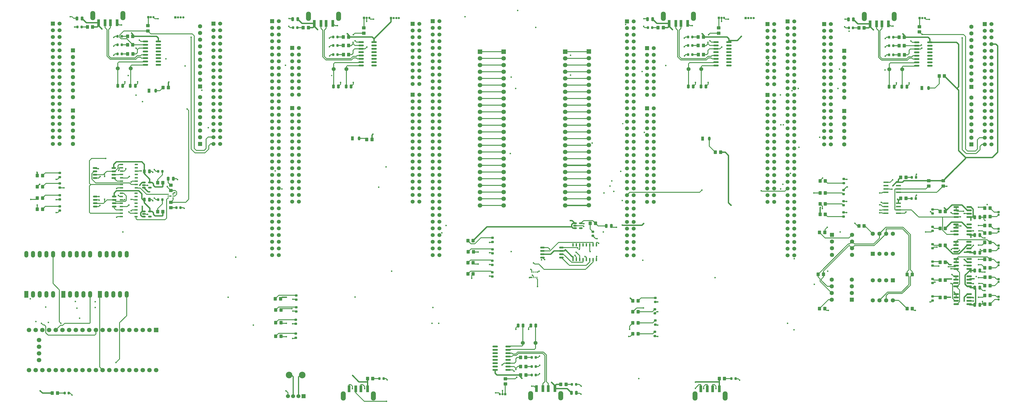
<source format=gbr>
%TF.GenerationSoftware,KiCad,Pcbnew,9.0.2+dfsg-1*%
%TF.CreationDate,2025-07-09T20:59:58-07:00*%
%TF.ProjectId,signalmesh,7369676e-616c-46d6-9573-682e6b696361,rev?*%
%TF.SameCoordinates,Original*%
%TF.FileFunction,Copper,L1,Top*%
%TF.FilePolarity,Positive*%
%FSLAX46Y46*%
G04 Gerber Fmt 4.6, Leading zero omitted, Abs format (unit mm)*
G04 Created by KiCad (PCBNEW 9.0.2+dfsg-1) date 2025-07-09 20:59:58*
%MOMM*%
%LPD*%
G01*
G04 APERTURE LIST*
G04 Aperture macros list*
%AMRoundRect*
0 Rectangle with rounded corners*
0 $1 Rounding radius*
0 $2 $3 $4 $5 $6 $7 $8 $9 X,Y pos of 4 corners*
0 Add a 4 corners polygon primitive as box body*
4,1,4,$2,$3,$4,$5,$6,$7,$8,$9,$2,$3,0*
0 Add four circle primitives for the rounded corners*
1,1,$1+$1,$2,$3*
1,1,$1+$1,$4,$5*
1,1,$1+$1,$6,$7*
1,1,$1+$1,$8,$9*
0 Add four rect primitives between the rounded corners*
20,1,$1+$1,$2,$3,$4,$5,0*
20,1,$1+$1,$4,$5,$6,$7,0*
20,1,$1+$1,$6,$7,$8,$9,0*
20,1,$1+$1,$8,$9,$2,$3,0*%
G04 Aperture macros list end*
%TA.AperFunction,SMDPad,CuDef*%
%ADD10RoundRect,0.250000X0.350000X0.450000X-0.350000X0.450000X-0.350000X-0.450000X0.350000X-0.450000X0*%
%TD*%
%TA.AperFunction,SMDPad,CuDef*%
%ADD11RoundRect,0.218750X0.256250X-0.218750X0.256250X0.218750X-0.256250X0.218750X-0.256250X-0.218750X0*%
%TD*%
%TA.AperFunction,SMDPad,CuDef*%
%ADD12RoundRect,0.218750X-0.218750X-0.256250X0.218750X-0.256250X0.218750X0.256250X-0.218750X0.256250X0*%
%TD*%
%TA.AperFunction,ComponentPad*%
%ADD13R,0.850000X0.850000*%
%TD*%
%TA.AperFunction,ComponentPad*%
%ADD14C,0.850000*%
%TD*%
%TA.AperFunction,ComponentPad*%
%ADD15R,1.524000X2.524000*%
%TD*%
%TA.AperFunction,ComponentPad*%
%ADD16O,1.524000X2.524000*%
%TD*%
%TA.AperFunction,SMDPad,CuDef*%
%ADD17RoundRect,0.150000X-0.825000X-0.150000X0.825000X-0.150000X0.825000X0.150000X-0.825000X0.150000X0*%
%TD*%
%TA.AperFunction,ComponentPad*%
%ADD18C,1.500000*%
%TD*%
%TA.AperFunction,SMDPad,CuDef*%
%ADD19RoundRect,0.250000X-0.350000X-0.450000X0.350000X-0.450000X0.350000X0.450000X-0.350000X0.450000X0*%
%TD*%
%TA.AperFunction,SMDPad,CuDef*%
%ADD20RoundRect,0.250000X0.450000X-0.350000X0.450000X0.350000X-0.450000X0.350000X-0.450000X-0.350000X0*%
%TD*%
%TA.AperFunction,SMDPad,CuDef*%
%ADD21RoundRect,0.250000X-0.250000X-0.475000X0.250000X-0.475000X0.250000X0.475000X-0.250000X0.475000X0*%
%TD*%
%TA.AperFunction,SMDPad,CuDef*%
%ADD22R,1.100000X2.500000*%
%TD*%
%TA.AperFunction,HeatsinkPad*%
%ADD23O,1.900000X3.500000*%
%TD*%
%TA.AperFunction,SMDPad,CuDef*%
%ADD24RoundRect,0.250000X-0.450000X0.350000X-0.450000X-0.350000X0.450000X-0.350000X0.450000X0.350000X0*%
%TD*%
%TA.AperFunction,ComponentPad*%
%ADD25RoundRect,0.250000X0.550000X0.550000X-0.550000X0.550000X-0.550000X-0.550000X0.550000X-0.550000X0*%
%TD*%
%TA.AperFunction,ComponentPad*%
%ADD26C,1.600000*%
%TD*%
%TA.AperFunction,SMDPad,CuDef*%
%ADD27RoundRect,0.250000X0.250000X0.475000X-0.250000X0.475000X-0.250000X-0.475000X0.250000X-0.475000X0*%
%TD*%
%TA.AperFunction,SMDPad,CuDef*%
%ADD28RoundRect,0.218750X-0.256250X0.218750X-0.256250X-0.218750X0.256250X-0.218750X0.256250X0.218750X0*%
%TD*%
%TA.AperFunction,SMDPad,CuDef*%
%ADD29RoundRect,0.218750X0.218750X0.256250X-0.218750X0.256250X-0.218750X-0.256250X0.218750X-0.256250X0*%
%TD*%
%TA.AperFunction,ComponentPad*%
%ADD30R,1.508000X1.508000*%
%TD*%
%TA.AperFunction,ComponentPad*%
%ADD31C,1.508000*%
%TD*%
%TA.AperFunction,SMDPad,CuDef*%
%ADD32R,0.350000X0.500000*%
%TD*%
%TA.AperFunction,ComponentPad*%
%ADD33C,2.500000*%
%TD*%
%TA.AperFunction,ComponentPad*%
%ADD34R,1.524000X1.524000*%
%TD*%
%TA.AperFunction,ComponentPad*%
%ADD35C,1.524000*%
%TD*%
%TA.AperFunction,ComponentPad*%
%ADD36R,1.700000X1.700000*%
%TD*%
%TA.AperFunction,ComponentPad*%
%ADD37C,1.700000*%
%TD*%
%TA.AperFunction,SMDPad,CuDef*%
%ADD38RoundRect,0.150000X-0.512500X-0.150000X0.512500X-0.150000X0.512500X0.150000X-0.512500X0.150000X0*%
%TD*%
%TA.AperFunction,ComponentPad*%
%ADD39R,1.050000X1.500000*%
%TD*%
%TA.AperFunction,ComponentPad*%
%ADD40O,1.050000X1.500000*%
%TD*%
%TA.AperFunction,SMDPad,CuDef*%
%ADD41RoundRect,0.162500X-0.650000X-0.162500X0.650000X-0.162500X0.650000X0.162500X-0.650000X0.162500X0*%
%TD*%
%TA.AperFunction,ComponentPad*%
%ADD42RoundRect,0.250000X-0.550000X-0.550000X0.550000X-0.550000X0.550000X0.550000X-0.550000X0.550000X0*%
%TD*%
%TA.AperFunction,ComponentPad*%
%ADD43R,1.605000X1.605000*%
%TD*%
%TA.AperFunction,ComponentPad*%
%ADD44C,1.605000*%
%TD*%
%TA.AperFunction,ComponentPad*%
%ADD45R,1.530000X1.530000*%
%TD*%
%TA.AperFunction,ComponentPad*%
%ADD46C,1.530000*%
%TD*%
%TA.AperFunction,SMDPad,CuDef*%
%ADD47RoundRect,0.150000X0.825000X0.150000X-0.825000X0.150000X-0.825000X-0.150000X0.825000X-0.150000X0*%
%TD*%
%TA.AperFunction,SMDPad,CuDef*%
%ADD48R,0.600000X1.200000*%
%TD*%
%TA.AperFunction,ComponentPad*%
%ADD49RoundRect,0.250000X-0.550000X0.550000X-0.550000X-0.550000X0.550000X-0.550000X0.550000X0.550000X0*%
%TD*%
%TA.AperFunction,SMDPad,CuDef*%
%ADD50R,1.981200X0.558800*%
%TD*%
%TA.AperFunction,SMDPad,CuDef*%
%ADD51R,1.200000X0.600000*%
%TD*%
%TA.AperFunction,ComponentPad*%
%ADD52RoundRect,0.250000X0.550000X-0.550000X0.550000X0.550000X-0.550000X0.550000X-0.550000X-0.550000X0*%
%TD*%
%TA.AperFunction,SMDPad,CuDef*%
%ADD53R,0.500000X0.400000*%
%TD*%
%TA.AperFunction,ViaPad*%
%ADD54C,0.600000*%
%TD*%
%TA.AperFunction,ViaPad*%
%ADD55C,0.500000*%
%TD*%
%TA.AperFunction,Conductor*%
%ADD56C,0.300000*%
%TD*%
%TA.AperFunction,Conductor*%
%ADD57C,0.500000*%
%TD*%
%TA.AperFunction,Conductor*%
%ADD58C,0.349800*%
%TD*%
%TA.AperFunction,Conductor*%
%ADD59C,0.400000*%
%TD*%
G04 APERTURE END LIST*
D10*
%TO.P,R96,1*%
%TO.N,/DSM_DBG_TX*%
X445500000Y-45400000D03*
%TO.P,R96,2*%
%TO.N,Net-(D66-A)*%
X443500000Y-45400000D03*
%TD*%
D11*
%TO.P,D12,1,K*%
%TO.N,GND*%
X365400000Y-124434200D03*
%TO.P,D12,2,A*%
%TO.N,Net-(D12-A)*%
X365400000Y-122859200D03*
%TD*%
D12*
%TO.P,D60,1,K*%
%TO.N,GND*%
X289762500Y-38650000D03*
%TO.P,D60,2,A*%
%TO.N,Net-(D60-A)*%
X291337500Y-38650000D03*
%TD*%
D13*
%TO.P,J15,1,Pin_1*%
%TO.N,Net-(J15-Pin_1)*%
X557555000Y-140920000D03*
D14*
%TO.P,J15,2,Pin_2*%
X557555000Y-141920000D03*
%TD*%
D15*
%TO.P,U18,1,E*%
%TO.N,Net-(U18-E)*%
X216420000Y-139963000D03*
D16*
%TO.P,U18,2,D*%
%TO.N,Net-(U18-D)*%
X218960000Y-139963000D03*
%TO.P,U18,3,CC*%
%TO.N,GND*%
X221500000Y-139963000D03*
%TO.P,U18,4,C*%
%TO.N,Net-(U18-C)*%
X224040000Y-139963000D03*
%TO.P,U18,5,DP*%
%TO.N,Net-(U18-DP)*%
X226580000Y-139963000D03*
%TO.P,U18,6,B*%
%TO.N,Net-(U18-B)*%
X226580000Y-124723000D03*
%TO.P,U18,7,A*%
%TO.N,Net-(U18-A)*%
X224040000Y-124723000D03*
%TO.P,U18,8,CC*%
%TO.N,GND*%
X221500000Y-124723000D03*
%TO.P,U18,9,F*%
%TO.N,Net-(U18-F)*%
X218960000Y-124723000D03*
%TO.P,U18,10,G*%
%TO.N,Net-(U18-G)*%
X216420000Y-124723000D03*
%TD*%
D17*
%TO.P,U39,1,GND*%
%TO.N,GND*%
X450250000Y-44150000D03*
%TO.P,U39,2,TXD*%
%TO.N,/DSM_DBG_TX*%
X450250000Y-45420000D03*
%TO.P,U39,3,RXD*%
%TO.N,/DSM_DBG_RX*%
X450250000Y-46690000D03*
%TO.P,U39,4,V3*%
%TO.N,unconnected-(U39-V3-Pad4)*%
X450250000Y-47960000D03*
%TO.P,U39,5,UD+*%
%TO.N,/USB_debug_DSM/D+*%
X450250000Y-49230000D03*
%TO.P,U39,6,UD-*%
%TO.N,/USB_debug_DSM/D-*%
X450250000Y-50500000D03*
%TO.P,U39,7,XI*%
%TO.N,Net-(U39-XI)*%
X450250000Y-51770000D03*
%TO.P,U39,8,XO*%
%TO.N,Net-(U39-XO)*%
X450250000Y-53040000D03*
%TO.P,U39,9,~{CTS}*%
%TO.N,unconnected-(U39-~{CTS}-Pad9)*%
X455200000Y-53040000D03*
%TO.P,U39,10,~{DSR}*%
%TO.N,unconnected-(U39-~{DSR}-Pad10)*%
X455200000Y-51770000D03*
%TO.P,U39,11,~{RI}*%
%TO.N,unconnected-(U39-~{RI}-Pad11)*%
X455200000Y-50500000D03*
%TO.P,U39,12,~{DCD}*%
%TO.N,unconnected-(U39-~{DCD}-Pad12)*%
X455200000Y-49230000D03*
%TO.P,U39,13,~{DTR}*%
%TO.N,unconnected-(U39-~{DTR}-Pad13)*%
X455200000Y-47960000D03*
%TO.P,U39,14,~{RTS}*%
%TO.N,unconnected-(U39-~{RTS}-Pad14)*%
X455200000Y-46690000D03*
%TO.P,U39,15,R232*%
%TO.N,unconnected-(U39-R232-Pad15)*%
X455200000Y-45420000D03*
%TO.P,U39,16,VCC*%
%TO.N,DSM_VDD*%
X455200000Y-44150000D03*
%TD*%
D18*
%TO.P,Y9,1,1*%
%TO.N,Net-(U40-XI)*%
X223210000Y-54144900D03*
%TO.P,Y9,2,2*%
%TO.N,Net-(U40-XO)*%
X228090000Y-54144900D03*
%TD*%
D10*
%TO.P,R48,1*%
%TO.N,Net-(D30-A)*%
X194643800Y-103362500D03*
%TO.P,R48,2*%
%TO.N,/UUM/UUM_LED_WARN*%
X192643800Y-103362500D03*
%TD*%
D11*
%TO.P,D29,1,K*%
%TO.N,GND*%
X201143800Y-108150000D03*
%TO.P,D29,2,A*%
%TO.N,Net-(D29-A)*%
X201143800Y-106575000D03*
%TD*%
%TO.P,D18,1,K*%
%TO.N,GND*%
X290950000Y-146487500D03*
%TO.P,D18,2,A*%
%TO.N,Net-(D18-A)*%
X290950000Y-144912500D03*
%TD*%
D19*
%TO.P,R3,1*%
%TO.N,GND*%
X552310000Y-143720000D03*
%TO.P,R3,2*%
%TO.N,Net-(J15-Pin_1)*%
X554310000Y-143720000D03*
%TD*%
%TO.P,R82,1*%
%TO.N,/ACM_DBG_RX*%
X376061700Y-163947700D03*
%TO.P,R82,2*%
%TO.N,Net-(D54-A)*%
X378061700Y-163947700D03*
%TD*%
D20*
%TO.P,R42,1*%
%TO.N,UUM_3v3*%
X243305000Y-100500000D03*
%TO.P,R42,2*%
%TO.N,Net-(C10-Pad1)*%
X243305000Y-98500000D03*
%TD*%
D21*
%TO.P,C8,1*%
%TO.N,Net-(U22-VOUT)*%
X233300000Y-104000000D03*
%TO.P,C8,2*%
%TO.N,GND*%
X235200000Y-104000000D03*
%TD*%
D19*
%TO.P,R55,1*%
%TO.N,Net-(U9A-PB0)*%
X317690000Y-81126000D03*
%TO.P,R55,2*%
%TO.N,TDM_VDD*%
X319690000Y-81126000D03*
%TD*%
D22*
%TO.P,J25,1,VBUS*%
%TO.N,ACM_VDD*%
X389100000Y-175750000D03*
%TO.P,J25,2,D-*%
%TO.N,/USB_debug_ACM/D-*%
X386600000Y-175750000D03*
%TO.P,J25,3,D+*%
%TO.N,/USB_debug_ACM/D+*%
X384600000Y-175750000D03*
%TO.P,J25,4,GND*%
%TO.N,GND*%
X382100000Y-175750000D03*
D23*
%TO.P,J25,5,Shield*%
%TO.N,unconnected-(J25-Shield-Pad5)_1*%
X391300000Y-178500000D03*
%TO.N,unconnected-(J25-Shield-Pad5)*%
X379900000Y-178500000D03*
%TD*%
D24*
%TO.P,R95,1*%
%TO.N,/USB_debug_DSM/DBG_TX*%
X451250000Y-38750000D03*
%TO.P,R95,2*%
%TO.N,/DSM_DBG_TX*%
X451250000Y-40750000D03*
%TD*%
%TO.P,R85,1*%
%TO.N,/USB_debug_TDM/DBG_TX*%
X527500000Y-38250000D03*
%TO.P,R85,2*%
%TO.N,/TDM_DBG_TX*%
X527500000Y-40250000D03*
%TD*%
D11*
%TO.P,D5,1,K*%
%TO.N,GND*%
X532486000Y-109262500D03*
%TO.P,D5,2,A*%
%TO.N,Net-(D5-A)*%
X532486000Y-107687500D03*
%TD*%
D19*
%TO.P,R57,1*%
%TO.N,Net-(U9A-PA4)*%
X240400000Y-61378000D03*
%TO.P,R57,2*%
%TO.N,TDM_VDD*%
X242400000Y-61378000D03*
%TD*%
D20*
%TO.P,R12,1*%
%TO.N,/TDM/TDM_I2C1_SDA*%
X536520000Y-98820000D03*
%TO.P,R12,2*%
%TO.N,TDM_VDD*%
X536520000Y-96820000D03*
%TD*%
D25*
%TO.P,U27,1,TXD*%
%TO.N,/UUM_CAN_RD*%
X501860000Y-142040000D03*
D26*
%TO.P,U27,2,VSS*%
%TO.N,GND*%
X501860000Y-139500000D03*
%TO.P,U27,3,VDD*%
%TO.N,UUM_VDD*%
X501860000Y-136960000D03*
%TO.P,U27,4,RXD*%
%TO.N,/UUM_CAN_TD*%
X501860000Y-134420000D03*
%TO.P,U27,5,Vref*%
%TO.N,unconnected-(U27-Vref-Pad5)*%
X494240000Y-134420000D03*
%TO.P,U27,6,CAN-*%
%TO.N,/CAN-*%
X494240000Y-136960000D03*
%TO.P,U27,7,CAN+*%
%TO.N,/CAN+*%
X494240000Y-139500000D03*
%TO.P,U27,8,Rs*%
%TO.N,Net-(U27-Rs)*%
X494240000Y-142040000D03*
%TD*%
D11*
%TO.P,D30,1,K*%
%TO.N,GND*%
X201143800Y-103900000D03*
%TO.P,D30,2,A*%
%TO.N,Net-(D30-A)*%
X201143800Y-102325000D03*
%TD*%
D19*
%TO.P,R88,1*%
%TO.N,Net-(D60-A)*%
X293550000Y-38650000D03*
%TO.P,R88,2*%
%TO.N,APM_VDD*%
X295550000Y-38650000D03*
%TD*%
D27*
%TO.P,C3,1*%
%TO.N,GND*%
X550412700Y-130924900D03*
%TO.P,C3,2*%
%TO.N,5V_TDM*%
X548512700Y-130924900D03*
%TD*%
D28*
%TO.P,D2,1,K*%
%TO.N,GND*%
X498670000Y-100332500D03*
%TO.P,D2,2,A*%
%TO.N,Net-(D2-A)*%
X498670000Y-101907500D03*
%TD*%
D11*
%TO.P,D24,1,K*%
%TO.N,GND*%
X427100000Y-147187500D03*
%TO.P,D24,2,A*%
%TO.N,Net-(D24-A)*%
X427100000Y-145612500D03*
%TD*%
D10*
%TO.P,R17,1*%
%TO.N,Net-(D2-A)*%
X491770000Y-101420000D03*
%TO.P,R17,2*%
%TO.N,/TDM/TDM_LED_WARN*%
X489770000Y-101420000D03*
%TD*%
%TO.P,R6,1*%
%TO.N,Net-(D22-A)*%
X420700000Y-155000000D03*
%TO.P,R6,2*%
%TO.N,/DSM/DSM_LED_OK*%
X418700000Y-155000000D03*
%TD*%
D19*
%TO.P,R76,1*%
%TO.N,Net-(U31-Rs)*%
X522810000Y-145420000D03*
%TO.P,R76,2*%
%TO.N,GND*%
X524810000Y-145420000D03*
%TD*%
%TO.P,R73,1*%
%TO.N,Net-(U27-Rs)*%
X489560000Y-145420000D03*
%TO.P,R73,2*%
%TO.N,GND*%
X491560000Y-145420000D03*
%TD*%
D10*
%TO.P,R16,1*%
%TO.N,Net-(D1-A)*%
X491770000Y-96920000D03*
%TO.P,R16,2*%
%TO.N,/TDM/TDM_LED_OK*%
X489770000Y-96920000D03*
%TD*%
D12*
%TO.P,D25,1,K*%
%TO.N,GND*%
X238517500Y-104000000D03*
%TO.P,D25,2,A*%
%TO.N,Net-(D25-A)*%
X240092500Y-104000000D03*
%TD*%
D11*
%TO.P,D23,1,K*%
%TO.N,GND*%
X427200000Y-151487500D03*
%TO.P,D23,2,A*%
%TO.N,Net-(D23-A)*%
X427200000Y-149912500D03*
%TD*%
D22*
%TO.P,J33,1,VBUS*%
%TO.N,UUM_VDD*%
X215900000Y-36794900D03*
%TO.P,J33,2,D-*%
%TO.N,/USB_debug_UUM/D-*%
X218400000Y-36794900D03*
%TO.P,J33,3,D+*%
%TO.N,/USB_debug_UUM/D+*%
X220400000Y-36794900D03*
%TO.P,J33,4,GND*%
%TO.N,GND*%
X222900000Y-36794900D03*
D23*
%TO.P,J33,5,Shield*%
%TO.N,unconnected-(J33-Shield-Pad5)_1*%
X213700000Y-34044900D03*
%TO.N,unconnected-(J33-Shield-Pad5)*%
X225100000Y-34044900D03*
%TD*%
D11*
%TO.P,D22,1,K*%
%TO.N,GND*%
X427100000Y-155787500D03*
%TO.P,D22,2,A*%
%TO.N,Net-(D22-A)*%
X427100000Y-154212500D03*
%TD*%
D19*
%TO.P,R54,1*%
%TO.N,Net-(U9A-PC0{slash}PB8)*%
X450000000Y-86000000D03*
%TO.P,R54,2*%
%TO.N,TDM_VDD*%
X452000000Y-86000000D03*
%TD*%
%TO.P,R39,1*%
%TO.N,Net-(D16-A)*%
X283150000Y-155900000D03*
%TO.P,R39,2*%
%TO.N,/APM/APM_LED_OK*%
X285150000Y-155900000D03*
%TD*%
D29*
%TO.P,D52,1,K*%
%TO.N,GND*%
X526110000Y-103610000D03*
%TO.P,D52,2,A*%
%TO.N,Net-(D52-A)*%
X524535000Y-103610000D03*
%TD*%
D19*
%TO.P,R36,1*%
%TO.N,Net-(D13-A)*%
X356100000Y-127980000D03*
%TO.P,R36,2*%
%TO.N,/ACM/ACM_LED_WARN*%
X358100000Y-127980000D03*
%TD*%
D10*
%TO.P,R91,1*%
%TO.N,/APM_DBG_TX*%
X310800000Y-45400000D03*
%TO.P,R91,2*%
%TO.N,Net-(D62-A)*%
X308800000Y-45400000D03*
%TD*%
%TO.P,R102,1*%
%TO.N,/UUM_DBG_RX*%
X228938300Y-48597100D03*
%TO.P,R102,2*%
%TO.N,Net-(D71-A)*%
X226938300Y-48597100D03*
%TD*%
D19*
%TO.P,R98,1*%
%TO.N,Net-(D68-A)*%
X211650000Y-38394900D03*
%TO.P,R98,2*%
%TO.N,UUM_VDD*%
X213650000Y-38394900D03*
%TD*%
%TO.P,R44,1*%
%TO.N,/CAN+*%
X489060000Y-132320000D03*
%TO.P,R44,2*%
%TO.N,/CAN-*%
X491060000Y-132320000D03*
%TD*%
%TO.P,R94,1*%
%TO.N,Net-(D65-A)*%
X443500000Y-42150000D03*
%TO.P,R94,2*%
%TO.N,DSM_VDD*%
X445500000Y-42150000D03*
%TD*%
D17*
%TO.P,U38,1,GND*%
%TO.N,GND*%
X315550000Y-44150000D03*
%TO.P,U38,2,TXD*%
%TO.N,/APM_DBG_TX*%
X315550000Y-45420000D03*
%TO.P,U38,3,RXD*%
%TO.N,/APM_DBG_RX*%
X315550000Y-46690000D03*
%TO.P,U38,4,V3*%
%TO.N,unconnected-(U38-V3-Pad4)*%
X315550000Y-47960000D03*
%TO.P,U38,5,UD+*%
%TO.N,/USB_debug_APM/D+*%
X315550000Y-49230000D03*
%TO.P,U38,6,UD-*%
%TO.N,/USB_debug_APM/D-*%
X315550000Y-50500000D03*
%TO.P,U38,7,XI*%
%TO.N,Net-(U38-XI)*%
X315550000Y-51770000D03*
%TO.P,U38,8,XO*%
%TO.N,Net-(U38-XO)*%
X315550000Y-53040000D03*
%TO.P,U38,9,~{CTS}*%
%TO.N,unconnected-(U38-~{CTS}-Pad9)*%
X320500000Y-53040000D03*
%TO.P,U38,10,~{DSR}*%
%TO.N,unconnected-(U38-~{DSR}-Pad10)*%
X320500000Y-51770000D03*
%TO.P,U38,11,~{RI}*%
%TO.N,unconnected-(U38-~{RI}-Pad11)*%
X320500000Y-50500000D03*
%TO.P,U38,12,~{DCD}*%
%TO.N,unconnected-(U38-~{DCD}-Pad12)*%
X320500000Y-49230000D03*
%TO.P,U38,13,~{DTR}*%
%TO.N,unconnected-(U38-~{DTR}-Pad13)*%
X320500000Y-47960000D03*
%TO.P,U38,14,~{RTS}*%
%TO.N,unconnected-(U38-~{RTS}-Pad14)*%
X320500000Y-46690000D03*
%TO.P,U38,15,R232*%
%TO.N,unconnected-(U38-R232-Pad15)*%
X320500000Y-45420000D03*
%TO.P,U38,16,VCC*%
%TO.N,APM_VDD*%
X320500000Y-44150000D03*
%TD*%
D19*
%TO.P,R20,1*%
%TO.N,GND*%
X552310000Y-113775000D03*
%TO.P,R20,2*%
%TO.N,Net-(J6-Pin_1)*%
X554310000Y-113775000D03*
%TD*%
D21*
%TO.P,C35,1*%
%TO.N,GND*%
X207700000Y-35144900D03*
%TO.P,C35,2*%
%TO.N,UUM_VDD*%
X209600000Y-35144900D03*
%TD*%
D30*
%TO.P,U1,CN7_1*%
%TO.N,N/C*%
X335080000Y-37186000D03*
D31*
%TO.P,U1,CN7_2*%
X337620000Y-37186000D03*
%TO.P,U1,CN7_3*%
X335080000Y-39726000D03*
%TO.P,U1,CN7_4*%
X337620000Y-39726000D03*
%TO.P,U1,CN7_5*%
X335080000Y-42266000D03*
%TO.P,U1,CN7_6*%
X337620000Y-42266000D03*
%TO.P,U1,CN7_7*%
X335080000Y-44806000D03*
%TO.P,U1,CN7_8*%
X337620000Y-44806000D03*
%TO.P,U1,CN7_9*%
X335080000Y-47346000D03*
%TO.P,U1,CN7_10*%
X337620000Y-47346000D03*
%TO.P,U1,CN7_11*%
X335080000Y-49886000D03*
%TO.P,U1,CN7_12*%
X337620000Y-49886000D03*
%TO.P,U1,CN7_13*%
X335080000Y-52426000D03*
%TO.P,U1,CN7_14*%
X337620000Y-52426000D03*
%TO.P,U1,CN7_15*%
X335080000Y-54966000D03*
%TO.P,U1,CN7_16*%
X337620000Y-54966000D03*
%TO.P,U1,CN7_17*%
X335080000Y-57506000D03*
%TO.P,U1,CN7_18*%
X337620000Y-57506000D03*
%TO.P,U1,CN7_19*%
X335080000Y-60046000D03*
%TO.P,U1,CN7_20*%
X337620000Y-60046000D03*
D30*
%TO.P,U1,CN8_1*%
X289360000Y-46330000D03*
D31*
%TO.P,U1,CN8_2*%
X291900000Y-46330000D03*
%TO.P,U1,CN8_3*%
X289360000Y-48870000D03*
%TO.P,U1,CN8_4*%
X291900000Y-48870000D03*
%TO.P,U1,CN8_5*%
X289360000Y-51410000D03*
%TO.P,U1,CN8_6*%
X291900000Y-51410000D03*
%TO.P,U1,CN8_7*%
X289360000Y-53950000D03*
%TO.P,U1,CN8_8*%
X291900000Y-53950000D03*
%TO.P,U1,CN8_9*%
X289360000Y-56490000D03*
%TO.P,U1,CN8_10*%
X291900000Y-56490000D03*
%TO.P,U1,CN8_11*%
X289360000Y-59030000D03*
%TO.P,U1,CN8_12*%
X291900000Y-59030000D03*
%TO.P,U1,CN8_13*%
X289360000Y-61570000D03*
%TO.P,U1,CN8_14*%
X291900000Y-61570000D03*
%TO.P,U1,CN8_15*%
X289360000Y-64110000D03*
%TO.P,U1,CN8_16*%
X291900000Y-64110000D03*
D30*
%TO.P,U1,CN9_1*%
X289360000Y-69190000D03*
D31*
%TO.P,U1,CN9_2*%
X291900000Y-69190000D03*
%TO.P,U1,CN9_3*%
X289360000Y-71730000D03*
%TO.P,U1,CN9_4*%
X291900000Y-71730000D03*
%TO.P,U1,CN9_5*%
X289360000Y-74270000D03*
%TO.P,U1,CN9_6*%
X291900000Y-74270000D03*
%TO.P,U1,CN9_7*%
X289360000Y-76810000D03*
%TO.P,U1,CN9_8*%
X291900000Y-76810000D03*
%TO.P,U1,CN9_9*%
X289360000Y-79350000D03*
%TO.P,U1,CN9_10*%
X291900000Y-79350000D03*
%TO.P,U1,CN9_11*%
X289360000Y-81890000D03*
%TO.P,U1,CN9_12*%
X291900000Y-81890000D03*
%TO.P,U1,CN9_13*%
X289360000Y-84430000D03*
%TO.P,U1,CN9_14*%
X291900000Y-84430000D03*
%TO.P,U1,CN9_15*%
X289360000Y-86970000D03*
%TO.P,U1,CN9_16*%
X291900000Y-86970000D03*
%TO.P,U1,CN9_17*%
X289360000Y-89510000D03*
%TO.P,U1,CN9_18*%
X291900000Y-89510000D03*
%TO.P,U1,CN9_19*%
X289360000Y-92050000D03*
%TO.P,U1,CN9_20*%
X291900000Y-92050000D03*
%TO.P,U1,CN9_21*%
X289360000Y-94590000D03*
%TO.P,U1,CN9_22*%
X291900000Y-94590000D03*
%TO.P,U1,CN9_23*%
X289360000Y-97130000D03*
%TO.P,U1,CN9_24*%
X291900000Y-97130000D03*
%TO.P,U1,CN9_25*%
X289360000Y-99670000D03*
%TO.P,U1,CN9_26*%
X291900000Y-99670000D03*
%TO.P,U1,CN9_27*%
X289360000Y-102210000D03*
%TO.P,U1,CN9_28*%
X291900000Y-102210000D03*
%TO.P,U1,CN9_29*%
X289360000Y-104750000D03*
%TO.P,U1,CN9_30*%
X291900000Y-104750000D03*
D30*
%TO.P,U1,CN10_1*%
X335080000Y-64110000D03*
D31*
%TO.P,U1,CN10_2*%
X337620000Y-64110000D03*
%TO.P,U1,CN10_3*%
X335080000Y-66650000D03*
%TO.P,U1,CN10_4*%
X337620000Y-66650000D03*
%TO.P,U1,CN10_5*%
X335080000Y-69190000D03*
%TO.P,U1,CN10_6*%
X337620000Y-69190000D03*
%TO.P,U1,CN10_7*%
X335080000Y-71730000D03*
%TO.P,U1,CN10_8*%
X337620000Y-71730000D03*
%TO.P,U1,CN10_9*%
X335080000Y-74270000D03*
%TO.P,U1,CN10_10*%
X337620000Y-74270000D03*
%TO.P,U1,CN10_11*%
X335080000Y-76810000D03*
%TO.P,U1,CN10_12*%
X337620000Y-76810000D03*
%TO.P,U1,CN10_13*%
X335080000Y-79350000D03*
%TO.P,U1,CN10_14*%
X337620000Y-79350000D03*
%TO.P,U1,CN10_15*%
X335080000Y-81890000D03*
%TO.P,U1,CN10_16*%
X337620000Y-81890000D03*
%TO.P,U1,CN10_17*%
X335080000Y-84430000D03*
%TO.P,U1,CN10_18*%
X337620000Y-84430000D03*
%TO.P,U1,CN10_19*%
X335080000Y-86970000D03*
%TO.P,U1,CN10_20*%
X337620000Y-86970000D03*
%TO.P,U1,CN10_21*%
X335080000Y-89510000D03*
%TO.P,U1,CN10_22*%
X337620000Y-89510000D03*
%TO.P,U1,CN10_23*%
X335080000Y-92050000D03*
%TO.P,U1,CN10_24*%
X337620000Y-92050000D03*
%TO.P,U1,CN10_25*%
X335080000Y-94590000D03*
%TO.P,U1,CN10_26*%
X337620000Y-94590000D03*
%TO.P,U1,CN10_27*%
X335080000Y-97130000D03*
%TO.P,U1,CN10_28*%
X337620000Y-97130000D03*
%TO.P,U1,CN10_29*%
X335080000Y-99670000D03*
%TO.P,U1,CN10_30*%
X337620000Y-99670000D03*
%TO.P,U1,CN10_31*%
X335080000Y-102210000D03*
%TO.P,U1,CN10_32*%
X337620000Y-102210000D03*
%TO.P,U1,CN10_33*%
X335080000Y-104750000D03*
%TO.P,U1,CN10_34*%
X337620000Y-104750000D03*
D30*
%TO.P,U1,CN11_1,PC10*%
%TO.N,/ACM_CMD_TX*%
X281740000Y-36170000D03*
D31*
%TO.P,U1,CN11_2,PC11*%
%TO.N,/ACM_CMD_RX*%
X284280000Y-36170000D03*
%TO.P,U1,CN11_3,PC12*%
%TO.N,/APM_DBG_TX*%
X281740000Y-38710000D03*
%TO.P,U1,CN11_4,PD2*%
%TO.N,/APM_DBG_RX*%
X284280000Y-38710000D03*
%TO.P,U1,CN11_5,3V3_VDD*%
%TO.N,unconnected-(U1A-3V3_VDD-PadCN11_5)*%
X281740000Y-41250000D03*
%TO.P,U1,CN11_6,5V_EXT*%
%TO.N,unconnected-(U1A-5V_EXT-PadCN11_6)*%
X284280000Y-41250000D03*
%TO.P,U1,CN11_7,BOOT0*%
%TO.N,unconnected-(U1A-BOOT0-PadCN11_7)*%
X281740000Y-43790000D03*
%TO.P,U1,CN11_8,GND_CN11*%
%TO.N,GND*%
X284280000Y-43790000D03*
%TO.P,U1,CN11_9,PF6*%
%TO.N,unconnected-(U1A-PF6-PadCN11_9)*%
X281740000Y-46330000D03*
%TO.P,U1,CN11_10,NC*%
%TO.N,unconnected-(U1A-NC-PadCN11_10)*%
X284280000Y-46330000D03*
%TO.P,U1,CN11_11,PF7*%
%TO.N,unconnected-(U1A-PF7-PadCN11_11)*%
X281740000Y-48870000D03*
%TO.P,U1,CN11_12,IOREF*%
%TO.N,unconnected-(U1A-IOREF-PadCN11_12)*%
X284280000Y-48870000D03*
%TO.P,U1,CN11_13,PA13*%
%TO.N,unconnected-(U1A-PA13-PadCN11_13)*%
X281740000Y-51410000D03*
%TO.P,U1,CN11_14,NRST*%
%TO.N,unconnected-(U1A-NRST-PadCN11_14)*%
X284280000Y-51410000D03*
%TO.P,U1,CN11_15,PA14*%
%TO.N,unconnected-(U1A-PA14-PadCN11_15)*%
X281740000Y-53950000D03*
%TO.P,U1,CN11_16,3V3*%
%TO.N,unconnected-(U1A-3V3-PadCN11_16)*%
X284280000Y-53950000D03*
%TO.P,U1,CN11_17,PA15*%
%TO.N,unconnected-(U1A-PA15-PadCN11_17)*%
X281740000Y-56490000D03*
%TO.P,U1,CN11_18,5V*%
%TO.N,APM_VDD*%
X284280000Y-56490000D03*
%TO.P,U1,CN11_19,GND_CN11*%
%TO.N,GND*%
X281740000Y-59030000D03*
%TO.P,U1,CN11_20,GND_CN11*%
X284280000Y-59030000D03*
%TO.P,U1,CN11_21,PB7*%
%TO.N,unconnected-(U1A-PB7-PadCN11_21)*%
X281740000Y-61570000D03*
%TO.P,U1,CN11_22,GND_CN11*%
%TO.N,GND*%
X284280000Y-61570000D03*
%TO.P,U1,CN11_23,PC13*%
%TO.N,unconnected-(U1A-PC13-PadCN11_23)*%
X281740000Y-64110000D03*
%TO.P,U1,CN11_24,VIN*%
%TO.N,unconnected-(U1A-VIN-PadCN11_24)*%
X284280000Y-64110000D03*
%TO.P,U1,CN11_25,PC14*%
%TO.N,unconnected-(U1A-PC14-PadCN11_25)*%
X281740000Y-66650000D03*
%TO.P,U1,CN11_26,NC*%
%TO.N,unconnected-(U1A-NC-PadCN11_26)*%
X284280000Y-66650000D03*
%TO.P,U1,CN11_27,PC15*%
%TO.N,unconnected-(U1A-PC15-PadCN11_27)*%
X281740000Y-69190000D03*
%TO.P,U1,CN11_28,PA0*%
%TO.N,unconnected-(U1A-PA0-PadCN11_28)*%
X284280000Y-69190000D03*
%TO.P,U1,CN11_29,PH0*%
%TO.N,unconnected-(U1A-PH0-PadCN11_29)*%
X281740000Y-71730000D03*
%TO.P,U1,CN11_30,PA1*%
%TO.N,unconnected-(U1A-PA1-PadCN11_30)*%
X284280000Y-71730000D03*
%TO.P,U1,CN11_31,PH1*%
%TO.N,unconnected-(U1A-PH1-PadCN11_31)*%
X281740000Y-74270000D03*
%TO.P,U1,CN11_32,PA4*%
%TO.N,/DAC_R*%
X284280000Y-74270000D03*
%TO.P,U1,CN11_33,VBAT*%
%TO.N,unconnected-(U1A-VBAT-PadCN11_33)*%
X281740000Y-76810000D03*
%TO.P,U1,CN11_34,PB0*%
%TO.N,unconnected-(U1A-PB0-PadCN11_34)*%
X284280000Y-76810000D03*
%TO.P,U1,CN11_35,PC2*%
%TO.N,unconnected-(U1A-PC2-PadCN11_35)*%
X281740000Y-79350000D03*
%TO.P,U1,CN11_36,PC1*%
%TO.N,unconnected-(U1A-PC1-PadCN11_36)*%
X284280000Y-79350000D03*
%TO.P,U1,CN11_37,PC3*%
%TO.N,unconnected-(U1A-PC3-PadCN11_37)*%
X281740000Y-81890000D03*
%TO.P,U1,CN11_38,PC0*%
%TO.N,unconnected-(U1A-PC0-PadCN11_38)*%
X284280000Y-81890000D03*
%TO.P,U1,CN11_39,PD4*%
%TO.N,unconnected-(U1A-PD4-PadCN11_39)*%
X281740000Y-84430000D03*
%TO.P,U1,CN11_40,PD3*%
%TO.N,unconnected-(U1A-PD3-PadCN11_40)*%
X284280000Y-84430000D03*
%TO.P,U1,CN11_41,PD5*%
%TO.N,unconnected-(U1A-PD5-PadCN11_41)*%
X281740000Y-86970000D03*
%TO.P,U1,CN11_42,PG2*%
%TO.N,unconnected-(U1A-PG2-PadCN11_42)*%
X284280000Y-86970000D03*
%TO.P,U1,CN11_43,PD6*%
%TO.N,unconnected-(U1A-PD6-PadCN11_43)*%
X281740000Y-89510000D03*
%TO.P,U1,CN11_44,PG3*%
%TO.N,unconnected-(U1A-PG3-PadCN11_44)*%
X284280000Y-89510000D03*
%TO.P,U1,CN11_45,PD7*%
%TO.N,unconnected-(U1A-PD7-PadCN11_45)*%
X281740000Y-92050000D03*
%TO.P,U1,CN11_46,PE2*%
%TO.N,unconnected-(U1A-PE2-PadCN11_46)*%
X284280000Y-92050000D03*
%TO.P,U1,CN11_47,PE3*%
%TO.N,/ISR0*%
X281740000Y-94590000D03*
%TO.P,U1,CN11_48,PE4*%
%TO.N,unconnected-(U1A-PE4-PadCN11_48)*%
X284280000Y-94590000D03*
%TO.P,U1,CN11_49,GND_CN11*%
%TO.N,GND*%
X281740000Y-97130000D03*
%TO.P,U1,CN11_50,PE5*%
%TO.N,unconnected-(U1A-PE5-PadCN11_50)*%
X284280000Y-97130000D03*
%TO.P,U1,CN11_51,PF1*%
%TO.N,/APM/APM_I2C1_SCL*%
X281740000Y-99670000D03*
%TO.P,U1,CN11_52,PF2*%
%TO.N,unconnected-(U1A-PF2-PadCN11_52)*%
X284280000Y-99670000D03*
%TO.P,U1,CN11_53,PF0*%
%TO.N,/APM/APM_I2C1_SDA*%
X281740000Y-102210000D03*
%TO.P,U1,CN11_54,PF8*%
%TO.N,unconnected-(U1A-PF8-PadCN11_54)*%
X284280000Y-102210000D03*
%TO.P,U1,CN11_55,PD1*%
%TO.N,unconnected-(U1A-PD1-PadCN11_55)*%
X281740000Y-104750000D03*
%TO.P,U1,CN11_56,PF9*%
%TO.N,unconnected-(U1A-PF9-PadCN11_56)*%
X284280000Y-104750000D03*
%TO.P,U1,CN11_57,PD0*%
%TO.N,unconnected-(U1A-PD0-PadCN11_57)*%
X281740000Y-107290000D03*
%TO.P,U1,CN11_58,PG1*%
%TO.N,unconnected-(U1A-PG1-PadCN11_58)*%
X284280000Y-107290000D03*
%TO.P,U1,CN11_59,PG0*%
%TO.N,unconnected-(U1A-PG0-PadCN11_59)*%
X281740000Y-109830000D03*
%TO.P,U1,CN11_60,GND_CN11*%
%TO.N,GND*%
X284280000Y-109830000D03*
%TO.P,U1,CN11_61,PE1*%
%TO.N,unconnected-(U1A-PE1-PadCN11_61)*%
X281740000Y-112370000D03*
%TO.P,U1,CN11_62,PE6*%
%TO.N,/IRQ0*%
X284280000Y-112370000D03*
%TO.P,U1,CN11_63,PG9*%
%TO.N,/APM/7SDD_CMD_RX*%
X281740000Y-114910000D03*
%TO.P,U1,CN11_64,PG15*%
%TO.N,unconnected-(U1A-PG15-PadCN11_64)*%
X284280000Y-114910000D03*
%TO.P,U1,CN11_65,PG12*%
%TO.N,unconnected-(U1A-PG12-PadCN11_65)*%
X281740000Y-117450000D03*
%TO.P,U1,CN11_66,PG10*%
%TO.N,unconnected-(U1A-PG10-PadCN11_66)*%
X284280000Y-117450000D03*
%TO.P,U1,CN11_67,NC*%
%TO.N,unconnected-(U1A-NC-PadCN11_67)*%
X281740000Y-119990000D03*
%TO.P,U1,CN11_68,PG13*%
%TO.N,unconnected-(U1A-PG13-PadCN11_68)*%
X284280000Y-119990000D03*
%TO.P,U1,CN11_69,PD9*%
%TO.N,unconnected-(U1A-PD9-PadCN11_69)*%
X281740000Y-122530000D03*
%TO.P,U1,CN11_70,PG11*%
%TO.N,unconnected-(U1A-PG11-PadCN11_70)*%
X284280000Y-122530000D03*
%TO.P,U1,CN11_71,GND_CN11*%
%TO.N,GND*%
X281740000Y-125070000D03*
%TO.P,U1,CN11_72,GND_CN11*%
X284280000Y-125070000D03*
D30*
%TO.P,U1,CN12_1,PC9*%
%TO.N,unconnected-(U1B-PC9-PadCN12_1)*%
X342700000Y-36190000D03*
D31*
%TO.P,U1,CN12_2,PC8*%
%TO.N,unconnected-(U1B-PC8-PadCN12_2)*%
X345240000Y-36190000D03*
%TO.P,U1,CN12_3,PB8*%
%TO.N,/APM_CAN_RD*%
X342700000Y-38730000D03*
%TO.P,U1,CN12_4,PC6*%
%TO.N,/APM/APM_LED_OK*%
X345240000Y-38730000D03*
%TO.P,U1,CN12_5,PB9*%
%TO.N,/APM_CAN_TD*%
X342700000Y-41270000D03*
%TO.P,U1,CN12_6,PC5*%
%TO.N,/APM/APM_LED_WARN*%
X345240000Y-41270000D03*
%TO.P,U1,CN12_7,VREFP*%
%TO.N,unconnected-(U1B-VREFP-PadCN12_7)*%
X342700000Y-43810000D03*
%TO.P,U1,CN12_8,5V_USB_STLK*%
%TO.N,unconnected-(U1B-5V_USB_STLK-PadCN12_8)*%
X345240000Y-43810000D03*
%TO.P,U1,CN12_9,GND_CN12*%
%TO.N,unconnected-(U1B-GND_CN12-PadCN12_20)_2*%
X342700000Y-46350000D03*
%TO.P,U1,CN12_10,PD8*%
%TO.N,unconnected-(U1B-PD8-PadCN12_10)*%
X345240000Y-46350000D03*
%TO.P,U1,CN12_11,PA5*%
%TO.N,/DAC_L*%
X342700000Y-48890000D03*
%TO.P,U1,CN12_12,PA12*%
%TO.N,/APM/APM_USB_D-*%
X345240000Y-48890000D03*
%TO.P,U1,CN12_13,PA6*%
%TO.N,unconnected-(U1B-PA6-PadCN12_13)*%
X342700000Y-51430000D03*
%TO.P,U1,CN12_14,PA11*%
%TO.N,/APM/APM_USB_D+*%
X345240000Y-51430000D03*
%TO.P,U1,CN12_15,PA7*%
%TO.N,unconnected-(U1B-PA7-PadCN12_15)*%
X342700000Y-53970000D03*
%TO.P,U1,CN12_16,PB12*%
%TO.N,unconnected-(U1B-PB12-PadCN12_16)*%
X345240000Y-53970000D03*
%TO.P,U1,CN12_17,PB6*%
%TO.N,unconnected-(U1B-PB6-PadCN12_17)*%
X342700000Y-56510000D03*
%TO.P,U1,CN12_18,PB11*%
%TO.N,unconnected-(U1B-PB11-PadCN12_18)*%
X345240000Y-56510000D03*
%TO.P,U1,CN12_19,PC7*%
%TO.N,unconnected-(U1B-PC7-PadCN12_19)*%
X342700000Y-59050000D03*
%TO.P,U1,CN12_20,GND_CN12*%
%TO.N,unconnected-(U1B-GND_CN12-PadCN12_20)_4*%
X345240000Y-59050000D03*
%TO.P,U1,CN12_21,PA9*%
%TO.N,unconnected-(U1B-PA9-PadCN12_21)*%
X342700000Y-61590000D03*
%TO.P,U1,CN12_22,PB2*%
%TO.N,unconnected-(U1B-PB2-PadCN12_22)*%
X345240000Y-61590000D03*
%TO.P,U1,CN12_23,PA8*%
%TO.N,unconnected-(U1B-PA8-PadCN12_23)*%
X342700000Y-64130000D03*
%TO.P,U1,CN12_24,PB1*%
%TO.N,unconnected-(U1B-PB1-PadCN12_24)*%
X345240000Y-64130000D03*
%TO.P,U1,CN12_25,PB10*%
%TO.N,unconnected-(U1B-PB10-PadCN12_25)*%
X342700000Y-66670000D03*
%TO.P,U1,CN12_26,PB15*%
%TO.N,unconnected-(U1B-PB15-PadCN12_26)*%
X345240000Y-66670000D03*
%TO.P,U1,CN12_27,PB4*%
%TO.N,unconnected-(U1B-PB4-PadCN12_27)*%
X342700000Y-69210000D03*
%TO.P,U1,CN12_28,PB14*%
%TO.N,unconnected-(U1B-PB14-PadCN12_28)*%
X345240000Y-69210000D03*
%TO.P,U1,CN12_29,PB5*%
%TO.N,unconnected-(U1B-PB5-PadCN12_29)*%
X342700000Y-71750000D03*
%TO.P,U1,CN12_30,PB13*%
%TO.N,unconnected-(U1B-PB13-PadCN12_30)*%
X345240000Y-71750000D03*
%TO.P,U1,CN12_31,PB3*%
%TO.N,unconnected-(U1B-PB3-PadCN12_31)*%
X342700000Y-74290000D03*
%TO.P,U1,CN12_32,AGND_CN12*%
%TO.N,unconnected-(U1B-AGND_CN12-PadCN12_32)*%
X345240000Y-74290000D03*
%TO.P,U1,CN12_33,PA10*%
%TO.N,unconnected-(U1B-PA10-PadCN12_33)*%
X342700000Y-76830000D03*
%TO.P,U1,CN12_34,PC4*%
%TO.N,/APM/APM_LED_FAIL*%
X345240000Y-76830000D03*
%TO.P,U1,CN12_35,PA2*%
%TO.N,unconnected-(U1B-PA2-PadCN12_35)*%
X342700000Y-79370000D03*
%TO.P,U1,CN12_36,PF5*%
%TO.N,unconnected-(U1B-PF5-PadCN12_36)*%
X345240000Y-79370000D03*
%TO.P,U1,CN12_37,PA3*%
%TO.N,unconnected-(U1B-PA3-PadCN12_37)*%
X342700000Y-81910000D03*
%TO.P,U1,CN12_38,PF4*%
%TO.N,unconnected-(U1B-PF4-PadCN12_38)*%
X345240000Y-81910000D03*
%TO.P,U1,CN12_39,GND_CN12*%
%TO.N,unconnected-(U1B-GND_CN12-PadCN12_20)_1*%
X342700000Y-84450000D03*
%TO.P,U1,CN12_40,PE8*%
%TO.N,unconnected-(U1B-PE8-PadCN12_40)*%
X345240000Y-84450000D03*
%TO.P,U1,CN12_41,PD13*%
%TO.N,unconnected-(U1B-PD13-PadCN12_41)*%
X342700000Y-86990000D03*
%TO.P,U1,CN12_42,PF10*%
%TO.N,unconnected-(U1B-PF10-PadCN12_42)*%
X345240000Y-86990000D03*
%TO.P,U1,CN12_43,PD12*%
%TO.N,unconnected-(U1B-PD12-PadCN12_43)*%
X342700000Y-89530000D03*
%TO.P,U1,CN12_44,PE7*%
%TO.N,unconnected-(U1B-PE7-PadCN12_44)*%
X345240000Y-89530000D03*
%TO.P,U1,CN12_45,PD11*%
%TO.N,unconnected-(U1B-PD11-PadCN12_45)*%
X342700000Y-92070000D03*
%TO.P,U1,CN12_46,PD14*%
%TO.N,unconnected-(U1B-PD14-PadCN12_46)*%
X345240000Y-92070000D03*
%TO.P,U1,CN12_47,PE10*%
%TO.N,unconnected-(U1B-PE10-PadCN12_47)*%
X342700000Y-94610000D03*
%TO.P,U1,CN12_48,PD15*%
%TO.N,unconnected-(U1B-PD15-PadCN12_48)*%
X345240000Y-94610000D03*
%TO.P,U1,CN12_49,PE12*%
%TO.N,unconnected-(U1B-PE12-PadCN12_49)*%
X342700000Y-97150000D03*
%TO.P,U1,CN12_50,PF14*%
%TO.N,unconnected-(U1B-PF14-PadCN12_50)*%
X345240000Y-97150000D03*
%TO.P,U1,CN12_51,PE14*%
%TO.N,unconnected-(U1B-PE14-PadCN12_51)*%
X342700000Y-99690000D03*
%TO.P,U1,CN12_52,PE9*%
%TO.N,unconnected-(U1B-PE9-PadCN12_52)*%
X345240000Y-99690000D03*
%TO.P,U1,CN12_53,PE15*%
%TO.N,unconnected-(U1B-PE15-PadCN12_53)*%
X342700000Y-102230000D03*
%TO.P,U1,CN12_54,GND_CN12*%
%TO.N,unconnected-(U1B-GND_CN12-PadCN12_20)*%
X345240000Y-102230000D03*
%TO.P,U1,CN12_55,PE13*%
%TO.N,unconnected-(U1B-PE13-PadCN12_55)*%
X342700000Y-104770000D03*
%TO.P,U1,CN12_56,PE11*%
%TO.N,unconnected-(U1B-PE11-PadCN12_56)*%
X345240000Y-104770000D03*
%TO.P,U1,CN12_57,PF13*%
%TO.N,unconnected-(U1B-PF13-PadCN12_57)*%
X342700000Y-107310000D03*
%TO.P,U1,CN12_58,PF3*%
%TO.N,unconnected-(U1B-PF3-PadCN12_58)*%
X345240000Y-107310000D03*
%TO.P,U1,CN12_59,PF12*%
%TO.N,unconnected-(U1B-PF12-PadCN12_59)*%
X342700000Y-109850000D03*
%TO.P,U1,CN12_60,PF15*%
%TO.N,unconnected-(U1B-PF15-PadCN12_60)*%
X345240000Y-109850000D03*
%TO.P,U1,CN12_61,PG14*%
%TO.N,/APM/7SDD_CMD_TX*%
X342700000Y-112390000D03*
%TO.P,U1,CN12_62,PF11*%
%TO.N,unconnected-(U1B-PF11-PadCN12_62)*%
X345240000Y-112390000D03*
%TO.P,U1,CN12_63,GND_CN12*%
%TO.N,unconnected-(U1B-GND_CN12-PadCN12_20)_3*%
X342700000Y-114930000D03*
%TO.P,U1,CN12_64,PE0*%
%TO.N,unconnected-(U1B-PE0-PadCN12_64)*%
X345240000Y-114930000D03*
%TO.P,U1,CN12_65,PD10*%
%TO.N,unconnected-(U1B-PD10-PadCN12_65)*%
X342700000Y-117470000D03*
%TO.P,U1,CN12_66,PG8*%
%TO.N,unconnected-(U1B-PG8-PadCN12_66)*%
X345240000Y-117470000D03*
%TO.P,U1,CN12_67,PG7*%
%TO.N,unconnected-(U1B-PG7-PadCN12_67)*%
X342700000Y-120010000D03*
%TO.P,U1,CN12_68,PG5*%
%TO.N,unconnected-(U1B-PG5-PadCN12_68)*%
X345240000Y-120010000D03*
%TO.P,U1,CN12_69,PG4*%
%TO.N,unconnected-(U1B-PG4-PadCN12_69)*%
X342700000Y-122550000D03*
%TO.P,U1,CN12_70,PG6*%
%TO.N,unconnected-(U1B-PG6-PadCN12_70)*%
X345240000Y-122550000D03*
%TO.P,U1,CN12_71,GND_CN12*%
%TO.N,unconnected-(U1B-GND_CN12-PadCN12_20)_6*%
X342700000Y-125090000D03*
%TO.P,U1,CN12_72,GND_CN12*%
%TO.N,unconnected-(U1B-GND_CN12-PadCN12_20)_5*%
X345240000Y-125090000D03*
%TD*%
D19*
%TO.P,R22,1*%
%TO.N,GND*%
X552310000Y-120275000D03*
%TO.P,R22,2*%
%TO.N,Net-(J7-Pin_1)*%
X554310000Y-120275000D03*
%TD*%
%TO.P,R2,1*%
%TO.N,Net-(D20-A)*%
X535330000Y-141120000D03*
%TO.P,R2,2*%
%TO.N,/TDM/7SDD_VDD*%
X537330000Y-141120000D03*
%TD*%
D32*
%TO.P,U6,1,GND*%
%TO.N,GND*%
X380300000Y-131480000D03*
%TO.P,U6,2,CSB*%
%TO.N,unconnected-(U6-CSB-Pad2)*%
X380950000Y-131480000D03*
%TO.P,U6,3,SDI*%
%TO.N,unconnected-(U6-SDI-Pad3)*%
X381600000Y-131480000D03*
%TO.P,U6,4,SCK*%
%TO.N,/TDM/TDM_I2C1_SCL*%
X382250000Y-131480000D03*
%TO.P,U6,5,SDO*%
%TO.N,/TDM/TDM_I2C1_SDA*%
X382250000Y-133530000D03*
%TO.P,U6,6,VDDIO*%
%TO.N,unconnected-(U6-VDDIO-Pad6)*%
X381600000Y-133530000D03*
%TO.P,U6,7,GND*%
%TO.N,GND*%
X380950000Y-133530000D03*
%TO.P,U6,8,VDD*%
%TO.N,TDM_VDD*%
X380300000Y-133530000D03*
%TD*%
D11*
%TO.P,D21,1,K*%
%TO.N,GND*%
X427200000Y-142887500D03*
%TO.P,D21,2,A*%
%TO.N,Net-(D21-A)*%
X427200000Y-141312500D03*
%TD*%
D19*
%TO.P,R84,1*%
%TO.N,Net-(D57-A)*%
X519750000Y-42250000D03*
%TO.P,R84,2*%
%TO.N,TDM_VDD*%
X521750000Y-42250000D03*
%TD*%
D12*
%TO.P,D62,1,K*%
%TO.N,GND*%
X305012500Y-45400000D03*
%TO.P,D62,2,A*%
%TO.N,Net-(D62-A)*%
X306587500Y-45400000D03*
%TD*%
D27*
%TO.P,C1,1*%
%TO.N,GND*%
X550412700Y-143915000D03*
%TO.P,C1,2*%
%TO.N,5V_TDM*%
X548512700Y-143915000D03*
%TD*%
D21*
%TO.P,C28,1*%
%TO.N,Net-(U37-XO)*%
X520800000Y-61100000D03*
%TO.P,C28,2*%
%TO.N,GND*%
X522700000Y-61100000D03*
%TD*%
D29*
%TO.P,D55,1,K*%
%TO.N,GND*%
X381887500Y-167400000D03*
%TO.P,D55,2,A*%
%TO.N,Net-(D55-A)*%
X380312500Y-167400000D03*
%TD*%
D27*
%TO.P,C5,1*%
%TO.N,GND*%
X550412700Y-117424900D03*
%TO.P,C5,2*%
%TO.N,5V_TDM*%
X548512700Y-117424900D03*
%TD*%
D19*
%TO.P,R74,1*%
%TO.N,Net-(U29-Rs)*%
X489560000Y-116420000D03*
%TO.P,R74,2*%
%TO.N,GND*%
X491560000Y-116420000D03*
%TD*%
D12*
%TO.P,D57,1,K*%
%TO.N,GND*%
X515962500Y-42250000D03*
%TO.P,D57,2,A*%
%TO.N,Net-(D57-A)*%
X517537500Y-42250000D03*
%TD*%
D33*
%TO.P,TP1,1,1*%
%TO.N,/DAC_L*%
X293200000Y-170600000D03*
%TD*%
D12*
%TO.P,D58,1,K*%
%TO.N,GND*%
X515962500Y-45500000D03*
%TO.P,D58,2,A*%
%TO.N,Net-(D58-A)*%
X517537500Y-45500000D03*
%TD*%
D34*
%TO.P,J12,1,Pin_1*%
%TO.N,unconnected-(J12-Pin_1-Pad1)*%
X293750000Y-178700000D03*
D35*
%TO.P,J12,2,Pin_2*%
%TO.N,/DAC_L*%
X291750000Y-178700000D03*
%TO.P,J12,3,Pin_3*%
%TO.N,/DAC_R*%
X289750000Y-178700000D03*
%TO.P,J12,4,Pin_4*%
%TO.N,GND*%
X287750000Y-178700000D03*
%TD*%
D36*
%TO.P,J9,1,Pin_1*%
%TO.N,/FMC_D0*%
X402000000Y-47720000D03*
D37*
%TO.P,J9,2,Pin_2*%
%TO.N,/FMC_D1*%
X402000000Y-50260000D03*
%TO.P,J9,3,Pin_3*%
%TO.N,/FMC_D2*%
X402000000Y-52800000D03*
%TO.P,J9,4,Pin_4*%
%TO.N,/FMC_D3*%
X402000000Y-55340000D03*
%TO.P,J9,5,Pin_5*%
%TO.N,/FMC_D4*%
X402000000Y-57880000D03*
%TO.P,J9,6,Pin_6*%
%TO.N,/FMC_D5*%
X402000000Y-60420000D03*
%TO.P,J9,7,Pin_7*%
%TO.N,/FMC_D6*%
X402000000Y-62960000D03*
%TO.P,J9,8,Pin_8*%
%TO.N,/FMC_D7*%
X402000000Y-65500000D03*
%TO.P,J9,9,Pin_9*%
%TO.N,/FMC_D8*%
X402000000Y-68040000D03*
%TO.P,J9,10,Pin_10*%
%TO.N,/FMC_D9*%
X402000000Y-70580000D03*
%TO.P,J9,11,Pin_11*%
%TO.N,/FMC_D10*%
X402000000Y-73120000D03*
%TO.P,J9,12,Pin_12*%
%TO.N,/FMC_D11*%
X402000000Y-75660000D03*
%TO.P,J9,13,Pin_13*%
%TO.N,/FMC_D12*%
X402000000Y-78200000D03*
%TO.P,J9,14,Pin_14*%
%TO.N,/FMC_D13*%
X402000000Y-80740000D03*
%TO.P,J9,15,Pin_15*%
%TO.N,/FMC_D14*%
X402000000Y-83280000D03*
%TO.P,J9,16,Pin_16*%
%TO.N,/FMC_D15*%
X402000000Y-85820000D03*
%TO.P,J9,17,Pin_17*%
%TO.N,unconnected-(J2-Pin_17-Pad17)*%
X402000000Y-88360000D03*
%TO.P,J9,18,Pin_18*%
%TO.N,ACM_VDD*%
X402000000Y-90900000D03*
%TO.P,J9,19,Pin_19*%
%TO.N,unconnected-(J2-Pin_19-Pad19)*%
X402000000Y-93440000D03*
%TO.P,J9,20,Pin_20*%
%TO.N,unconnected-(J2-Pin_20-Pad20)*%
X402000000Y-95980000D03*
%TO.P,J9,21,Pin_21*%
%TO.N,unconnected-(J2-Pin_21-Pad21)*%
X402000000Y-98520000D03*
%TO.P,J9,22,Pin_22*%
%TO.N,unconnected-(J2-Pin_22-Pad22)*%
X402000000Y-101060000D03*
%TO.P,J9,23,Pin_23*%
%TO.N,GND*%
X402000000Y-103600000D03*
%TO.P,J9,24,Pin_24*%
%TO.N,3V3_ACM*%
X402000000Y-106140000D03*
%TD*%
D11*
%TO.P,D28,1,K*%
%TO.N,GND*%
X201143800Y-95400000D03*
%TO.P,D28,2,A*%
%TO.N,Net-(D28-A)*%
X201143800Y-93825000D03*
%TD*%
D33*
%TO.P,TP2,1,1*%
%TO.N,/DAC_R*%
X288200000Y-170600000D03*
%TD*%
D10*
%TO.P,R10,1*%
%TO.N,Net-(U25-VOUT)*%
X240305000Y-97600000D03*
%TO.P,R10,2*%
%TO.N,Net-(D26-A)*%
X238305000Y-97600000D03*
%TD*%
D21*
%TO.P,C6,1*%
%TO.N,Net-(U14-VCC)*%
X408615000Y-113960000D03*
%TO.P,C6,2*%
%TO.N,GND*%
X410515000Y-113960000D03*
%TD*%
%TO.P,C29,1*%
%TO.N,GND*%
X289600000Y-35400000D03*
%TO.P,C29,2*%
%TO.N,APM_VDD*%
X291500000Y-35400000D03*
%TD*%
D27*
%TO.P,C2,1*%
%TO.N,GND*%
X550412700Y-137427800D03*
%TO.P,C2,2*%
%TO.N,5V_TDM*%
X548512700Y-137427800D03*
%TD*%
D29*
%TO.P,D27,1,K*%
%TO.N,GND*%
X246987500Y-107000000D03*
%TO.P,D27,2,A*%
%TO.N,Net-(D27-A)*%
X245412500Y-107000000D03*
%TD*%
D17*
%TO.P,U10,1,A1*%
%TO.N,Net-(J6-Pin_1)*%
X541377500Y-113398700D03*
%TO.P,U10,2,A0*%
X541377500Y-114668700D03*
%TO.P,U10,3,SDA*%
%TO.N,/TDM/TDM_I2C1_SDA*%
X541377500Y-115938700D03*
%TO.P,U10,4,SCL*%
%TO.N,/TDM/TDM_I2C1_SCL*%
X541377500Y-117208700D03*
%TO.P,U10,5,VS*%
%TO.N,5V_TDM*%
X546327500Y-117208700D03*
%TO.P,U10,6,GND*%
%TO.N,GND*%
X546327500Y-115938700D03*
%TO.P,U10,7,IN-*%
%TO.N,/TDM/ACM_VDD*%
X546327500Y-114668700D03*
%TO.P,U10,8,IN+*%
%TO.N,5V_ACM*%
X546327500Y-113398700D03*
%TD*%
D19*
%TO.P,R53,1*%
%TO.N,Net-(U9A-PC1{slash}PB9)*%
X535000000Y-57000000D03*
%TO.P,R53,2*%
%TO.N,TDM_VDD*%
X537000000Y-57000000D03*
%TD*%
D10*
%TO.P,R46,1*%
%TO.N,Net-(D29-A)*%
X194643800Y-107612500D03*
%TO.P,R46,2*%
%TO.N,/UUM/UUM_LED_OK*%
X192643800Y-107612500D03*
%TD*%
D22*
%TO.P,J31,1,VBUS*%
%TO.N,DSM_VDD*%
X432500000Y-37050000D03*
%TO.P,J31,2,D-*%
%TO.N,/USB_debug_DSM/D-*%
X435000000Y-37050000D03*
%TO.P,J31,3,D+*%
%TO.N,/USB_debug_DSM/D+*%
X437000000Y-37050000D03*
%TO.P,J31,4,GND*%
%TO.N,GND*%
X439500000Y-37050000D03*
D23*
%TO.P,J31,5,Shield*%
%TO.N,unconnected-(J31-Shield-Pad5)_1*%
X430300000Y-34300000D03*
%TO.N,unconnected-(J31-Shield-Pad5)*%
X441700000Y-34300000D03*
%TD*%
D11*
%TO.P,D9,1,K*%
%TO.N,GND*%
X532486000Y-122480500D03*
%TO.P,D9,2,A*%
%TO.N,Net-(D9-A)*%
X532486000Y-120905500D03*
%TD*%
D17*
%TO.P,U13,1,A1*%
%TO.N,Net-(J11-Pin_1)*%
X541395000Y-133135000D03*
%TO.P,U13,2,A0*%
X541395000Y-134405000D03*
%TO.P,U13,3,SDA*%
%TO.N,/TDM/TDM_I2C1_SDA*%
X541395000Y-135675000D03*
%TO.P,U13,4,SCL*%
%TO.N,/TDM/TDM_I2C1_SCL*%
X541395000Y-136945000D03*
%TO.P,U13,5,VS*%
%TO.N,5V_TDM*%
X546345000Y-136945000D03*
%TO.P,U13,6,GND*%
%TO.N,GND*%
X546345000Y-135675000D03*
%TO.P,U13,7,IN-*%
%TO.N,/TDM/APM_VDD*%
X546345000Y-134405000D03*
%TO.P,U13,8,IN+*%
%TO.N,5V_APM*%
X546345000Y-133135000D03*
%TD*%
D12*
%TO.P,D56,1,K*%
%TO.N,GND*%
X500712500Y-38750000D03*
%TO.P,D56,2,A*%
%TO.N,Net-(D56-A)*%
X502287500Y-38750000D03*
%TD*%
D15*
%TO.P,U2,1,E*%
%TO.N,Net-(U2-E)*%
X202500000Y-139963000D03*
D16*
%TO.P,U2,2,D*%
%TO.N,Net-(U2-D)*%
X205040000Y-139963000D03*
%TO.P,U2,3,CC*%
%TO.N,GND*%
X207580000Y-139963000D03*
%TO.P,U2,4,C*%
%TO.N,Net-(U2-C)*%
X210120000Y-139963000D03*
%TO.P,U2,5,DP*%
%TO.N,Net-(U2-DP)*%
X212660000Y-139963000D03*
%TO.P,U2,6,B*%
%TO.N,Net-(U2-B)*%
X212660000Y-124723000D03*
%TO.P,U2,7,A*%
%TO.N,Net-(U2-A)*%
X210120000Y-124723000D03*
%TO.P,U2,8,CC*%
%TO.N,GND*%
X207580000Y-124723000D03*
%TO.P,U2,9,F*%
%TO.N,Net-(U2-F)*%
X205040000Y-124723000D03*
%TO.P,U2,10,G*%
%TO.N,Net-(U2-G)*%
X202500000Y-124723000D03*
%TD*%
D27*
%TO.P,C25,1*%
%TO.N,GND*%
X397300000Y-177400000D03*
%TO.P,C25,2*%
%TO.N,ACM_VDD*%
X395400000Y-177400000D03*
%TD*%
D21*
%TO.P,C36,1*%
%TO.N,Net-(U40-XI)*%
X223150000Y-60744900D03*
%TO.P,C36,2*%
%TO.N,GND*%
X225050000Y-60744900D03*
%TD*%
D19*
%TO.P,R41,1*%
%TO.N,Net-(D18-A)*%
X283150000Y-145900000D03*
%TO.P,R41,2*%
%TO.N,/APM/APM_LED_FAIL*%
X285150000Y-145900000D03*
%TD*%
D12*
%TO.P,D68,1,K*%
%TO.N,GND*%
X207862500Y-38394900D03*
%TO.P,D68,2,A*%
%TO.N,Net-(D68-A)*%
X209437500Y-38394900D03*
%TD*%
D19*
%TO.P,R38,1*%
%TO.N,Net-(D15-A)*%
X282950000Y-141700000D03*
%TO.P,R38,2*%
%TO.N,APM_VDD*%
X284950000Y-141700000D03*
%TD*%
D27*
%TO.P,C24,1*%
%TO.N,Net-(U19-XI)*%
X381850000Y-151800000D03*
%TO.P,C24,2*%
%TO.N,GND*%
X379950000Y-151800000D03*
%TD*%
D28*
%TO.P,D4,1,K*%
%TO.N,GND*%
X498670000Y-108832500D03*
%TO.P,D4,2,A*%
%TO.N,Net-(D4-A)*%
X498670000Y-110407500D03*
%TD*%
D38*
%TO.P,U22,1,VIN*%
%TO.N,UUM_VDD*%
X233100000Y-108500000D03*
%TO.P,U22,2,GND*%
%TO.N,GND*%
X233100000Y-109450000D03*
%TO.P,U22,3,EN*%
%TO.N,UUM_VDD*%
X233100000Y-110400000D03*
%TO.P,U22,4,NC*%
%TO.N,unconnected-(U22-NC-Pad4)*%
X235375000Y-110400000D03*
%TO.P,U22,5,VOUT*%
%TO.N,Net-(U22-VOUT)*%
X235375000Y-108500000D03*
%TD*%
D19*
%TO.P,R30,1*%
%TO.N,Net-(D7-A)*%
X535330000Y-134525000D03*
%TO.P,R30,2*%
%TO.N,/TDM/APM_VDD*%
X537330000Y-134525000D03*
%TD*%
%TO.P,R14,1*%
%TO.N,GND*%
X552310000Y-110389000D03*
%TO.P,R14,2*%
%TO.N,Net-(J5-Pin_1)*%
X554310000Y-110389000D03*
%TD*%
D13*
%TO.P,J30,1,Pin_1*%
%TO.N,/USB_debug_APM/DBG_TX*%
X316650000Y-34880100D03*
D14*
%TO.P,J30,2,Pin_2*%
%TO.N,/APM_DBG_RX*%
X317650000Y-34880100D03*
%TO.P,J30,3,Pin_3*%
%TO.N,GND*%
X318650000Y-34880100D03*
%TD*%
D21*
%TO.P,C33,1*%
%TO.N,Net-(U39-XI)*%
X439750000Y-61000000D03*
%TO.P,C33,2*%
%TO.N,GND*%
X441650000Y-61000000D03*
%TD*%
D38*
%TO.P,U15,1,VIN*%
%TO.N,ACM_VDD*%
X396710000Y-112960000D03*
%TO.P,U15,2,GND*%
%TO.N,GND*%
X396710000Y-113910000D03*
%TO.P,U15,3,EN*%
%TO.N,ACM_VDD*%
X396710000Y-114860000D03*
%TO.P,U15,4,NC*%
%TO.N,unconnected-(U15-NC-Pad4)*%
X398985000Y-114860000D03*
%TO.P,U15,5,VOUT*%
%TO.N,Net-(U14-VCC)*%
X398985000Y-112960000D03*
%TD*%
D19*
%TO.P,R80,1*%
%TO.N,/ACM_DBG_TX*%
X376100000Y-167400000D03*
%TO.P,R80,2*%
%TO.N,Net-(D55-A)*%
X378100000Y-167400000D03*
%TD*%
D36*
%TO.P,J1,1,Pin_1*%
%TO.N,/ACM/ACM_SPI_CS*%
X369690000Y-47760000D03*
D37*
%TO.P,J1,2,Pin_2*%
%TO.N,/ACM/ACM_SPI_MOSI*%
X369690000Y-50300000D03*
%TO.P,J1,3,Pin_3*%
%TO.N,/ACM/ACM_SPI_SCLK*%
X369690000Y-52840000D03*
%TO.P,J1,4,Pin_4*%
%TO.N,/ACM/ACM_SPI_MISO*%
X369690000Y-55380000D03*
%TO.P,J1,5,Pin_5*%
%TO.N,/ACM_DBG_TX*%
X369690000Y-57920000D03*
%TO.P,J1,6,Pin_6*%
%TO.N,/ACM_DBG_RX*%
X369690000Y-60460000D03*
%TO.P,J1,7,Pin_7*%
%TO.N,/ACM_CMD_RX*%
X369690000Y-63000000D03*
%TO.P,J1,8,Pin_8*%
%TO.N,/ACM_CMD_TX*%
X369690000Y-65540000D03*
%TO.P,J1,9,Pin_9*%
%TO.N,/ACM/ACM_LED_FAIL*%
X369690000Y-68080000D03*
%TO.P,J1,10,Pin_10*%
%TO.N,/ACM/ACM_LED_OK*%
X369690000Y-70620000D03*
%TO.P,J1,11,Pin_11*%
%TO.N,/ACM/ACM_LED_WARN*%
X369690000Y-73160000D03*
%TO.P,J1,12,Pin_12*%
%TO.N,unconnected-(J1-Pin_12-Pad12)*%
X369690000Y-75700000D03*
%TO.P,J1,13,Pin_13*%
%TO.N,unconnected-(J1-Pin_13-Pad13)*%
X369690000Y-78240000D03*
%TO.P,J1,14,Pin_14*%
%TO.N,unconnected-(J1-Pin_14-Pad14)*%
X369690000Y-80780000D03*
%TO.P,J1,15,Pin_15*%
%TO.N,unconnected-(J1-Pin_15-Pad15)*%
X369690000Y-83320000D03*
%TO.P,J1,16,Pin_16*%
%TO.N,unconnected-(J1-Pin_16-Pad16)*%
X369690000Y-85860000D03*
%TO.P,J1,17,Pin_17*%
%TO.N,unconnected-(J1-Pin_17-Pad17)*%
X369690000Y-88400000D03*
%TO.P,J1,18,Pin_18*%
%TO.N,/FMC_CLK*%
X369690000Y-90940000D03*
%TO.P,J1,19,Pin_19*%
%TO.N,/FMC_NWE*%
X369690000Y-93480000D03*
%TO.P,J1,20,Pin_20*%
%TO.N,/FMC_NOE*%
X369690000Y-96020000D03*
%TO.P,J1,21,Pin_21*%
%TO.N,/FMC_NE*%
X369690000Y-98560000D03*
%TO.P,J1,22,Pin_22*%
%TO.N,/FMC_NL*%
X369690000Y-101100000D03*
%TO.P,J1,23,Pin_23*%
%TO.N,/FMC_NBL0*%
X369690000Y-103640000D03*
%TO.P,J1,24,Pin_24*%
%TO.N,/FMC_NBL1*%
X369690000Y-106180000D03*
%TD*%
D18*
%TO.P,Y2,1,1*%
%TO.N,Net-(U19-XI)*%
X381790000Y-158400000D03*
%TO.P,Y2,2,2*%
%TO.N,Net-(U19-XO)*%
X376910000Y-158400000D03*
%TD*%
D20*
%TO.P,R81,1*%
%TO.N,/USB_debug_ACM/DBG_TX*%
X370350000Y-174050000D03*
%TO.P,R81,2*%
%TO.N,/ACM_DBG_TX*%
X370350000Y-172050000D03*
%TD*%
D21*
%TO.P,C9,1*%
%TO.N,Net-(U25-VOUT)*%
X233300000Y-93200000D03*
%TO.P,C9,2*%
%TO.N,GND*%
X235200000Y-93200000D03*
%TD*%
D17*
%TO.P,U11,1,A1*%
%TO.N,Net-(J7-Pin_1)*%
X541360000Y-119977500D03*
%TO.P,U11,2,A0*%
X541360000Y-121247500D03*
%TO.P,U11,3,SDA*%
%TO.N,/TDM/TDM_I2C1_SDA*%
X541360000Y-122517500D03*
%TO.P,U11,4,SCL*%
%TO.N,/TDM/TDM_I2C1_SCL*%
X541360000Y-123787500D03*
%TO.P,U11,5,VS*%
%TO.N,5V_TDM*%
X546310000Y-123787500D03*
%TO.P,U11,6,GND*%
%TO.N,GND*%
X546310000Y-122517500D03*
%TO.P,U11,7,IN-*%
%TO.N,/TDM/DSM_VDD*%
X546310000Y-121247500D03*
%TO.P,U11,8,IN+*%
%TO.N,5V_DSM*%
X546310000Y-119977500D03*
%TD*%
D22*
%TO.P,J21,1,VBUS*%
%TO.N,APM_VDD*%
X318000000Y-175850000D03*
%TO.P,J21,2,D-*%
%TO.N,/APM/APM_USB_D-*%
X315500000Y-175850000D03*
%TO.P,J21,3,D+*%
%TO.N,/APM/APM_USB_D+*%
X313500000Y-175850000D03*
%TO.P,J21,4,GND*%
%TO.N,GND*%
X311000000Y-175850000D03*
D23*
%TO.P,J21,5,Shield*%
%TO.N,unconnected-(J21-Shield-Pad5)*%
X320200000Y-178600000D03*
%TO.N,unconnected-(J21-Shield-Pad5)_1*%
X308800000Y-178600000D03*
%TD*%
D12*
%TO.P,D71,1,K*%
%TO.N,GND*%
X223112500Y-48594900D03*
%TO.P,D71,2,A*%
%TO.N,Net-(D71-A)*%
X224687500Y-48594900D03*
%TD*%
D10*
%TO.P,R18,1*%
%TO.N,Net-(D3-A)*%
X491770000Y-105560000D03*
%TO.P,R18,2*%
%TO.N,/TDM/TDM_LED_FAIL*%
X489770000Y-105560000D03*
%TD*%
D39*
%TO.P,TH1,1*%
%TO.N,GND*%
X445142000Y-80782000D03*
D40*
%TO.P,TH1,2*%
%TO.N,Net-(U9A-PC0{slash}PB8)*%
X447682000Y-80782000D03*
%TD*%
D19*
%TO.P,R40,1*%
%TO.N,Net-(D17-A)*%
X283150000Y-150700000D03*
%TO.P,R40,2*%
%TO.N,/APM/APM_LED_WARN*%
X285150000Y-150700000D03*
%TD*%
D10*
%TO.P,R7,1*%
%TO.N,Net-(D23-A)*%
X420700000Y-150800000D03*
%TO.P,R7,2*%
%TO.N,/DSM/DSM_LED_WARN*%
X418700000Y-150800000D03*
%TD*%
D11*
%TO.P,D16,1,K*%
%TO.N,GND*%
X290750000Y-156487500D03*
%TO.P,D16,2,A*%
%TO.N,Net-(D16-A)*%
X290750000Y-154912500D03*
%TD*%
D36*
%TO.P,J8,1,Pin_1*%
%TO.N,/ACM/ACM_SPI_CS*%
X360690000Y-47760000D03*
D37*
%TO.P,J8,2,Pin_2*%
%TO.N,/ACM/ACM_SPI_MOSI*%
X360690000Y-50300000D03*
%TO.P,J8,3,Pin_3*%
%TO.N,/ACM/ACM_SPI_SCLK*%
X360690000Y-52840000D03*
%TO.P,J8,4,Pin_4*%
%TO.N,/ACM/ACM_SPI_MISO*%
X360690000Y-55380000D03*
%TO.P,J8,5,Pin_5*%
%TO.N,/ACM_DBG_TX*%
X360690000Y-57920000D03*
%TO.P,J8,6,Pin_6*%
%TO.N,/ACM_DBG_RX*%
X360690000Y-60460000D03*
%TO.P,J8,7,Pin_7*%
%TO.N,/ACM_CMD_RX*%
X360690000Y-63000000D03*
%TO.P,J8,8,Pin_8*%
%TO.N,/ACM_CMD_TX*%
X360690000Y-65540000D03*
%TO.P,J8,9,Pin_9*%
%TO.N,/ACM/ACM_LED_FAIL*%
X360690000Y-68080000D03*
%TO.P,J8,10,Pin_10*%
%TO.N,/ACM/ACM_LED_OK*%
X360690000Y-70620000D03*
%TO.P,J8,11,Pin_11*%
%TO.N,/ACM/ACM_LED_WARN*%
X360690000Y-73160000D03*
%TO.P,J8,12,Pin_12*%
%TO.N,unconnected-(J1-Pin_12-Pad12)*%
X360690000Y-75700000D03*
%TO.P,J8,13,Pin_13*%
%TO.N,unconnected-(J1-Pin_13-Pad13)*%
X360690000Y-78240000D03*
%TO.P,J8,14,Pin_14*%
%TO.N,unconnected-(J1-Pin_14-Pad14)*%
X360690000Y-80780000D03*
%TO.P,J8,15,Pin_15*%
%TO.N,unconnected-(J1-Pin_15-Pad15)*%
X360690000Y-83320000D03*
%TO.P,J8,16,Pin_16*%
%TO.N,unconnected-(J1-Pin_16-Pad16)*%
X360690000Y-85860000D03*
%TO.P,J8,17,Pin_17*%
%TO.N,unconnected-(J1-Pin_17-Pad17)*%
X360690000Y-88400000D03*
%TO.P,J8,18,Pin_18*%
%TO.N,/FMC_CLK*%
X360690000Y-90940000D03*
%TO.P,J8,19,Pin_19*%
%TO.N,/FMC_NWE*%
X360690000Y-93480000D03*
%TO.P,J8,20,Pin_20*%
%TO.N,/FMC_NOE*%
X360690000Y-96020000D03*
%TO.P,J8,21,Pin_21*%
%TO.N,/FMC_NE*%
X360690000Y-98560000D03*
%TO.P,J8,22,Pin_22*%
%TO.N,/FMC_NL*%
X360690000Y-101100000D03*
%TO.P,J8,23,Pin_23*%
%TO.N,/FMC_NBL0*%
X360690000Y-103640000D03*
%TO.P,J8,24,Pin_24*%
%TO.N,/FMC_NBL1*%
X360690000Y-106180000D03*
%TD*%
D11*
%TO.P,D6,1,K*%
%TO.N,GND*%
X532486000Y-115871500D03*
%TO.P,D6,2,A*%
%TO.N,Net-(D6-A)*%
X532486000Y-114296500D03*
%TD*%
D19*
%TO.P,R35,1*%
%TO.N,Net-(D12-A)*%
X356200000Y-123780000D03*
%TO.P,R35,2*%
%TO.N,/ACM/ACM_LED_OK*%
X358200000Y-123780000D03*
%TD*%
%TO.P,R21,1*%
%TO.N,GND*%
X552310000Y-116725000D03*
%TO.P,R21,2*%
%TO.N,Net-(J6-Pin_1)*%
X554310000Y-116725000D03*
%TD*%
D13*
%TO.P,J18,1,Pin_1*%
%TO.N,TDM_VDD*%
X245050000Y-34759900D03*
D14*
%TO.P,J18,2,Pin_2*%
%TO.N,/TDM/TDM_I2C1_SDA*%
X246050000Y-34759900D03*
%TO.P,J18,3,Pin_3*%
%TO.N,/TDM/TDM_I2C1_SCL*%
X247050000Y-34759900D03*
%TO.P,J18,4,Pin_4*%
%TO.N,GND*%
X248050000Y-34759900D03*
%TD*%
D12*
%TO.P,D65,1,K*%
%TO.N,GND*%
X439712500Y-42150000D03*
%TO.P,D65,2,A*%
%TO.N,Net-(D65-A)*%
X441287500Y-42150000D03*
%TD*%
D10*
%TO.P,R15,1*%
%TO.N,Net-(D4-A)*%
X491770000Y-109560000D03*
%TO.P,R15,2*%
%TO.N,TDM_VDD*%
X489770000Y-109560000D03*
%TD*%
D39*
%TO.P,TH2,1*%
%TO.N,GND*%
X312290000Y-80712000D03*
D40*
%TO.P,TH2,2*%
%TO.N,Net-(U9A-PB0)*%
X314830000Y-80712000D03*
%TD*%
D29*
%TO.P,D19,1,K*%
%TO.N,GND*%
X204575000Y-177500000D03*
%TO.P,D19,2,A*%
%TO.N,Net-(D19-A)*%
X203000000Y-177500000D03*
%TD*%
D21*
%TO.P,C37,1*%
%TO.N,Net-(U40-XO)*%
X227950000Y-60744900D03*
%TO.P,C37,2*%
%TO.N,GND*%
X229850000Y-60744900D03*
%TD*%
D41*
%TO.P,U14,1,~{CS}*%
%TO.N,Net-(U14-~{CS})*%
X384422500Y-122155000D03*
%TO.P,U14,2,DO/IO_{1}*%
%TO.N,Net-(U14-DO{slash}IO_{1})*%
X384422500Y-123425000D03*
%TO.P,U14,3,~{WP}/IO_{2}*%
%TO.N,3V3_ACM*%
X384422500Y-124695000D03*
%TO.P,U14,4,GND*%
%TO.N,GND*%
X384422500Y-125965000D03*
%TO.P,U14,5,DI/IO_{0}*%
%TO.N,Net-(U14-DI{slash}IO_{0})*%
X391597500Y-125965000D03*
%TO.P,U14,6,CLK*%
%TO.N,Net-(U14-CLK)*%
X391597500Y-124695000D03*
%TO.P,U14,7,~{HOLD}/~{RESET}/IO_{3}*%
%TO.N,3V3_ACM*%
X391597500Y-123425000D03*
%TO.P,U14,8,VCC*%
%TO.N,Net-(U14-VCC)*%
X391597500Y-122155000D03*
%TD*%
D11*
%TO.P,D10,1,K*%
%TO.N,GND*%
X403510000Y-117747500D03*
%TO.P,D10,2,A*%
%TO.N,Net-(D10-A)*%
X403510000Y-116172500D03*
%TD*%
%TO.P,D31,1,K*%
%TO.N,GND*%
X201143800Y-99400000D03*
%TO.P,D31,2,A*%
%TO.N,Net-(D31-A)*%
X201143800Y-97825000D03*
%TD*%
D12*
%TO.P,D64,1,K*%
%TO.N,GND*%
X424462500Y-38650000D03*
%TO.P,D64,2,A*%
%TO.N,Net-(D64-A)*%
X426037500Y-38650000D03*
%TD*%
D10*
%TO.P,R72,1*%
%TO.N,Net-(D38-A)*%
X393350000Y-174150000D03*
%TO.P,R72,2*%
%TO.N,ACM_VDD*%
X391350000Y-174150000D03*
%TD*%
%TO.P,R8,1*%
%TO.N,Net-(D24-A)*%
X420700000Y-146600000D03*
%TO.P,R8,2*%
%TO.N,/DSM/DSM_LED_FAIL*%
X418700000Y-146600000D03*
%TD*%
D28*
%TO.P,D3,1,K*%
%TO.N,GND*%
X498670000Y-104577600D03*
%TO.P,D3,2,A*%
%TO.N,Net-(D3-A)*%
X498670000Y-106152600D03*
%TD*%
D29*
%TO.P,D51,1,K*%
%TO.N,GND*%
X526167500Y-95540000D03*
%TO.P,D51,2,A*%
%TO.N,Net-(D51-A)*%
X524592500Y-95540000D03*
%TD*%
D13*
%TO.P,J28,1,Pin_1*%
%TO.N,/USB_debug_TDM/DBG_TX*%
X527600000Y-34980100D03*
D14*
%TO.P,J28,2,Pin_2*%
%TO.N,/TDM_DBG_RX*%
X528600000Y-34980100D03*
%TO.P,J28,3,Pin_3*%
%TO.N,GND*%
X529600000Y-34980100D03*
%TD*%
D19*
%TO.P,R32,1*%
%TO.N,Net-(D9-A)*%
X535330000Y-121350000D03*
%TO.P,R32,2*%
%TO.N,/TDM/DSM_VDD*%
X537330000Y-121350000D03*
%TD*%
D42*
%TO.P,U29,1,TXD*%
%TO.N,/APM_CAN_RD*%
X494250000Y-117340000D03*
D26*
%TO.P,U29,2,VSS*%
%TO.N,GND*%
X494250000Y-119880000D03*
%TO.P,U29,3,VDD*%
%TO.N,APM_VDD*%
X494250000Y-122420000D03*
%TO.P,U29,4,RXD*%
%TO.N,/APM_CAN_TD*%
X494250000Y-124960000D03*
%TO.P,U29,5,Vref*%
%TO.N,unconnected-(U29-Vref-Pad5)*%
X501870000Y-124960000D03*
%TO.P,U29,6,CAN-*%
%TO.N,/CAN-*%
X501870000Y-122420000D03*
%TO.P,U29,7,CAN+*%
%TO.N,/CAN+*%
X501870000Y-119880000D03*
%TO.P,U29,8,Rs*%
%TO.N,Net-(U29-Rs)*%
X501870000Y-117340000D03*
%TD*%
D13*
%TO.P,J4,1,Pin_1*%
%TO.N,APM_VDD*%
X326900000Y-34975000D03*
D14*
%TO.P,J4,2,Pin_2*%
%TO.N,/APM/APM_I2C1_SDA*%
X327900000Y-34975000D03*
%TO.P,J4,3,Pin_3*%
%TO.N,/APM/APM_I2C1_SCL*%
X328900000Y-34975000D03*
%TO.P,J4,4,Pin_4*%
%TO.N,GND*%
X329900000Y-34975000D03*
%TD*%
D19*
%TO.P,R37,1*%
%TO.N,Net-(D14-A)*%
X356100000Y-132180000D03*
%TO.P,R37,2*%
%TO.N,/ACM/ACM_LED_FAIL*%
X358100000Y-132180000D03*
%TD*%
D36*
%TO.P,J2,1,Pin_1*%
%TO.N,/FMC_D0*%
X393000000Y-47760000D03*
D37*
%TO.P,J2,2,Pin_2*%
%TO.N,/FMC_D1*%
X393000000Y-50300000D03*
%TO.P,J2,3,Pin_3*%
%TO.N,/FMC_D2*%
X393000000Y-52840000D03*
%TO.P,J2,4,Pin_4*%
%TO.N,/FMC_D3*%
X393000000Y-55380000D03*
%TO.P,J2,5,Pin_5*%
%TO.N,/FMC_D4*%
X393000000Y-57920000D03*
%TO.P,J2,6,Pin_6*%
%TO.N,/FMC_D5*%
X393000000Y-60460000D03*
%TO.P,J2,7,Pin_7*%
%TO.N,/FMC_D6*%
X393000000Y-63000000D03*
%TO.P,J2,8,Pin_8*%
%TO.N,/FMC_D7*%
X393000000Y-65540000D03*
%TO.P,J2,9,Pin_9*%
%TO.N,/FMC_D8*%
X393000000Y-68080000D03*
%TO.P,J2,10,Pin_10*%
%TO.N,/FMC_D9*%
X393000000Y-70620000D03*
%TO.P,J2,11,Pin_11*%
%TO.N,/FMC_D10*%
X393000000Y-73160000D03*
%TO.P,J2,12,Pin_12*%
%TO.N,/FMC_D11*%
X393000000Y-75700000D03*
%TO.P,J2,13,Pin_13*%
%TO.N,/FMC_D12*%
X393000000Y-78240000D03*
%TO.P,J2,14,Pin_14*%
%TO.N,/FMC_D13*%
X393000000Y-80780000D03*
%TO.P,J2,15,Pin_15*%
%TO.N,/FMC_D14*%
X393000000Y-83320000D03*
%TO.P,J2,16,Pin_16*%
%TO.N,/FMC_D15*%
X393000000Y-85860000D03*
%TO.P,J2,17,Pin_17*%
%TO.N,unconnected-(J2-Pin_17-Pad17)*%
X393000000Y-88400000D03*
%TO.P,J2,18,Pin_18*%
%TO.N,ACM_VDD*%
X393000000Y-90940000D03*
%TO.P,J2,19,Pin_19*%
%TO.N,unconnected-(J2-Pin_19-Pad19)*%
X393000000Y-93480000D03*
%TO.P,J2,20,Pin_20*%
%TO.N,unconnected-(J2-Pin_20-Pad20)*%
X393000000Y-96020000D03*
%TO.P,J2,21,Pin_21*%
%TO.N,unconnected-(J2-Pin_21-Pad21)*%
X393000000Y-98560000D03*
%TO.P,J2,22,Pin_22*%
%TO.N,unconnected-(J2-Pin_22-Pad22)*%
X393000000Y-101100000D03*
%TO.P,J2,23,Pin_23*%
%TO.N,GND*%
X393000000Y-103640000D03*
%TO.P,J2,24,Pin_24*%
%TO.N,3V3_ACM*%
X393000000Y-106180000D03*
%TD*%
D12*
%TO.P,D69,1,K*%
%TO.N,GND*%
X223112500Y-41894900D03*
%TO.P,D69,2,A*%
%TO.N,Net-(D69-A)*%
X224687500Y-41894900D03*
%TD*%
D13*
%TO.P,J32,1,Pin_1*%
%TO.N,/USB_debug_DSM/DBG_TX*%
X451350000Y-34880100D03*
D14*
%TO.P,J32,2,Pin_2*%
%TO.N,/DSM_DBG_RX*%
X452350000Y-34880100D03*
%TO.P,J32,3,Pin_3*%
%TO.N,GND*%
X453350000Y-34880100D03*
%TD*%
D13*
%TO.P,J3,1,Pin_1*%
%TO.N,DSM_VDD*%
X461550000Y-34975000D03*
D14*
%TO.P,J3,2,Pin_2*%
%TO.N,/DSM/DSM_I2C1_SDA*%
X462550000Y-34975000D03*
%TO.P,J3,3,Pin_3*%
%TO.N,/DSM/DSM_I2C1_SCL*%
X463550000Y-34975000D03*
%TO.P,J3,4,Pin_4*%
%TO.N,GND*%
X464550000Y-34975000D03*
%TD*%
D27*
%TO.P,C23,1*%
%TO.N,Net-(U19-XO)*%
X377050000Y-151800000D03*
%TO.P,C23,2*%
%TO.N,GND*%
X375150000Y-151800000D03*
%TD*%
D43*
%TO.P,U9,CN5_1*%
%TO.N,N/C*%
X547240000Y-61190000D03*
D44*
%TO.P,U9,CN5_2*%
X547240000Y-58650000D03*
%TO.P,U9,CN5_3*%
X547240000Y-56110000D03*
%TO.P,U9,CN5_4*%
X547240000Y-53570000D03*
%TO.P,U9,CN5_5*%
X547240000Y-51030000D03*
%TO.P,U9,CN5_6*%
X547240000Y-48490000D03*
%TO.P,U9,CN5_7*%
X547240000Y-45950000D03*
%TO.P,U9,CN5_8*%
X547240000Y-43410000D03*
%TO.P,U9,CN5_9*%
X547240000Y-40870000D03*
%TO.P,U9,CN5_10*%
X547240000Y-38330000D03*
D43*
%TO.P,U9,CN6_1*%
X498980000Y-47470000D03*
D44*
%TO.P,U9,CN6_2*%
X498980000Y-50010000D03*
%TO.P,U9,CN6_3*%
X498980000Y-52550000D03*
%TO.P,U9,CN6_4*%
X498980000Y-55090000D03*
%TO.P,U9,CN6_5*%
X498980000Y-57630000D03*
%TO.P,U9,CN6_6*%
X498980000Y-60170000D03*
%TO.P,U9,CN6_7*%
X498980000Y-62710000D03*
%TO.P,U9,CN6_8*%
X498980000Y-65250000D03*
D45*
%TO.P,U9,CN7_1,PC10*%
%TO.N,unconnected-(U9A-PC10-PadCN7_1)*%
X491360000Y-37310000D03*
D46*
%TO.P,U9,CN7_2,PC11*%
%TO.N,unconnected-(U9A-PC11-PadCN7_2)*%
X493900000Y-37310000D03*
%TO.P,U9,CN7_3,PC12*%
%TO.N,unconnected-(U9A-PC12-PadCN7_3)*%
X491360000Y-39850000D03*
%TO.P,U9,CN7_4,PD2*%
%TO.N,unconnected-(U9A-PD2-PadCN7_4)*%
X493900000Y-39850000D03*
%TO.P,U9,CN7_5,VDD*%
%TO.N,unconnected-(U9A-VDD-PadCN7_5)*%
X491360000Y-42390000D03*
%TO.P,U9,CN7_6,E5V*%
%TO.N,unconnected-(U9A-E5V-PadCN7_6)*%
X493900000Y-42390000D03*
%TO.P,U9,CN7_7,BOOT0*%
%TO.N,unconnected-(U9A-BOOT0-PadCN7_7)*%
X491360000Y-44930000D03*
%TO.P,U9,CN7_8,CN7_GND*%
%TO.N,unconnected-(U9A-CN7_GND-PadCN7_19)_2*%
X493900000Y-44930000D03*
%TO.P,U9,CN7_9*%
%TO.N,N/C*%
X491360000Y-47470000D03*
%TO.P,U9,CN7_10*%
X493900000Y-47470000D03*
%TO.P,U9,CN7_11*%
X491360000Y-50010000D03*
%TO.P,U9,CN7_12,CN7_IOREF*%
%TO.N,unconnected-(U9A-CN7_IOREF-PadCN7_12)*%
X493900000Y-50010000D03*
%TO.P,U9,CN7_13,PA13*%
%TO.N,unconnected-(U9A-PA13-PadCN7_13)*%
X491360000Y-52550000D03*
%TO.P,U9,CN7_14,CN7_RESET*%
%TO.N,unconnected-(U9A-CN7_RESET-PadCN7_14)*%
X493900000Y-52550000D03*
%TO.P,U9,CN7_15,PA14*%
%TO.N,unconnected-(U9A-PA14-PadCN7_15)*%
X491360000Y-55090000D03*
%TO.P,U9,CN7_16,CN7_+3V3*%
%TO.N,unconnected-(U9A-CN7_+3V3-PadCN7_16)*%
X493900000Y-55090000D03*
%TO.P,U9,CN7_17,PA15*%
%TO.N,unconnected-(U9A-PA15-PadCN7_17)*%
X491360000Y-57630000D03*
%TO.P,U9,CN7_18,CN7_+5V*%
%TO.N,unconnected-(U9A-CN7_+5V-PadCN7_18)*%
X493900000Y-57630000D03*
%TO.P,U9,CN7_19,CN7_GND*%
%TO.N,unconnected-(U9A-CN7_GND-PadCN7_19)_1*%
X491360000Y-60170000D03*
%TO.P,U9,CN7_20,CN7_GND*%
%TO.N,unconnected-(U9A-CN7_GND-PadCN7_19)*%
X493900000Y-60170000D03*
%TO.P,U9,CN7_21,PB7*%
%TO.N,unconnected-(U9A-PB7-PadCN7_21)*%
X491360000Y-62710000D03*
%TO.P,U9,CN7_22,CN7_GND*%
%TO.N,unconnected-(U9A-CN7_GND-PadCN7_19)_3*%
X493900000Y-62710000D03*
%TO.P,U9,CN7_23,PC13*%
%TO.N,unconnected-(U9A-PC13-PadCN7_23)*%
X491360000Y-65250000D03*
%TO.P,U9,CN7_24,CN7_VIN*%
%TO.N,unconnected-(U9A-CN7_VIN-PadCN7_24)*%
X493900000Y-65250000D03*
%TO.P,U9,CN7_25,PC14*%
%TO.N,unconnected-(U9A-PC14-PadCN7_25)*%
X491360000Y-67790000D03*
%TO.P,U9,CN7_26*%
%TO.N,N/C*%
X493900000Y-67790000D03*
%TO.P,U9,CN7_27,PC15*%
%TO.N,unconnected-(U9A-PC15-PadCN7_27)*%
X491360000Y-70330000D03*
%TO.P,U9,CN7_28,PA0*%
%TO.N,unconnected-(U9A-PA0-PadCN7_28)*%
X493900000Y-70330000D03*
%TO.P,U9,CN7_29,PH0*%
%TO.N,unconnected-(U9A-PH0-PadCN7_29)*%
X491360000Y-72870000D03*
%TO.P,U9,CN7_30,PA1*%
%TO.N,unconnected-(U9A-PA1-PadCN7_30)*%
X493900000Y-72870000D03*
%TO.P,U9,CN7_31,PH1*%
%TO.N,unconnected-(U9A-PH1-PadCN7_31)*%
X491360000Y-75410000D03*
%TO.P,U9,CN7_32,PA4*%
%TO.N,Net-(U9A-PA4)*%
X493900000Y-75410000D03*
%TO.P,U9,CN7_33,VBAT*%
%TO.N,unconnected-(U9A-VBAT-PadCN7_33)*%
X491360000Y-77950000D03*
%TO.P,U9,CN7_34,PB0*%
%TO.N,Net-(U9A-PB0)*%
X493900000Y-77950000D03*
%TO.P,U9,CN7_35,PC2*%
%TO.N,unconnected-(U9A-PC2-PadCN7_35)*%
X491360000Y-80490000D03*
%TO.P,U9,CN7_36,PC1/PB9*%
%TO.N,Net-(U9A-PC1{slash}PB9)*%
X493900000Y-80490000D03*
%TO.P,U9,CN7_37,PC3*%
%TO.N,unconnected-(U9A-PC3-PadCN7_37)*%
X491360000Y-83030000D03*
%TO.P,U9,CN7_38,PC0/PB8*%
%TO.N,Net-(U9A-PC0{slash}PB8)*%
X493900000Y-83030000D03*
D43*
%TO.P,U9,CN8_1*%
%TO.N,N/C*%
X498980000Y-70330000D03*
D44*
%TO.P,U9,CN8_2*%
X498980000Y-72870000D03*
%TO.P,U9,CN8_3*%
X498980000Y-75410000D03*
%TO.P,U9,CN8_4*%
X498980000Y-77950000D03*
%TO.P,U9,CN8_5*%
X498980000Y-80490000D03*
%TO.P,U9,CN8_6*%
X498980000Y-83030000D03*
D43*
%TO.P,U9,CN9_1*%
X547240000Y-83030000D03*
D44*
%TO.P,U9,CN9_2*%
X547240000Y-80490000D03*
%TO.P,U9,CN9_3*%
X547240000Y-77950000D03*
%TO.P,U9,CN9_4*%
X547240000Y-75410000D03*
%TO.P,U9,CN9_5*%
X547240000Y-72870000D03*
%TO.P,U9,CN9_6*%
X547240000Y-70330000D03*
%TO.P,U9,CN9_7*%
X547240000Y-67790000D03*
%TO.P,U9,CN9_8*%
X547240000Y-65250000D03*
D45*
%TO.P,U9,CN10_1,PC9*%
%TO.N,unconnected-(U9B-PC9-PadCN10_1)*%
X552320000Y-37310000D03*
D46*
%TO.P,U9,CN10_2,PC8*%
%TO.N,unconnected-(U9B-PC8-PadCN10_2)*%
X554860000Y-37310000D03*
%TO.P,U9,CN10_3,PB8*%
%TO.N,/TDM/TDM_I2C1_SCL*%
X552320000Y-39850000D03*
%TO.P,U9,CN10_4,PC6*%
%TO.N,unconnected-(U9B-PC6-PadCN10_4)*%
X554860000Y-39850000D03*
%TO.P,U9,CN10_5,PB9*%
%TO.N,/TDM/TDM_I2C1_SDA*%
X552320000Y-42390000D03*
%TO.P,U9,CN10_6,PC5*%
%TO.N,/TDM/TDM_LED_FAIL*%
X554860000Y-42390000D03*
%TO.P,U9,CN10_7,AVDD*%
%TO.N,unconnected-(U9B-AVDD-PadCN10_7)*%
X552320000Y-44930000D03*
%TO.P,U9,CN10_8,U5V*%
%TO.N,TDM_VDD*%
X554860000Y-44930000D03*
%TO.P,U9,CN10_9,CN10_GND*%
%TO.N,GND*%
X552320000Y-47470000D03*
%TO.P,U9,CN10_10*%
%TO.N,N/C*%
X554860000Y-47470000D03*
%TO.P,U9,CN10_11,PA5*%
%TO.N,/TDM/TDM_LED_OK*%
X552320000Y-50010000D03*
%TO.P,U9,CN10_12,PA12*%
%TO.N,/TDM_CAN_TD*%
X554860000Y-50010000D03*
%TO.P,U9,CN10_13,PA6*%
%TO.N,unconnected-(U9B-PA6-PadCN10_13)*%
X552320000Y-52550000D03*
%TO.P,U9,CN10_14,PA11*%
%TO.N,/TDM_CAN_RD*%
X554860000Y-52550000D03*
%TO.P,U9,CN10_15,PA7*%
%TO.N,unconnected-(U9B-PA7-PadCN10_15)*%
X552320000Y-55090000D03*
%TO.P,U9,CN10_16,PB12*%
%TO.N,unconnected-(U9B-PB12-PadCN10_16)*%
X554860000Y-55090000D03*
%TO.P,U9,CN10_17,PB6*%
%TO.N,unconnected-(U9B-PB6-PadCN10_17)*%
X552320000Y-57630000D03*
%TO.P,U9,CN10_18*%
%TO.N,N/C*%
X554860000Y-57630000D03*
%TO.P,U9,CN10_19,PC7*%
%TO.N,unconnected-(U9B-PC7-PadCN10_19)*%
X552320000Y-60170000D03*
%TO.P,U9,CN10_20,CN10_GND*%
%TO.N,GND*%
X554860000Y-60170000D03*
%TO.P,U9,CN10_21,PA9*%
%TO.N,unconnected-(U9B-PA9-PadCN10_21)*%
X552320000Y-62710000D03*
%TO.P,U9,CN10_22,PB2*%
%TO.N,unconnected-(U9B-PB2-PadCN10_22)*%
X554860000Y-62710000D03*
%TO.P,U9,CN10_23,PA8*%
%TO.N,unconnected-(U9B-PA8-PadCN10_23)*%
X552320000Y-65250000D03*
%TO.P,U9,CN10_24,PB1*%
%TO.N,unconnected-(U9B-PB1-PadCN10_24)*%
X554860000Y-65250000D03*
%TO.P,U9,CN10_25,PB10*%
%TO.N,unconnected-(U9B-PB10-PadCN10_25)*%
X552320000Y-67790000D03*
%TO.P,U9,CN10_26,PB15*%
%TO.N,unconnected-(U9B-PB15-PadCN10_26)*%
X554860000Y-67790000D03*
%TO.P,U9,CN10_27,PB4*%
%TO.N,unconnected-(U9B-PB4-PadCN10_27)*%
X552320000Y-70330000D03*
%TO.P,U9,CN10_28,PB14*%
%TO.N,unconnected-(U9B-PB14-PadCN10_28)*%
X554860000Y-70330000D03*
%TO.P,U9,CN10_29,PB5*%
%TO.N,unconnected-(U9B-PB5-PadCN10_29)*%
X552320000Y-72870000D03*
%TO.P,U9,CN10_30,PB13*%
%TO.N,unconnected-(U9B-PB13-PadCN10_30)*%
X554860000Y-72870000D03*
%TO.P,U9,CN10_31,PB3*%
%TO.N,unconnected-(U9B-PB3-PadCN10_31)*%
X552320000Y-75410000D03*
%TO.P,U9,CN10_32,AGND*%
%TO.N,unconnected-(U9B-AGND-PadCN10_32)*%
X554860000Y-75410000D03*
%TO.P,U9,CN10_33,PA10*%
%TO.N,unconnected-(U9B-PA10-PadCN10_33)*%
X552320000Y-77950000D03*
%TO.P,U9,CN10_34,PC4*%
%TO.N,/TDM/TDM_LED_WARN*%
X554860000Y-77950000D03*
%TO.P,U9,CN10_35,PA2*%
%TO.N,/TDM_DBG_TX*%
X552320000Y-80490000D03*
%TO.P,U9,CN10_36*%
%TO.N,N/C*%
X554860000Y-80490000D03*
%TO.P,U9,CN10_37,PA3*%
%TO.N,/TDM_DBG_RX*%
X552320000Y-83030000D03*
%TO.P,U9,CN10_38*%
%TO.N,N/C*%
X554860000Y-83030000D03*
%TD*%
D19*
%TO.P,R31,1*%
%TO.N,Net-(D8-A)*%
X535330000Y-127787500D03*
%TO.P,R31,2*%
%TO.N,/TDM/UUM_VDD*%
X537330000Y-127787500D03*
%TD*%
D29*
%TO.P,D32,1,K*%
%TO.N,GND*%
X324075000Y-172000000D03*
%TO.P,D32,2,A*%
%TO.N,Net-(D32-A)*%
X322500000Y-172000000D03*
%TD*%
D27*
%TO.P,C7,1*%
%TO.N,GND*%
X550380000Y-110720000D03*
%TO.P,C7,2*%
%TO.N,5V_TDM*%
X548480000Y-110720000D03*
%TD*%
D10*
%TO.P,R5,1*%
%TO.N,Net-(D21-A)*%
X420700000Y-142400000D03*
%TO.P,R5,2*%
%TO.N,DSM_VDD*%
X418700000Y-142400000D03*
%TD*%
D11*
%TO.P,D7,1,K*%
%TO.N,GND*%
X532486000Y-135698500D03*
%TO.P,D7,2,A*%
%TO.N,Net-(D7-A)*%
X532486000Y-134123500D03*
%TD*%
%TO.P,D14,1,K*%
%TO.N,GND*%
X365300000Y-133167500D03*
%TO.P,D14,2,A*%
%TO.N,Net-(D14-A)*%
X365300000Y-131592500D03*
%TD*%
D10*
%TO.P,R45,1*%
%TO.N,Net-(D28-A)*%
X194643800Y-94862500D03*
%TO.P,R45,2*%
%TO.N,UUM_VDD*%
X192643800Y-94862500D03*
%TD*%
D12*
%TO.P,D70,1,K*%
%TO.N,GND*%
X223112500Y-45144900D03*
%TO.P,D70,2,A*%
%TO.N,Net-(D70-A)*%
X224687500Y-45144900D03*
%TD*%
D18*
%TO.P,Y7,1,1*%
%TO.N,Net-(U38-XI)*%
X305110000Y-54400000D03*
%TO.P,Y7,2,2*%
%TO.N,Net-(U38-XO)*%
X309990000Y-54400000D03*
%TD*%
D13*
%TO.P,J11,1,Pin_1*%
%TO.N,Net-(J11-Pin_1)*%
X557555000Y-134225000D03*
D14*
%TO.P,J11,2,Pin_2*%
X557555000Y-135225000D03*
%TD*%
D13*
%TO.P,J6,1,Pin_1*%
%TO.N,Net-(J6-Pin_1)*%
X557555000Y-115100000D03*
D14*
%TO.P,J6,2,Pin_2*%
X557555000Y-116100000D03*
%TD*%
D24*
%TO.P,R100,1*%
%TO.N,/USB_debug_UUM/DBG_TX*%
X234650000Y-37894900D03*
%TO.P,R100,2*%
%TO.N,/UUM_DBG_TX*%
X234650000Y-39894900D03*
%TD*%
D29*
%TO.P,D38,1,K*%
%TO.N,GND*%
X397137500Y-174150000D03*
%TO.P,D38,2,A*%
%TO.N,Net-(D38-A)*%
X395562500Y-174150000D03*
%TD*%
D18*
%TO.P,Y8,1,1*%
%TO.N,Net-(U39-XI)*%
X439810000Y-54400000D03*
%TO.P,Y8,2,2*%
%TO.N,Net-(U39-XO)*%
X444690000Y-54400000D03*
%TD*%
D10*
%TO.P,R9,1*%
%TO.N,Net-(U22-VOUT)*%
X240305000Y-108600000D03*
%TO.P,R9,2*%
%TO.N,Net-(D25-A)*%
X238305000Y-108600000D03*
%TD*%
D11*
%TO.P,D13,1,K*%
%TO.N,GND*%
X365300000Y-128800800D03*
%TO.P,D13,2,A*%
%TO.N,Net-(D13-A)*%
X365300000Y-127225800D03*
%TD*%
%TO.P,D15,1,K*%
%TO.N,GND*%
X290950000Y-141987500D03*
%TO.P,D15,2,A*%
%TO.N,Net-(D15-A)*%
X290950000Y-140412500D03*
%TD*%
D10*
%TO.P,R50,1*%
%TO.N,Net-(D32-A)*%
X320000000Y-172000000D03*
%TO.P,R50,2*%
%TO.N,APM_VDD*%
X318000000Y-172000000D03*
%TD*%
D39*
%TO.P,TH4,1*%
%TO.N,GND*%
X528400000Y-61600000D03*
D40*
%TO.P,TH4,2*%
%TO.N,Net-(U9A-PC1{slash}PB9)*%
X530940000Y-61600000D03*
%TD*%
D19*
%TO.P,R77,1*%
%TO.N,TDM_VDD*%
X520360000Y-95520000D03*
%TO.P,R77,2*%
%TO.N,Net-(D51-A)*%
X522360000Y-95520000D03*
%TD*%
D10*
%TO.P,R1,1*%
%TO.N,Net-(D19-A)*%
X200287500Y-177500000D03*
%TO.P,R1,2*%
%TO.N,5V_7SDD*%
X198287500Y-177500000D03*
%TD*%
D13*
%TO.P,J10,1,Pin_1*%
%TO.N,Net-(J10-Pin_1)*%
X557555000Y-127850000D03*
D14*
%TO.P,J10,2,Pin_2*%
X557555000Y-128850000D03*
%TD*%
D19*
%TO.P,R29,1*%
%TO.N,Net-(D6-A)*%
X535330000Y-114912500D03*
%TO.P,R29,2*%
%TO.N,/TDM/ACM_VDD*%
X537330000Y-114912500D03*
%TD*%
D22*
%TO.P,J22,1,VBUS*%
%TO.N,DSM_VDD*%
X451500000Y-175850000D03*
%TO.P,J22,2,D-*%
%TO.N,/DSM/DSM_USB_D-*%
X449000000Y-175850000D03*
%TO.P,J22,3,D+*%
%TO.N,/DSM/DSM_USB_D+*%
X447000000Y-175850000D03*
%TO.P,J22,4,GND*%
%TO.N,GND*%
X444500000Y-175850000D03*
D23*
%TO.P,J22,5,Shield*%
%TO.N,unconnected-(J22-Shield-Pad5)_1*%
X453700000Y-178600000D03*
%TO.N,unconnected-(J22-Shield-Pad5)*%
X442300000Y-178600000D03*
%TD*%
D13*
%TO.P,J34,1,Pin_1*%
%TO.N,/USB_debug_UUM/DBG_TX*%
X234750000Y-34625000D03*
D14*
%TO.P,J34,2,Pin_2*%
%TO.N,/UUM_DBG_RX*%
X235750000Y-34625000D03*
%TO.P,J34,3,Pin_3*%
%TO.N,GND*%
X236750000Y-34625000D03*
%TD*%
D19*
%TO.P,R99,1*%
%TO.N,Net-(D69-A)*%
X226900000Y-41894900D03*
%TO.P,R99,2*%
%TO.N,UUM_VDD*%
X228900000Y-41894900D03*
%TD*%
%TO.P,R24,1*%
%TO.N,GND*%
X552310000Y-123375000D03*
%TO.P,R24,2*%
%TO.N,Net-(J7-Pin_1)*%
X554310000Y-123375000D03*
%TD*%
D17*
%TO.P,U37,1,GND*%
%TO.N,GND*%
X526500000Y-44250000D03*
%TO.P,U37,2,TXD*%
%TO.N,/TDM_DBG_TX*%
X526500000Y-45520000D03*
%TO.P,U37,3,RXD*%
%TO.N,/TDM_DBG_RX*%
X526500000Y-46790000D03*
%TO.P,U37,4,V3*%
%TO.N,unconnected-(U37-V3-Pad4)*%
X526500000Y-48060000D03*
%TO.P,U37,5,UD+*%
%TO.N,/USB_debug_TDM/D+*%
X526500000Y-49330000D03*
%TO.P,U37,6,UD-*%
%TO.N,/USB_debug_TDM/D-*%
X526500000Y-50600000D03*
%TO.P,U37,7,XI*%
%TO.N,Net-(U37-XI)*%
X526500000Y-51870000D03*
%TO.P,U37,8,XO*%
%TO.N,Net-(U37-XO)*%
X526500000Y-53140000D03*
%TO.P,U37,9,~{CTS}*%
%TO.N,unconnected-(U37-~{CTS}-Pad9)*%
X531450000Y-53140000D03*
%TO.P,U37,10,~{DSR}*%
%TO.N,unconnected-(U37-~{DSR}-Pad10)*%
X531450000Y-51870000D03*
%TO.P,U37,11,~{RI}*%
%TO.N,unconnected-(U37-~{RI}-Pad11)*%
X531450000Y-50600000D03*
%TO.P,U37,12,~{DCD}*%
%TO.N,unconnected-(U37-~{DCD}-Pad12)*%
X531450000Y-49330000D03*
%TO.P,U37,13,~{DTR}*%
%TO.N,unconnected-(U37-~{DTR}-Pad13)*%
X531450000Y-48060000D03*
%TO.P,U37,14,~{RTS}*%
%TO.N,unconnected-(U37-~{RTS}-Pad14)*%
X531450000Y-46790000D03*
%TO.P,U37,15,R232*%
%TO.N,unconnected-(U37-R232-Pad15)*%
X531450000Y-45520000D03*
%TO.P,U37,16,VCC*%
%TO.N,TDM_VDD*%
X531450000Y-44250000D03*
%TD*%
D47*
%TO.P,U19,1,GND*%
%TO.N,GND*%
X371350000Y-168650000D03*
%TO.P,U19,2,TXD*%
%TO.N,/ACM_DBG_TX*%
X371350000Y-167380000D03*
%TO.P,U19,3,RXD*%
%TO.N,/ACM_DBG_RX*%
X371350000Y-166110000D03*
%TO.P,U19,4,V3*%
%TO.N,unconnected-(U19-V3-Pad4)*%
X371350000Y-164840000D03*
%TO.P,U19,5,UD+*%
%TO.N,/USB_debug_ACM/D+*%
X371350000Y-163570000D03*
%TO.P,U19,6,UD-*%
%TO.N,/USB_debug_ACM/D-*%
X371350000Y-162300000D03*
%TO.P,U19,7,XI*%
%TO.N,Net-(U19-XI)*%
X371350000Y-161030000D03*
%TO.P,U19,8,XO*%
%TO.N,Net-(U19-XO)*%
X371350000Y-159760000D03*
%TO.P,U19,9,~{CTS}*%
%TO.N,unconnected-(U19-~{CTS}-Pad9)*%
X366400000Y-159760000D03*
%TO.P,U19,10,~{DSR}*%
%TO.N,unconnected-(U19-~{DSR}-Pad10)*%
X366400000Y-161030000D03*
%TO.P,U19,11,~{RI}*%
%TO.N,unconnected-(U19-~{RI}-Pad11)*%
X366400000Y-162300000D03*
%TO.P,U19,12,~{DCD}*%
%TO.N,unconnected-(U19-~{DCD}-Pad12)*%
X366400000Y-163570000D03*
%TO.P,U19,13,~{DTR}*%
%TO.N,unconnected-(U19-~{DTR}-Pad13)*%
X366400000Y-164840000D03*
%TO.P,U19,14,~{RTS}*%
%TO.N,unconnected-(U19-~{RTS}-Pad14)*%
X366400000Y-166110000D03*
%TO.P,U19,15,R232*%
%TO.N,unconnected-(U19-R232-Pad15)*%
X366400000Y-167380000D03*
%TO.P,U19,16,VCC*%
%TO.N,ACM_VDD*%
X366400000Y-168650000D03*
%TD*%
D19*
%TO.P,R89,1*%
%TO.N,Net-(D61-A)*%
X308800000Y-42150000D03*
%TO.P,R89,2*%
%TO.N,APM_VDD*%
X310800000Y-42150000D03*
%TD*%
D36*
%TO.P,U4,1,PB12*%
%TO.N,unconnected-(U4-PB12-Pad1)*%
X237780000Y-153500000D03*
D37*
%TO.P,U4,2,PB13*%
%TO.N,unconnected-(U4-PB13-Pad2)*%
X235240000Y-153500000D03*
%TO.P,U4,3,PB14*%
%TO.N,unconnected-(U4-PB14-Pad3)*%
X232700000Y-153500000D03*
%TO.P,U4,4,PB15*%
%TO.N,unconnected-(U4-PB15-Pad4)*%
X230160000Y-153500000D03*
%TO.P,U4,5,PA8*%
%TO.N,unconnected-(U4-PA8-Pad5)*%
X227620000Y-153500000D03*
%TO.P,U4,6,PA9*%
%TO.N,/APM/7SDD_CMD_RX*%
X225080000Y-153500000D03*
%TO.P,U4,7,PA10*%
%TO.N,/APM/7SDD_CMD_TX*%
X222540000Y-153500000D03*
%TO.P,U4,8,PA11*%
%TO.N,Net-(U36-DP)*%
X220000000Y-153500000D03*
%TO.P,U4,9,PA12*%
%TO.N,Net-(U36-G)*%
X217460000Y-153500000D03*
%TO.P,U4,10,PA15*%
%TO.N,Net-(U36-F)*%
X214920000Y-153500000D03*
%TO.P,U4,11,PB3*%
%TO.N,Net-(U36-E)*%
X212380000Y-153500000D03*
%TO.P,U4,12,PB4*%
%TO.N,Net-(U36-D)*%
X209840000Y-153500000D03*
%TO.P,U4,13,PB5*%
%TO.N,Net-(U36-C)*%
X207300000Y-153500000D03*
%TO.P,U4,14,PB6*%
%TO.N,Net-(U36-B)*%
X204760000Y-153500000D03*
%TO.P,U4,15,PB7*%
%TO.N,Net-(U36-A)*%
X202220000Y-153500000D03*
%TO.P,U4,16,PB8*%
%TO.N,Net-(U2-DP)*%
X199680000Y-153500000D03*
%TO.P,U4,17,PB9*%
%TO.N,Net-(U2-G)*%
X197140000Y-153500000D03*
%TO.P,U4,18,5V*%
%TO.N,5V_7SDD*%
X194600000Y-153500000D03*
%TO.P,U4,19,GND*%
%TO.N,unconnected-(U4-GND-Pad19)*%
X192060000Y-153500000D03*
%TO.P,U4,20,3V3*%
%TO.N,unconnected-(U4-3V3-Pad20)*%
X189520000Y-153500000D03*
%TO.P,U4,21,VBat*%
%TO.N,unconnected-(U4-VBat-Pad21)*%
X189520000Y-168740000D03*
%TO.P,U4,22,PC13*%
%TO.N,unconnected-(U4-PC13-Pad22)*%
X192060000Y-168740000D03*
%TO.P,U4,23,PC14*%
%TO.N,Net-(U2-F)*%
X194600000Y-168740000D03*
%TO.P,U4,24,PC15*%
%TO.N,Net-(U2-E)*%
X197140000Y-168740000D03*
%TO.P,U4,25,PA0*%
%TO.N,Net-(U2-D)*%
X199680000Y-168740000D03*
%TO.P,U4,26,PA1*%
%TO.N,Net-(U2-C)*%
X202220000Y-168740000D03*
%TO.P,U4,27,PA2*%
%TO.N,Net-(U2-B)*%
X204760000Y-168740000D03*
%TO.P,U4,28,PA3*%
%TO.N,Net-(U2-A)*%
X207300000Y-168740000D03*
%TO.P,U4,29,PA4*%
%TO.N,Net-(U18-DP)*%
X209840000Y-168740000D03*
%TO.P,U4,30,PA5*%
%TO.N,Net-(U18-G)*%
X212380000Y-168740000D03*
%TO.P,U4,31,PA6*%
%TO.N,Net-(U18-F)*%
X214920000Y-168740000D03*
%TO.P,U4,32,PA7*%
%TO.N,Net-(U18-E)*%
X217460000Y-168740000D03*
%TO.P,U4,33,PB0*%
%TO.N,Net-(U18-D)*%
X220000000Y-168740000D03*
%TO.P,U4,34,PB1*%
%TO.N,Net-(U18-C)*%
X222540000Y-168740000D03*
%TO.P,U4,35,PB10*%
%TO.N,Net-(U18-B)*%
X225080000Y-168740000D03*
%TO.P,U4,36,PB11*%
%TO.N,Net-(U18-A)*%
X227620000Y-168740000D03*
%TO.P,U4,37,RST*%
%TO.N,unconnected-(U4-RST-Pad37)*%
X230160000Y-168740000D03*
%TO.P,U4,38,3V3*%
%TO.N,unconnected-(U4-3V3-Pad38)*%
X232700000Y-168740000D03*
%TO.P,U4,39,GND*%
%TO.N,GND*%
X235240000Y-168740000D03*
%TO.P,U4,40,GND*%
%TO.N,unconnected-(U4-GND-Pad40)*%
X237780000Y-168740000D03*
%TO.P,U4,41*%
%TO.N,N/C*%
X193331000Y-164932000D03*
%TO.P,U4,42*%
X193331000Y-162392000D03*
%TO.P,U4,43*%
X193331000Y-159852000D03*
%TO.P,U4,44*%
X193331000Y-157312000D03*
%TD*%
D22*
%TO.P,J29,1,VBUS*%
%TO.N,APM_VDD*%
X297800000Y-37050000D03*
%TO.P,J29,2,D-*%
%TO.N,/USB_debug_APM/D-*%
X300300000Y-37050000D03*
%TO.P,J29,3,D+*%
%TO.N,/USB_debug_APM/D+*%
X302300000Y-37050000D03*
%TO.P,J29,4,GND*%
%TO.N,GND*%
X304800000Y-37050000D03*
D23*
%TO.P,J29,5,Shield*%
%TO.N,unconnected-(J29-Shield-Pad5)_1*%
X295600000Y-34300000D03*
%TO.N,unconnected-(J29-Shield-Pad5)*%
X307000000Y-34300000D03*
%TD*%
D21*
%TO.P,C34,1*%
%TO.N,Net-(U39-XO)*%
X444550000Y-61000000D03*
%TO.P,C34,2*%
%TO.N,GND*%
X446450000Y-61000000D03*
%TD*%
D39*
%TO.P,TH3,1*%
%TO.N,GND*%
X235000000Y-62600000D03*
D40*
%TO.P,TH3,2*%
%TO.N,Net-(U9A-PA4)*%
X237540000Y-62600000D03*
%TD*%
D21*
%TO.P,C30,1*%
%TO.N,Net-(U38-XI)*%
X305050000Y-61000000D03*
%TO.P,C30,2*%
%TO.N,GND*%
X306950000Y-61000000D03*
%TD*%
D43*
%TO.P,U3,CN5_1,D8*%
%TO.N,unconnected-(U3F-D8-PadCN5_1)*%
X254460000Y-60970000D03*
D44*
%TO.P,U3,CN5_2,D9*%
%TO.N,unconnected-(U3F-D9-PadCN5_2)*%
X254460000Y-58430000D03*
%TO.P,U3,CN5_3,D10*%
%TO.N,unconnected-(U3F-D10-PadCN5_3)*%
X254460000Y-55890000D03*
%TO.P,U3,CN5_4,D11*%
%TO.N,unconnected-(U3F-D11-PadCN5_4)*%
X254460000Y-53350000D03*
%TO.P,U3,CN5_5,D12*%
%TO.N,unconnected-(U3F-D12-PadCN5_5)*%
X254460000Y-50810000D03*
%TO.P,U3,CN5_6,D13*%
%TO.N,unconnected-(U3F-D13-PadCN5_6)*%
X254460000Y-48270000D03*
%TO.P,U3,CN5_7,GND_S6*%
%TO.N,unconnected-(U3F-GND_S6-PadCN5_7)*%
X254460000Y-45730000D03*
%TO.P,U3,CN5_8,AVDD_S6*%
%TO.N,unconnected-(U3F-AVDD_S6-PadCN5_8)*%
X254460000Y-43190000D03*
%TO.P,U3,CN5_9,D14*%
%TO.N,unconnected-(U3F-D14-PadCN5_9)*%
X254460000Y-40650000D03*
%TO.P,U3,CN5_10,D15*%
%TO.N,unconnected-(U3F-D15-PadCN5_10)*%
X254460000Y-38110000D03*
D43*
%TO.P,U3,CN6_1*%
%TO.N,N/C*%
X206200000Y-47250000D03*
D44*
%TO.P,U3,CN6_2,IOREF*%
%TO.N,unconnected-(U3C-IOREF-PadCN6_2)*%
X206200000Y-49790000D03*
%TO.P,U3,CN6_3,RESET*%
%TO.N,unconnected-(U3C-RESET-PadCN6_3)*%
X206200000Y-52330000D03*
%TO.P,U3,CN6_4,+3V3*%
%TO.N,unconnected-(U3C-+3V3-PadCN6_4)*%
X206200000Y-54870000D03*
%TO.P,U3,CN6_5,+5V*%
%TO.N,unconnected-(U3C-+5V-PadCN6_5)*%
X206200000Y-57410000D03*
%TO.P,U3,CN6_6,GND*%
%TO.N,unconnected-(U3C-GND-PadCN6_6)_1*%
X206200000Y-59950000D03*
%TO.P,U3,CN6_7,GND*%
%TO.N,unconnected-(U3C-GND-PadCN6_6)*%
X206200000Y-62490000D03*
%TO.P,U3,CN6_8,VIN*%
%TO.N,unconnected-(U3C-VIN-PadCN6_8)*%
X206200000Y-65030000D03*
D45*
%TO.P,U3,CN7_1,PC10*%
%TO.N,unconnected-(U3A-PC10-PadCN7_1)*%
X198580000Y-37090000D03*
D46*
%TO.P,U3,CN7_2,PC11*%
%TO.N,unconnected-(U3A-PC11-PadCN7_2)*%
X201120000Y-37090000D03*
%TO.P,U3,CN7_3,PC12*%
%TO.N,unconnected-(U3A-PC12-PadCN7_3)*%
X198580000Y-39630000D03*
%TO.P,U3,CN7_4,PD2*%
%TO.N,unconnected-(U3A-PD2-PadCN7_4)*%
X201120000Y-39630000D03*
%TO.P,U3,CN7_5,VDD*%
%TO.N,unconnected-(U3A-VDD-PadCN7_5)*%
X198580000Y-42170000D03*
%TO.P,U3,CN7_6,E5V*%
%TO.N,unconnected-(U3A-E5V-PadCN7_6)*%
X201120000Y-42170000D03*
%TO.P,U3,CN7_7,BOOT0*%
%TO.N,unconnected-(U3A-BOOT0-PadCN7_7)*%
X198580000Y-44710000D03*
%TO.P,U3,CN7_8,GND_S1*%
%TO.N,unconnected-(U3A-GND_S1-PadCN7_19)_3*%
X201120000Y-44710000D03*
%TO.P,U3,CN7_9*%
%TO.N,N/C*%
X198580000Y-47250000D03*
%TO.P,U3,CN7_10*%
X201120000Y-47250000D03*
%TO.P,U3,CN7_11*%
X198580000Y-49790000D03*
%TO.P,U3,CN7_12,IOREF_S1*%
%TO.N,unconnected-(U3A-IOREF_S1-PadCN7_12)*%
X201120000Y-49790000D03*
%TO.P,U3,CN7_13,PA13*%
%TO.N,unconnected-(U3A-PA13-PadCN7_13)*%
X198580000Y-52330000D03*
%TO.P,U3,CN7_14,RESET_S1*%
%TO.N,unconnected-(U3A-RESET_S1-PadCN7_14)*%
X201120000Y-52330000D03*
%TO.P,U3,CN7_15,PA14*%
%TO.N,unconnected-(U3A-PA14-PadCN7_15)*%
X198580000Y-54870000D03*
%TO.P,U3,CN7_16,+3V3_S1*%
%TO.N,UUM_3v3*%
X201120000Y-54870000D03*
%TO.P,U3,CN7_17,PA15*%
%TO.N,unconnected-(U3A-PA15-PadCN7_17)*%
X198580000Y-57410000D03*
%TO.P,U3,CN7_18,+5V_S1*%
%TO.N,UUM_VDD*%
X201120000Y-57410000D03*
%TO.P,U3,CN7_19,GND_S1*%
%TO.N,unconnected-(U3A-GND_S1-PadCN7_19)_1*%
X198580000Y-59950000D03*
%TO.P,U3,CN7_20,GND_S1*%
%TO.N,unconnected-(U3A-GND_S1-PadCN7_19)_2*%
X201120000Y-59950000D03*
%TO.P,U3,CN7_21,PB7*%
%TO.N,unconnected-(U3A-PB7-PadCN7_21)*%
X198580000Y-62490000D03*
%TO.P,U3,CN7_22,GND_S1*%
%TO.N,unconnected-(U3A-GND_S1-PadCN7_19)*%
X201120000Y-62490000D03*
%TO.P,U3,CN7_23,PC13*%
%TO.N,unconnected-(U3A-PC13-PadCN7_23)*%
X198580000Y-65030000D03*
%TO.P,U3,CN7_24,VIN_S1*%
%TO.N,unconnected-(U3A-VIN_S1-PadCN7_24)*%
X201120000Y-65030000D03*
%TO.P,U3,CN7_25,PC14*%
%TO.N,/UUM/UUM_SPI_SEL*%
X198580000Y-67570000D03*
%TO.P,U3,CN7_26*%
%TO.N,N/C*%
X201120000Y-67570000D03*
%TO.P,U3,CN7_27,PC15*%
%TO.N,unconnected-(U3A-PC15-PadCN7_27)*%
X198580000Y-70110000D03*
%TO.P,U3,CN7_28,PA0*%
%TO.N,unconnected-(U3A-PA0-PadCN7_28)*%
X201120000Y-70110000D03*
%TO.P,U3,CN7_29,PF0*%
%TO.N,unconnected-(U3A-PF0-PadCN7_29)*%
X198580000Y-72650000D03*
%TO.P,U3,CN7_30,PA1*%
%TO.N,unconnected-(U3A-PA1-PadCN7_30)*%
X201120000Y-72650000D03*
%TO.P,U3,CN7_31,PF1*%
%TO.N,unconnected-(U3A-PF1-PadCN7_31)*%
X198580000Y-75190000D03*
%TO.P,U3,CN7_32,PA4*%
%TO.N,unconnected-(U3A-PA4-PadCN7_32)*%
X201120000Y-75190000D03*
%TO.P,U3,CN7_33,VBAT*%
%TO.N,unconnected-(U3A-VBAT-PadCN7_33)*%
X198580000Y-77730000D03*
%TO.P,U3,CN7_34,PB0*%
%TO.N,unconnected-(U3A-PB0-PadCN7_34)*%
X201120000Y-77730000D03*
%TO.P,U3,CN7_35,PC2*%
%TO.N,/UUM/UUM_LED_OK*%
X198580000Y-80270000D03*
%TO.P,U3,CN7_36,PC1*%
%TO.N,/UUM/UUM_LED_WARN*%
X201120000Y-80270000D03*
%TO.P,U3,CN7_37,PC3*%
%TO.N,unconnected-(U3A-PC3-PadCN7_37)*%
X198580000Y-82810000D03*
%TO.P,U3,CN7_38,PC0*%
%TO.N,/UUM/UUM_LED_FAIL*%
X201120000Y-82810000D03*
D43*
%TO.P,U3,CN8_1,A0*%
%TO.N,unconnected-(U3E-A0-PadCN8_1)*%
X206200000Y-70110000D03*
D44*
%TO.P,U3,CN8_2,A1*%
%TO.N,unconnected-(U3E-A1-PadCN8_2)*%
X206200000Y-72650000D03*
%TO.P,U3,CN8_3,A2*%
%TO.N,unconnected-(U3E-A2-PadCN8_3)*%
X206200000Y-75190000D03*
%TO.P,U3,CN8_4,A3*%
%TO.N,unconnected-(U3E-A3-PadCN8_4)*%
X206200000Y-77730000D03*
%TO.P,U3,CN8_5,A4*%
%TO.N,unconnected-(U3E-A4-PadCN8_5)*%
X206200000Y-80270000D03*
%TO.P,U3,CN8_6,A5*%
%TO.N,unconnected-(U3E-A5-PadCN8_6)*%
X206200000Y-82810000D03*
D43*
%TO.P,U3,CN9_1,D0*%
%TO.N,unconnected-(U3D-D0-PadCN9_1)*%
X254460000Y-82810000D03*
D44*
%TO.P,U3,CN9_2,D1*%
%TO.N,unconnected-(U3D-D1-PadCN9_2)*%
X254460000Y-80270000D03*
%TO.P,U3,CN9_3,D2*%
%TO.N,unconnected-(U3D-D2-PadCN9_3)*%
X254460000Y-77730000D03*
%TO.P,U3,CN9_4,D3*%
%TO.N,unconnected-(U3D-D3-PadCN9_4)*%
X254460000Y-75190000D03*
%TO.P,U3,CN9_5,D4*%
%TO.N,unconnected-(U3D-D4-PadCN9_5)*%
X254460000Y-72650000D03*
%TO.P,U3,CN9_6,D5*%
%TO.N,unconnected-(U3D-D5-PadCN9_6)*%
X254460000Y-70110000D03*
%TO.P,U3,CN9_7,D6*%
%TO.N,unconnected-(U3D-D6-PadCN9_7)*%
X254460000Y-67570000D03*
%TO.P,U3,CN9_8,D7*%
%TO.N,unconnected-(U3D-D7-PadCN9_8)*%
X254460000Y-65030000D03*
D45*
%TO.P,U3,CN10_1,PC9*%
%TO.N,unconnected-(U3B-PC9-PadCN10_1)*%
X259540000Y-37090000D03*
D46*
%TO.P,U3,CN10_2,PC8*%
%TO.N,unconnected-(U3B-PC8-PadCN10_2)*%
X262080000Y-37090000D03*
%TO.P,U3,CN10_3,PB8*%
%TO.N,/UUM_CAN_RD*%
X259540000Y-39630000D03*
%TO.P,U3,CN10_4,PC6*%
%TO.N,unconnected-(U3B-PC6-PadCN10_4)*%
X262080000Y-39630000D03*
%TO.P,U3,CN10_5,PB9*%
%TO.N,/UUM_CAN_TD*%
X259540000Y-42170000D03*
%TO.P,U3,CN10_6,PC5*%
%TO.N,unconnected-(U3B-PC5-PadCN10_6)*%
X262080000Y-42170000D03*
%TO.P,U3,CN10_7,AVDD*%
%TO.N,unconnected-(U3B-AVDD-PadCN10_7)*%
X259540000Y-44710000D03*
%TO.P,U3,CN10_8,U5V*%
%TO.N,unconnected-(U3B-U5V-PadCN10_8)*%
X262080000Y-44710000D03*
%TO.P,U3,CN10_9,GND_S2*%
%TO.N,GND*%
X259540000Y-47250000D03*
%TO.P,U3,CN10_10*%
%TO.N,N/C*%
X262080000Y-47250000D03*
%TO.P,U3,CN10_11,PA5*%
%TO.N,/UUM/UUM_SPI1_SCLK*%
X259540000Y-49790000D03*
%TO.P,U3,CN10_12,PA12*%
%TO.N,unconnected-(U3B-PA12-PadCN10_12)*%
X262080000Y-49790000D03*
%TO.P,U3,CN10_13,PA6*%
%TO.N,/UUM/UUM_SPI1_MISO*%
X259540000Y-52330000D03*
%TO.P,U3,CN10_14,PA11*%
%TO.N,unconnected-(U3B-PA11-PadCN10_14)*%
X262080000Y-52330000D03*
%TO.P,U3,CN10_15,PA7*%
%TO.N,/UUM/UUM_SPI1_MOSI*%
X259540000Y-54870000D03*
%TO.P,U3,CN10_16,PB12*%
%TO.N,unconnected-(U3B-PB12-PadCN10_16)*%
X262080000Y-54870000D03*
%TO.P,U3,CN10_17,PB6*%
%TO.N,unconnected-(U3B-PB6-PadCN10_17)*%
X259540000Y-57410000D03*
%TO.P,U3,CN10_18,PB11*%
%TO.N,unconnected-(U3B-PB11-PadCN10_18)*%
X262080000Y-57410000D03*
%TO.P,U3,CN10_19,PC7*%
%TO.N,unconnected-(U3B-PC7-PadCN10_19)*%
X259540000Y-59950000D03*
%TO.P,U3,CN10_20,GND_S2*%
%TO.N,GND*%
X262080000Y-59950000D03*
%TO.P,U3,CN10_21,PA9*%
%TO.N,/UUM/UUM_SPI2_CS*%
X259540000Y-62490000D03*
%TO.P,U3,CN10_22,PB2*%
%TO.N,unconnected-(U3B-PB2-PadCN10_22)*%
X262080000Y-62490000D03*
%TO.P,U3,CN10_23,PA8*%
%TO.N,/UUM/UUM_SPI1_CS*%
X259540000Y-65030000D03*
%TO.P,U3,CN10_24,PB1*%
%TO.N,unconnected-(U3B-PB1-PadCN10_24)*%
X262080000Y-65030000D03*
%TO.P,U3,CN10_25,PB10*%
%TO.N,unconnected-(U3B-PB10-PadCN10_25)*%
X259540000Y-67570000D03*
%TO.P,U3,CN10_26,PB15*%
%TO.N,unconnected-(U3B-PB15-PadCN10_26)*%
X262080000Y-67570000D03*
%TO.P,U3,CN10_27,PB4*%
%TO.N,unconnected-(U3B-PB4-PadCN10_27)*%
X259540000Y-70110000D03*
%TO.P,U3,CN10_28,PB14*%
%TO.N,unconnected-(U3B-PB14-PadCN10_28)*%
X262080000Y-70110000D03*
%TO.P,U3,CN10_29,PB5*%
%TO.N,unconnected-(U3B-PB5-PadCN10_29)*%
X259540000Y-72650000D03*
%TO.P,U3,CN10_30,PB13*%
%TO.N,unconnected-(U3B-PB13-PadCN10_30)*%
X262080000Y-72650000D03*
%TO.P,U3,CN10_31,PB3*%
%TO.N,unconnected-(U3B-PB3-PadCN10_31)*%
X259540000Y-75190000D03*
%TO.P,U3,CN10_32,AGND*%
%TO.N,unconnected-(U3B-AGND-PadCN10_32)*%
X262080000Y-75190000D03*
%TO.P,U3,CN10_33,PA10*%
%TO.N,unconnected-(U3B-PA10-PadCN10_33)*%
X259540000Y-77730000D03*
%TO.P,U3,CN10_34,PC4*%
%TO.N,unconnected-(U3B-PC4-PadCN10_34)*%
X262080000Y-77730000D03*
%TO.P,U3,CN10_35,PA2*%
%TO.N,/UUM_DBG_TX*%
X259540000Y-80270000D03*
%TO.P,U3,CN10_36*%
%TO.N,N/C*%
X262080000Y-80270000D03*
%TO.P,U3,CN10_37,PA3*%
%TO.N,/UUM_DBG_RX*%
X259540000Y-82810000D03*
%TO.P,U3,CN10_38*%
%TO.N,N/C*%
X262080000Y-82810000D03*
%TD*%
D48*
%TO.P,U16,1,VCC*%
%TO.N,3V3_ACM*%
X395970000Y-126760000D03*
%TO.P,U16,2,1Y*%
%TO.N,Net-(U14-~{CS})*%
X397240000Y-126760000D03*
%TO.P,U16,3,1A*%
%TO.N,/ACM/ACM_SPI_CS*%
X398510000Y-126760000D03*
%TO.P,U16,4,2Y*%
%TO.N,Net-(U14-CLK)*%
X399780000Y-126760000D03*
%TO.P,U16,5,2A*%
%TO.N,/ACM/ACM_SPI_SCLK*%
X401050000Y-126760000D03*
%TO.P,U16,6,3Y*%
%TO.N,Net-(U14-DI{slash}IO_{0})*%
X402320000Y-126760000D03*
%TO.P,U16,7,3A*%
%TO.N,/ACM/ACM_SPI_MOSI*%
X403590000Y-126760000D03*
%TO.P,U16,8,GND*%
%TO.N,GND*%
X404860000Y-126760000D03*
%TO.P,U16,9,4A*%
%TO.N,/ACM/ACM_SPI_MISO*%
X404860000Y-121160000D03*
%TO.P,U16,10,4Y*%
%TO.N,Net-(U14-DO{slash}IO_{1})*%
X403590000Y-121160000D03*
%TO.P,U16,11,5A*%
%TO.N,GND*%
X402320000Y-121160000D03*
%TO.P,U16,12,5Y*%
%TO.N,unconnected-(U16-5Y-Pad12)*%
X401050000Y-121160000D03*
%TO.P,U16,13,NC@1*%
%TO.N,unconnected-(U16-NC@1-Pad13)*%
X399780000Y-121160000D03*
%TO.P,U16,14,6A*%
%TO.N,GND*%
X398510000Y-121160000D03*
%TO.P,U16,15,6Y*%
%TO.N,unconnected-(U16-6Y-Pad15)*%
X397240000Y-121160000D03*
%TO.P,U16,16,NC@2*%
%TO.N,unconnected-(U16-NC@2-Pad16)*%
X395970000Y-121160000D03*
%TD*%
D12*
%TO.P,D67,1,K*%
%TO.N,GND*%
X439712500Y-48850000D03*
%TO.P,D67,2,A*%
%TO.N,Net-(D67-A)*%
X441287500Y-48850000D03*
%TD*%
D49*
%TO.P,U31,1,TXD*%
%TO.N,/TDM_CAN_RD*%
X517360000Y-134620000D03*
D26*
%TO.P,U31,2,VSS*%
%TO.N,GND*%
X514820000Y-134620000D03*
%TO.P,U31,3,VDD*%
%TO.N,TDM_VDD*%
X512280000Y-134620000D03*
%TO.P,U31,4,RXD*%
%TO.N,/TDM_CAN_TD*%
X509740000Y-134620000D03*
%TO.P,U31,5,Vref*%
%TO.N,unconnected-(U31-Vref-Pad5)*%
X509740000Y-142240000D03*
%TO.P,U31,6,CAN-*%
%TO.N,/CAN-*%
X512280000Y-142240000D03*
%TO.P,U31,7,CAN+*%
%TO.N,/CAN+*%
X514820000Y-142240000D03*
%TO.P,U31,8,Rs*%
%TO.N,Net-(U31-Rs)*%
X517360000Y-142240000D03*
%TD*%
D17*
%TO.P,U12,1,A1*%
%TO.N,Net-(J10-Pin_1)*%
X541412500Y-126556200D03*
%TO.P,U12,2,A0*%
X541412500Y-127826200D03*
%TO.P,U12,3,SDA*%
%TO.N,/TDM/TDM_I2C1_SDA*%
X541412500Y-129096200D03*
%TO.P,U12,4,SCL*%
%TO.N,/TDM/TDM_I2C1_SCL*%
X541412500Y-130366200D03*
%TO.P,U12,5,VS*%
%TO.N,5V_TDM*%
X546362500Y-130366200D03*
%TO.P,U12,6,GND*%
%TO.N,GND*%
X546362500Y-129096200D03*
%TO.P,U12,7,IN-*%
%TO.N,/TDM/UUM_VDD*%
X546362500Y-127826200D03*
%TO.P,U12,8,IN+*%
%TO.N,5V_UUM*%
X546362500Y-126556200D03*
%TD*%
D10*
%TO.P,R92,1*%
%TO.N,/APM_DBG_RX*%
X310838300Y-48852300D03*
%TO.P,R92,2*%
%TO.N,Net-(D63-A)*%
X308838300Y-48852300D03*
%TD*%
D30*
%TO.P,U17,CN7_1*%
%TO.N,N/C*%
X469800000Y-37256000D03*
D31*
%TO.P,U17,CN7_2*%
X472340000Y-37256000D03*
%TO.P,U17,CN7_3*%
X469800000Y-39796000D03*
%TO.P,U17,CN7_4*%
X472340000Y-39796000D03*
%TO.P,U17,CN7_5*%
X469800000Y-42336000D03*
%TO.P,U17,CN7_6*%
X472340000Y-42336000D03*
%TO.P,U17,CN7_7*%
X469800000Y-44876000D03*
%TO.P,U17,CN7_8*%
X472340000Y-44876000D03*
%TO.P,U17,CN7_9*%
X469800000Y-47416000D03*
%TO.P,U17,CN7_10*%
X472340000Y-47416000D03*
%TO.P,U17,CN7_11*%
X469800000Y-49956000D03*
%TO.P,U17,CN7_12*%
X472340000Y-49956000D03*
%TO.P,U17,CN7_13*%
X469800000Y-52496000D03*
%TO.P,U17,CN7_14*%
X472340000Y-52496000D03*
%TO.P,U17,CN7_15*%
X469800000Y-55036000D03*
%TO.P,U17,CN7_16*%
X472340000Y-55036000D03*
%TO.P,U17,CN7_17*%
X469800000Y-57576000D03*
%TO.P,U17,CN7_18*%
X472340000Y-57576000D03*
%TO.P,U17,CN7_19*%
X469800000Y-60116000D03*
%TO.P,U17,CN7_20*%
X472340000Y-60116000D03*
D30*
%TO.P,U17,CN8_1*%
X424080000Y-46400000D03*
D31*
%TO.P,U17,CN8_2*%
X426620000Y-46400000D03*
%TO.P,U17,CN8_3*%
X424080000Y-48940000D03*
%TO.P,U17,CN8_4*%
X426620000Y-48940000D03*
%TO.P,U17,CN8_5*%
X424080000Y-51480000D03*
%TO.P,U17,CN8_6*%
X426620000Y-51480000D03*
%TO.P,U17,CN8_7*%
X424080000Y-54020000D03*
%TO.P,U17,CN8_8*%
X426620000Y-54020000D03*
%TO.P,U17,CN8_9*%
X424080000Y-56560000D03*
%TO.P,U17,CN8_10*%
X426620000Y-56560000D03*
%TO.P,U17,CN8_11*%
X424080000Y-59100000D03*
%TO.P,U17,CN8_12*%
X426620000Y-59100000D03*
%TO.P,U17,CN8_13*%
X424080000Y-61640000D03*
%TO.P,U17,CN8_14*%
X426620000Y-61640000D03*
%TO.P,U17,CN8_15*%
X424080000Y-64180000D03*
%TO.P,U17,CN8_16*%
X426620000Y-64180000D03*
D30*
%TO.P,U17,CN9_1*%
X424080000Y-69260000D03*
D31*
%TO.P,U17,CN9_2*%
X426620000Y-69260000D03*
%TO.P,U17,CN9_3*%
X424080000Y-71800000D03*
%TO.P,U17,CN9_4*%
X426620000Y-71800000D03*
%TO.P,U17,CN9_5*%
X424080000Y-74340000D03*
%TO.P,U17,CN9_6*%
X426620000Y-74340000D03*
%TO.P,U17,CN9_7*%
X424080000Y-76880000D03*
%TO.P,U17,CN9_8*%
X426620000Y-76880000D03*
%TO.P,U17,CN9_9*%
X424080000Y-79420000D03*
%TO.P,U17,CN9_10*%
X426620000Y-79420000D03*
%TO.P,U17,CN9_11*%
X424080000Y-81960000D03*
%TO.P,U17,CN9_12*%
X426620000Y-81960000D03*
%TO.P,U17,CN9_13*%
X424080000Y-84500000D03*
%TO.P,U17,CN9_14*%
X426620000Y-84500000D03*
%TO.P,U17,CN9_15*%
X424080000Y-87040000D03*
%TO.P,U17,CN9_16*%
X426620000Y-87040000D03*
%TO.P,U17,CN9_17*%
X424080000Y-89580000D03*
%TO.P,U17,CN9_18*%
X426620000Y-89580000D03*
%TO.P,U17,CN9_19*%
X424080000Y-92120000D03*
%TO.P,U17,CN9_20*%
X426620000Y-92120000D03*
%TO.P,U17,CN9_21*%
X424080000Y-94660000D03*
%TO.P,U17,CN9_22*%
X426620000Y-94660000D03*
%TO.P,U17,CN9_23*%
X424080000Y-97200000D03*
%TO.P,U17,CN9_24*%
X426620000Y-97200000D03*
%TO.P,U17,CN9_25*%
X424080000Y-99740000D03*
%TO.P,U17,CN9_26*%
X426620000Y-99740000D03*
%TO.P,U17,CN9_27*%
X424080000Y-102280000D03*
%TO.P,U17,CN9_28*%
X426620000Y-102280000D03*
%TO.P,U17,CN9_29*%
X424080000Y-104820000D03*
%TO.P,U17,CN9_30*%
X426620000Y-104820000D03*
D30*
%TO.P,U17,CN10_1*%
X469800000Y-64180000D03*
D31*
%TO.P,U17,CN10_2*%
X472340000Y-64180000D03*
%TO.P,U17,CN10_3*%
X469800000Y-66720000D03*
%TO.P,U17,CN10_4*%
X472340000Y-66720000D03*
%TO.P,U17,CN10_5*%
X469800000Y-69260000D03*
%TO.P,U17,CN10_6*%
X472340000Y-69260000D03*
%TO.P,U17,CN10_7*%
X469800000Y-71800000D03*
%TO.P,U17,CN10_8*%
X472340000Y-71800000D03*
%TO.P,U17,CN10_9*%
X469800000Y-74340000D03*
%TO.P,U17,CN10_10*%
X472340000Y-74340000D03*
%TO.P,U17,CN10_11*%
X469800000Y-76880000D03*
%TO.P,U17,CN10_12*%
X472340000Y-76880000D03*
%TO.P,U17,CN10_13*%
X469800000Y-79420000D03*
%TO.P,U17,CN10_14*%
X472340000Y-79420000D03*
%TO.P,U17,CN10_15*%
X469800000Y-81960000D03*
%TO.P,U17,CN10_16*%
X472340000Y-81960000D03*
%TO.P,U17,CN10_17*%
X469800000Y-84500000D03*
%TO.P,U17,CN10_18*%
X472340000Y-84500000D03*
%TO.P,U17,CN10_19*%
X469800000Y-87040000D03*
%TO.P,U17,CN10_20*%
X472340000Y-87040000D03*
%TO.P,U17,CN10_21*%
X469800000Y-89580000D03*
%TO.P,U17,CN10_22*%
X472340000Y-89580000D03*
%TO.P,U17,CN10_23*%
X469800000Y-92120000D03*
%TO.P,U17,CN10_24*%
X472340000Y-92120000D03*
%TO.P,U17,CN10_25*%
X469800000Y-94660000D03*
%TO.P,U17,CN10_26*%
X472340000Y-94660000D03*
%TO.P,U17,CN10_27*%
X469800000Y-97200000D03*
%TO.P,U17,CN10_28*%
X472340000Y-97200000D03*
%TO.P,U17,CN10_29*%
X469800000Y-99740000D03*
%TO.P,U17,CN10_30*%
X472340000Y-99740000D03*
%TO.P,U17,CN10_31*%
X469800000Y-102280000D03*
%TO.P,U17,CN10_32*%
X472340000Y-102280000D03*
%TO.P,U17,CN10_33*%
X469800000Y-104820000D03*
%TO.P,U17,CN10_34*%
X472340000Y-104820000D03*
D30*
%TO.P,U17,CN11_1,PC10*%
%TO.N,unconnected-(U17A-PC10-PadCN11_1)*%
X416460000Y-36240000D03*
D31*
%TO.P,U17,CN11_2,PC11*%
%TO.N,unconnected-(U17A-PC11-PadCN11_2)*%
X419000000Y-36240000D03*
%TO.P,U17,CN11_3,PC12*%
%TO.N,/DSM_DBG_TX*%
X416460000Y-38780000D03*
%TO.P,U17,CN11_4,PD2*%
%TO.N,/DSM_DBG_RX*%
X419000000Y-38780000D03*
%TO.P,U17,CN11_5,3V3_VDD*%
%TO.N,unconnected-(U17A-3V3_VDD-PadCN11_5)*%
X416460000Y-41320000D03*
%TO.P,U17,CN11_6,5V_EXT*%
%TO.N,unconnected-(U17A-5V_EXT-PadCN11_6)*%
X419000000Y-41320000D03*
%TO.P,U17,CN11_7,BOOT0*%
%TO.N,unconnected-(U17A-BOOT0-PadCN11_7)*%
X416460000Y-43860000D03*
%TO.P,U17,CN11_8,GND_CN11*%
%TO.N,GND*%
X419000000Y-43860000D03*
%TO.P,U17,CN11_9,PF6*%
%TO.N,unconnected-(U17A-PF6-PadCN11_9)*%
X416460000Y-46400000D03*
%TO.P,U17,CN11_10,NC*%
%TO.N,unconnected-(U17A-NC-PadCN11_10)*%
X419000000Y-46400000D03*
%TO.P,U17,CN11_11,PF7*%
%TO.N,unconnected-(U17A-PF7-PadCN11_11)*%
X416460000Y-48940000D03*
%TO.P,U17,CN11_12,IOREF*%
%TO.N,unconnected-(U17A-IOREF-PadCN11_12)*%
X419000000Y-48940000D03*
%TO.P,U17,CN11_13,PA13*%
%TO.N,unconnected-(U17A-PA13-PadCN11_13)*%
X416460000Y-51480000D03*
%TO.P,U17,CN11_14,NRST*%
%TO.N,unconnected-(U17A-NRST-PadCN11_14)*%
X419000000Y-51480000D03*
%TO.P,U17,CN11_15,PA14*%
%TO.N,unconnected-(U17A-PA14-PadCN11_15)*%
X416460000Y-54020000D03*
%TO.P,U17,CN11_16,3V3*%
%TO.N,unconnected-(U17A-3V3-PadCN11_16)*%
X419000000Y-54020000D03*
%TO.P,U17,CN11_17,PA15*%
%TO.N,unconnected-(U17A-PA15-PadCN11_17)*%
X416460000Y-56560000D03*
%TO.P,U17,CN11_18,5V*%
%TO.N,DSM_VDD*%
X419000000Y-56560000D03*
%TO.P,U17,CN11_19,GND_CN11*%
%TO.N,GND*%
X416460000Y-59100000D03*
%TO.P,U17,CN11_20,GND_CN11*%
X419000000Y-59100000D03*
%TO.P,U17,CN11_21,PB7*%
%TO.N,/FMC_NL*%
X416460000Y-61640000D03*
%TO.P,U17,CN11_22,GND_CN11*%
%TO.N,GND*%
X419000000Y-61640000D03*
%TO.P,U17,CN11_23,PC13*%
%TO.N,unconnected-(U17A-PC13-PadCN11_23)*%
X416460000Y-64180000D03*
%TO.P,U17,CN11_24,VIN*%
%TO.N,unconnected-(U17A-VIN-PadCN11_24)*%
X419000000Y-64180000D03*
%TO.P,U17,CN11_25,PC14*%
%TO.N,unconnected-(U17A-PC14-PadCN11_25)*%
X416460000Y-66720000D03*
%TO.P,U17,CN11_26,NC*%
%TO.N,unconnected-(U17A-NC-PadCN11_26)*%
X419000000Y-66720000D03*
%TO.P,U17,CN11_27,PC15*%
%TO.N,unconnected-(U17A-PC15-PadCN11_27)*%
X416460000Y-69260000D03*
%TO.P,U17,CN11_28,PA0*%
%TO.N,unconnected-(U17A-PA0-PadCN11_28)*%
X419000000Y-69260000D03*
%TO.P,U17,CN11_29,PH0*%
%TO.N,unconnected-(U17A-PH0-PadCN11_29)*%
X416460000Y-71800000D03*
%TO.P,U17,CN11_30,PA1*%
%TO.N,unconnected-(U17A-PA1-PadCN11_30)*%
X419000000Y-71800000D03*
%TO.P,U17,CN11_31,PH1*%
%TO.N,unconnected-(U17A-PH1-PadCN11_31)*%
X416460000Y-74340000D03*
%TO.P,U17,CN11_32,PA4*%
%TO.N,/DAC_R*%
X419000000Y-74340000D03*
%TO.P,U17,CN11_33,VBAT*%
%TO.N,unconnected-(U17A-VBAT-PadCN11_33)*%
X416460000Y-76880000D03*
%TO.P,U17,CN11_34,PB0*%
%TO.N,unconnected-(U17A-PB0-PadCN11_34)*%
X419000000Y-76880000D03*
%TO.P,U17,CN11_35,PC2*%
%TO.N,unconnected-(U17A-PC2-PadCN11_35)*%
X416460000Y-79420000D03*
%TO.P,U17,CN11_36,PC1*%
%TO.N,unconnected-(U17A-PC1-PadCN11_36)*%
X419000000Y-79420000D03*
%TO.P,U17,CN11_37,PC3*%
%TO.N,unconnected-(U17A-PC3-PadCN11_37)*%
X416460000Y-81960000D03*
%TO.P,U17,CN11_38,PC0*%
%TO.N,unconnected-(U17A-PC0-PadCN11_38)*%
X419000000Y-81960000D03*
%TO.P,U17,CN11_39,PD4*%
%TO.N,/FMC_NOE*%
X416460000Y-84500000D03*
%TO.P,U17,CN11_40,PD3*%
%TO.N,/FMC_CLK*%
X419000000Y-84500000D03*
%TO.P,U17,CN11_41,PD5*%
%TO.N,/FMC_NWE*%
X416460000Y-87040000D03*
%TO.P,U17,CN11_42,PG2*%
%TO.N,unconnected-(U17A-PG2-PadCN11_42)*%
X419000000Y-87040000D03*
%TO.P,U17,CN11_43,PD6*%
%TO.N,unconnected-(U17A-PD6-PadCN11_43)*%
X416460000Y-89580000D03*
%TO.P,U17,CN11_44,PG3*%
%TO.N,unconnected-(U17A-PG3-PadCN11_44)*%
X419000000Y-89580000D03*
%TO.P,U17,CN11_45,PD7*%
%TO.N,unconnected-(U17A-PD7-PadCN11_45)*%
X416460000Y-92120000D03*
%TO.P,U17,CN11_46,PE2*%
%TO.N,unconnected-(U17A-PE2-PadCN11_46)*%
X419000000Y-92120000D03*
%TO.P,U17,CN11_47,PE3*%
%TO.N,/IRQ0*%
X416460000Y-94660000D03*
%TO.P,U17,CN11_48,PE4*%
%TO.N,unconnected-(U17A-PE4-PadCN11_48)*%
X419000000Y-94660000D03*
%TO.P,U17,CN11_49,GND_CN11*%
%TO.N,GND*%
X416460000Y-97200000D03*
%TO.P,U17,CN11_50,PE5*%
%TO.N,unconnected-(U17A-PE5-PadCN11_50)*%
X419000000Y-97200000D03*
%TO.P,U17,CN11_51,PF1*%
%TO.N,/DSM/DSM_I2C1_SCL*%
X416460000Y-99740000D03*
%TO.P,U17,CN11_52,PF2*%
%TO.N,unconnected-(U17A-PF2-PadCN11_52)*%
X419000000Y-99740000D03*
%TO.P,U17,CN11_53,PF0*%
%TO.N,/DSM/DSM_I2C1_SDA*%
X416460000Y-102280000D03*
%TO.P,U17,CN11_54,PF8*%
%TO.N,unconnected-(U17A-PF8-PadCN11_54)*%
X419000000Y-102280000D03*
%TO.P,U17,CN11_55,PD1*%
%TO.N,/FMC_D3*%
X416460000Y-104820000D03*
%TO.P,U17,CN11_56,PF9*%
%TO.N,unconnected-(U17A-PF9-PadCN11_56)*%
X419000000Y-104820000D03*
%TO.P,U17,CN11_57,PD0*%
%TO.N,/FMC_D2*%
X416460000Y-107360000D03*
%TO.P,U17,CN11_58,PG1*%
%TO.N,unconnected-(U17A-PG1-PadCN11_58)*%
X419000000Y-107360000D03*
%TO.P,U17,CN11_59,PG0*%
%TO.N,unconnected-(U17A-PG0-PadCN11_59)*%
X416460000Y-109900000D03*
%TO.P,U17,CN11_60,GND_CN11*%
%TO.N,GND*%
X419000000Y-109900000D03*
%TO.P,U17,CN11_61,PE1*%
%TO.N,/FMC_NBL1*%
X416460000Y-112440000D03*
%TO.P,U17,CN11_62,PE6*%
%TO.N,/ISR0*%
X419000000Y-112440000D03*
%TO.P,U17,CN11_63,PG9*%
%TO.N,unconnected-(U17A-PG9-PadCN11_63)*%
X416460000Y-114980000D03*
%TO.P,U17,CN11_64,PG15*%
%TO.N,unconnected-(U17A-PG15-PadCN11_64)*%
X419000000Y-114980000D03*
%TO.P,U17,CN11_65,PG12*%
%TO.N,unconnected-(U17A-PG12-PadCN11_65)*%
X416460000Y-117520000D03*
%TO.P,U17,CN11_66,PG10*%
%TO.N,unconnected-(U17A-PG10-PadCN11_66)*%
X419000000Y-117520000D03*
%TO.P,U17,CN11_67,NC*%
%TO.N,unconnected-(U17A-NC-PadCN11_67)*%
X416460000Y-120060000D03*
%TO.P,U17,CN11_68,PG13*%
%TO.N,unconnected-(U17A-PG13-PadCN11_68)*%
X419000000Y-120060000D03*
%TO.P,U17,CN11_69,PD9*%
%TO.N,/FMC_D14*%
X416460000Y-122600000D03*
%TO.P,U17,CN11_70,PG11*%
%TO.N,unconnected-(U17A-PG11-PadCN11_70)*%
X419000000Y-122600000D03*
%TO.P,U17,CN11_71,GND_CN11*%
%TO.N,GND*%
X416460000Y-125140000D03*
%TO.P,U17,CN11_72,GND_CN11*%
X419000000Y-125140000D03*
D30*
%TO.P,U17,CN12_1,PC9*%
%TO.N,unconnected-(U17B-PC9-PadCN12_1)*%
X477420000Y-36260000D03*
D31*
%TO.P,U17,CN12_2,PC8*%
%TO.N,unconnected-(U17B-PC8-PadCN12_2)*%
X479960000Y-36260000D03*
%TO.P,U17,CN12_3,PB8*%
%TO.N,/DSM_CAN_RD*%
X477420000Y-38800000D03*
%TO.P,U17,CN12_4,PC6*%
%TO.N,/DSM/DSM_LED_OK*%
X479960000Y-38800000D03*
%TO.P,U17,CN12_5,PB9*%
%TO.N,/DSM_CAN_TD*%
X477420000Y-41340000D03*
%TO.P,U17,CN12_6,PC5*%
%TO.N,/DSM/DSM_LED_WARN*%
X479960000Y-41340000D03*
%TO.P,U17,CN12_7,VREFP*%
%TO.N,unconnected-(U17B-VREFP-PadCN12_7)*%
X477420000Y-43880000D03*
%TO.P,U17,CN12_8,5V_USB_STLK*%
%TO.N,unconnected-(U17B-5V_USB_STLK-PadCN12_8)*%
X479960000Y-43880000D03*
%TO.P,U17,CN12_9,GND_CN12*%
%TO.N,unconnected-(U17B-GND_CN12-PadCN12_20)_5*%
X477420000Y-46420000D03*
%TO.P,U17,CN12_10,PD8*%
%TO.N,/FMC_D13*%
X479960000Y-46420000D03*
%TO.P,U17,CN12_11,PA5*%
%TO.N,/DAC_L*%
X477420000Y-48960000D03*
%TO.P,U17,CN12_12,PA12*%
%TO.N,/DSM/DSM_USB_D-*%
X479960000Y-48960000D03*
%TO.P,U17,CN12_13,PA6*%
%TO.N,unconnected-(U17B-PA6-PadCN12_13)*%
X477420000Y-51500000D03*
%TO.P,U17,CN12_14,PA11*%
%TO.N,/DSM/DSM_USB_D+*%
X479960000Y-51500000D03*
%TO.P,U17,CN12_15,PA7*%
%TO.N,unconnected-(U17B-PA7-PadCN12_15)*%
X477420000Y-54040000D03*
%TO.P,U17,CN12_16,PB12*%
%TO.N,unconnected-(U17B-PB12-PadCN12_16)*%
X479960000Y-54040000D03*
%TO.P,U17,CN12_17,PB6*%
%TO.N,unconnected-(U17B-PB6-PadCN12_17)*%
X477420000Y-56580000D03*
%TO.P,U17,CN12_18,PB11*%
%TO.N,unconnected-(U17B-PB11-PadCN12_18)*%
X479960000Y-56580000D03*
%TO.P,U17,CN12_19,PC7*%
%TO.N,/FMC_NE*%
X477420000Y-59120000D03*
%TO.P,U17,CN12_20,GND_CN12*%
%TO.N,unconnected-(U17B-GND_CN12-PadCN12_20)_4*%
X479960000Y-59120000D03*
%TO.P,U17,CN12_21,PA9*%
%TO.N,unconnected-(U17B-PA9-PadCN12_21)*%
X477420000Y-61660000D03*
%TO.P,U17,CN12_22,PB2*%
%TO.N,unconnected-(U17B-PB2-PadCN12_22)*%
X479960000Y-61660000D03*
%TO.P,U17,CN12_23,PA8*%
%TO.N,unconnected-(U17B-PA8-PadCN12_23)*%
X477420000Y-64200000D03*
%TO.P,U17,CN12_24,PB1*%
%TO.N,unconnected-(U17B-PB1-PadCN12_24)*%
X479960000Y-64200000D03*
%TO.P,U17,CN12_25,PB10*%
%TO.N,unconnected-(U17B-PB10-PadCN12_25)*%
X477420000Y-66740000D03*
%TO.P,U17,CN12_26,PB15*%
%TO.N,unconnected-(U17B-PB15-PadCN12_26)*%
X479960000Y-66740000D03*
%TO.P,U17,CN12_27,PB4*%
%TO.N,unconnected-(U17B-PB4-PadCN12_27)*%
X477420000Y-69280000D03*
%TO.P,U17,CN12_28,PB14*%
%TO.N,unconnected-(U17B-PB14-PadCN12_28)*%
X479960000Y-69280000D03*
%TO.P,U17,CN12_29,PB5*%
%TO.N,unconnected-(U17B-PB5-PadCN12_29)*%
X477420000Y-71820000D03*
%TO.P,U17,CN12_30,PB13*%
%TO.N,unconnected-(U17B-PB13-PadCN12_30)*%
X479960000Y-71820000D03*
%TO.P,U17,CN12_31,PB3*%
%TO.N,unconnected-(U17B-PB3-PadCN12_31)*%
X477420000Y-74360000D03*
%TO.P,U17,CN12_32,AGND_CN12*%
%TO.N,unconnected-(U17B-AGND_CN12-PadCN12_32)*%
X479960000Y-74360000D03*
%TO.P,U17,CN12_33,PA10*%
%TO.N,unconnected-(U17B-PA10-PadCN12_33)*%
X477420000Y-76900000D03*
%TO.P,U17,CN12_34,PC4*%
%TO.N,/DSM/DSM_LED_FAIL*%
X479960000Y-76900000D03*
%TO.P,U17,CN12_35,PA2*%
%TO.N,unconnected-(U17B-PA2-PadCN12_35)*%
X477420000Y-79440000D03*
%TO.P,U17,CN12_36,PF5*%
%TO.N,unconnected-(U17B-PF5-PadCN12_36)*%
X479960000Y-79440000D03*
%TO.P,U17,CN12_37,PA3*%
%TO.N,unconnected-(U17B-PA3-PadCN12_37)*%
X477420000Y-81980000D03*
%TO.P,U17,CN12_38,PF4*%
%TO.N,unconnected-(U17B-PF4-PadCN12_38)*%
X479960000Y-81980000D03*
%TO.P,U17,CN12_39,GND_CN12*%
%TO.N,unconnected-(U17B-GND_CN12-PadCN12_20)*%
X477420000Y-84520000D03*
%TO.P,U17,CN12_40,PE8*%
%TO.N,/FMC_D5*%
X479960000Y-84520000D03*
%TO.P,U17,CN12_41,PD13*%
%TO.N,unconnected-(U17B-PD13-PadCN12_41)*%
X477420000Y-87060000D03*
%TO.P,U17,CN12_42,PF10*%
%TO.N,unconnected-(U17B-PF10-PadCN12_42)*%
X479960000Y-87060000D03*
%TO.P,U17,CN12_43,PD12*%
%TO.N,unconnected-(U17B-PD12-PadCN12_43)*%
X477420000Y-89600000D03*
%TO.P,U17,CN12_44,PE7*%
%TO.N,/FMC_D4*%
X479960000Y-89600000D03*
%TO.P,U17,CN12_45,PD11*%
%TO.N,unconnected-(U17B-PD11-PadCN12_45)*%
X477420000Y-92140000D03*
%TO.P,U17,CN12_46,PD14*%
%TO.N,/FMC_D0*%
X479960000Y-92140000D03*
%TO.P,U17,CN12_47,PE10*%
%TO.N,/FMC_D7*%
X477420000Y-94680000D03*
%TO.P,U17,CN12_48,PD15*%
%TO.N,/FMC_D1*%
X479960000Y-94680000D03*
%TO.P,U17,CN12_49,PE12*%
%TO.N,/FMC_D9*%
X477420000Y-97220000D03*
%TO.P,U17,CN12_50,PF14*%
%TO.N,unconnected-(U17B-PF14-PadCN12_50)*%
X479960000Y-97220000D03*
%TO.P,U17,CN12_51,PE14*%
%TO.N,/FMC_D11*%
X477420000Y-99760000D03*
%TO.P,U17,CN12_52,PE9*%
%TO.N,/FMC_D6*%
X479960000Y-99760000D03*
%TO.P,U17,CN12_53,PE15*%
%TO.N,/FMC_D12*%
X477420000Y-102300000D03*
%TO.P,U17,CN12_54,GND_CN12*%
%TO.N,unconnected-(U17B-GND_CN12-PadCN12_20)_6*%
X479960000Y-102300000D03*
%TO.P,U17,CN12_55,PE13*%
%TO.N,/FMC_D10*%
X477420000Y-104840000D03*
%TO.P,U17,CN12_56,PE11*%
%TO.N,/FMC_D8*%
X479960000Y-104840000D03*
%TO.P,U17,CN12_57,PF13*%
%TO.N,unconnected-(U17B-PF13-PadCN12_57)*%
X477420000Y-107380000D03*
%TO.P,U17,CN12_58,PF3*%
%TO.N,unconnected-(U17B-PF3-PadCN12_58)*%
X479960000Y-107380000D03*
%TO.P,U17,CN12_59,PF12*%
%TO.N,unconnected-(U17B-PF12-PadCN12_59)*%
X477420000Y-109920000D03*
%TO.P,U17,CN12_60,PF15*%
%TO.N,unconnected-(U17B-PF15-PadCN12_60)*%
X479960000Y-109920000D03*
%TO.P,U17,CN12_61,PG14*%
%TO.N,unconnected-(U17B-PG14-PadCN12_61)*%
X477420000Y-112460000D03*
%TO.P,U17,CN12_62,PF11*%
%TO.N,unconnected-(U17B-PF11-PadCN12_62)*%
X479960000Y-112460000D03*
%TO.P,U17,CN12_63,GND_CN12*%
%TO.N,unconnected-(U17B-GND_CN12-PadCN12_20)_2*%
X477420000Y-115000000D03*
%TO.P,U17,CN12_64,PE0*%
%TO.N,/FMC_NBL0*%
X479960000Y-115000000D03*
%TO.P,U17,CN12_65,PD10*%
%TO.N,/FMC_D15*%
X477420000Y-117540000D03*
%TO.P,U17,CN12_66,PG8*%
%TO.N,unconnected-(U17B-PG8-PadCN12_66)*%
X479960000Y-117540000D03*
%TO.P,U17,CN12_67,PG7*%
%TO.N,unconnected-(U17B-PG7-PadCN12_67)*%
X477420000Y-120080000D03*
%TO.P,U17,CN12_68,PG5*%
%TO.N,unconnected-(U17B-PG5-PadCN12_68)*%
X479960000Y-120080000D03*
%TO.P,U17,CN12_69,PG4*%
%TO.N,unconnected-(U17B-PG4-PadCN12_69)*%
X477420000Y-122620000D03*
%TO.P,U17,CN12_70,PG6*%
%TO.N,unconnected-(U17B-PG6-PadCN12_70)*%
X479960000Y-122620000D03*
%TO.P,U17,CN12_71,GND_CN12*%
%TO.N,unconnected-(U17B-GND_CN12-PadCN12_20)_1*%
X477420000Y-125160000D03*
%TO.P,U17,CN12_72,GND_CN12*%
%TO.N,unconnected-(U17B-GND_CN12-PadCN12_20)_3*%
X479960000Y-125160000D03*
%TD*%
D11*
%TO.P,D17,1,K*%
%TO.N,GND*%
X290750000Y-151187500D03*
%TO.P,D17,2,A*%
%TO.N,Net-(D17-A)*%
X290750000Y-149612500D03*
%TD*%
%TO.P,D8,1,K*%
%TO.N,GND*%
X532486000Y-129089500D03*
%TO.P,D8,2,A*%
%TO.N,Net-(D8-A)*%
X532486000Y-127514500D03*
%TD*%
D21*
%TO.P,C32,1*%
%TO.N,GND*%
X424300000Y-35400000D03*
%TO.P,C32,2*%
%TO.N,DSM_VDD*%
X426200000Y-35400000D03*
%TD*%
D10*
%TO.P,R56,1*%
%TO.N,Net-(D37-A)*%
X453500000Y-172000000D03*
%TO.P,R56,2*%
%TO.N,DSM_VDD*%
X451500000Y-172000000D03*
%TD*%
%TO.P,R97,1*%
%TO.N,/DSM_DBG_RX*%
X445538300Y-48852300D03*
%TO.P,R97,2*%
%TO.N,Net-(D67-A)*%
X443538300Y-48852300D03*
%TD*%
%TO.P,R75,1*%
%TO.N,Net-(U30-Rs)*%
X506500000Y-114000000D03*
%TO.P,R75,2*%
%TO.N,GND*%
X504500000Y-114000000D03*
%TD*%
D21*
%TO.P,C26,1*%
%TO.N,GND*%
X500550000Y-35500000D03*
%TO.P,C26,2*%
%TO.N,TDM_VDD*%
X502450000Y-35500000D03*
%TD*%
D27*
%TO.P,C4,1*%
%TO.N,GND*%
X550412700Y-124174900D03*
%TO.P,C4,2*%
%TO.N,5V_TDM*%
X548512700Y-124174900D03*
%TD*%
D18*
%TO.P,Y5,1,1*%
%TO.N,Net-(U37-XI)*%
X516060000Y-54500000D03*
%TO.P,Y5,2,2*%
%TO.N,Net-(U37-XO)*%
X520940000Y-54500000D03*
%TD*%
D11*
%TO.P,D11,1,K*%
%TO.N,GND*%
X365400000Y-120067500D03*
%TO.P,D11,2,A*%
%TO.N,Net-(D11-A)*%
X365400000Y-118492500D03*
%TD*%
D17*
%TO.P,U40,1,GND*%
%TO.N,GND*%
X233650000Y-43894900D03*
%TO.P,U40,2,TXD*%
%TO.N,/UUM_DBG_TX*%
X233650000Y-45164900D03*
%TO.P,U40,3,RXD*%
%TO.N,/UUM_DBG_RX*%
X233650000Y-46434900D03*
%TO.P,U40,4,V3*%
%TO.N,unconnected-(U40-V3-Pad4)*%
X233650000Y-47704900D03*
%TO.P,U40,5,UD+*%
%TO.N,/USB_debug_UUM/D+*%
X233650000Y-48974900D03*
%TO.P,U40,6,UD-*%
%TO.N,/USB_debug_UUM/D-*%
X233650000Y-50244900D03*
%TO.P,U40,7,XI*%
%TO.N,Net-(U40-XI)*%
X233650000Y-51514900D03*
%TO.P,U40,8,XO*%
%TO.N,Net-(U40-XO)*%
X233650000Y-52784900D03*
%TO.P,U40,9,~{CTS}*%
%TO.N,unconnected-(U40-~{CTS}-Pad9)*%
X238600000Y-52784900D03*
%TO.P,U40,10,~{DSR}*%
%TO.N,unconnected-(U40-~{DSR}-Pad10)*%
X238600000Y-51514900D03*
%TO.P,U40,11,~{RI}*%
%TO.N,unconnected-(U40-~{RI}-Pad11)*%
X238600000Y-50244900D03*
%TO.P,U40,12,~{DCD}*%
%TO.N,unconnected-(U40-~{DCD}-Pad12)*%
X238600000Y-48974900D03*
%TO.P,U40,13,~{DTR}*%
%TO.N,unconnected-(U40-~{DTR}-Pad13)*%
X238600000Y-47704900D03*
%TO.P,U40,14,~{RTS}*%
%TO.N,unconnected-(U40-~{RTS}-Pad14)*%
X238600000Y-46434900D03*
%TO.P,U40,15,R232*%
%TO.N,unconnected-(U40-R232-Pad15)*%
X238600000Y-45164900D03*
%TO.P,U40,16,VCC*%
%TO.N,UUM_VDD*%
X238600000Y-43894900D03*
%TD*%
D28*
%TO.P,D1,1,K*%
%TO.N,GND*%
X498770000Y-96132500D03*
%TO.P,D1,2,A*%
%TO.N,Net-(D1-A)*%
X498770000Y-97707500D03*
%TD*%
D50*
%TO.P,U5,1,A0*%
%TO.N,GND*%
X514797800Y-105320000D03*
%TO.P,U5,2,A1*%
X514797800Y-106590000D03*
%TO.P,U5,3,A2*%
X514797800Y-107860000D03*
%TO.P,U5,4,VSS*%
X514797800Y-109130000D03*
%TO.P,U5,5,SDA*%
%TO.N,/TDM/TDM_I2C1_SDA*%
X519522200Y-109130000D03*
%TO.P,U5,6,SCL*%
%TO.N,/TDM/TDM_I2C1_SCL*%
X519522200Y-107860000D03*
%TO.P,U5,7,WP*%
%TO.N,unconnected-(U5-WP-Pad7)*%
X519522200Y-106590000D03*
%TO.P,U5,8,VCC*%
%TO.N,TDM_VDD*%
X519522200Y-105320000D03*
%TD*%
D12*
%TO.P,D59,1,K*%
%TO.N,GND*%
X515962500Y-48950000D03*
%TO.P,D59,2,A*%
%TO.N,Net-(D59-A)*%
X517537500Y-48950000D03*
%TD*%
%TO.P,D63,1,K*%
%TO.N,GND*%
X305012500Y-48850000D03*
%TO.P,D63,2,A*%
%TO.N,Net-(D63-A)*%
X306587500Y-48850000D03*
%TD*%
D19*
%TO.P,R26,1*%
%TO.N,GND*%
X552330000Y-133420000D03*
%TO.P,R26,2*%
%TO.N,Net-(J11-Pin_1)*%
X554330000Y-133420000D03*
%TD*%
D24*
%TO.P,R43,1*%
%TO.N,/UUM/UUM_SPI_SEL*%
X243305000Y-105000000D03*
%TO.P,R43,2*%
%TO.N,Net-(D27-A)*%
X243305000Y-107000000D03*
%TD*%
D21*
%TO.P,C31,1*%
%TO.N,Net-(U38-XO)*%
X309850000Y-61000000D03*
%TO.P,C31,2*%
%TO.N,GND*%
X311750000Y-61000000D03*
%TD*%
D51*
%TO.P,U21,1,VCC*%
%TO.N,UUM_3v3*%
X224505000Y-101555000D03*
%TO.P,U21,2,1Y*%
%TO.N,Net-(U21-1Y)*%
X224505000Y-102825000D03*
%TO.P,U21,3,1A*%
%TO.N,/UUM/UUM_SPI1_CS*%
X224505000Y-104095000D03*
%TO.P,U21,4,2Y*%
%TO.N,Net-(U21-2Y)*%
X224505000Y-105365000D03*
%TO.P,U21,5,2A*%
%TO.N,/UUM/UUM_SPI1_SCLK*%
X224505000Y-106635000D03*
%TO.P,U21,6,3Y*%
%TO.N,Net-(U21-3Y)*%
X224505000Y-107905000D03*
%TO.P,U21,7,3A*%
%TO.N,/UUM/UUM_SPI1_MOSI*%
X224505000Y-109175000D03*
%TO.P,U21,8,GND*%
%TO.N,GND*%
X224505000Y-110445000D03*
%TO.P,U21,9,4A*%
%TO.N,/UUM/UUM_spiflash/UUM_SPI1_MISO_A*%
X230105000Y-110445000D03*
%TO.P,U21,10,4Y*%
%TO.N,Net-(U21-4Y)*%
X230105000Y-109175000D03*
%TO.P,U21,11,5A*%
%TO.N,GND*%
X230105000Y-107905000D03*
%TO.P,U21,12,5Y*%
%TO.N,unconnected-(U21-5Y-Pad12)*%
X230105000Y-106635000D03*
%TO.P,U21,13,NC@1*%
%TO.N,unconnected-(U21-NC@1-Pad13)*%
X230105000Y-105365000D03*
%TO.P,U21,14,6A*%
%TO.N,GND*%
X230105000Y-104095000D03*
%TO.P,U21,15,6Y*%
%TO.N,unconnected-(U21-6Y-Pad15)*%
X230105000Y-102825000D03*
%TO.P,U21,16,NC@2*%
%TO.N,unconnected-(U21-NC@2-Pad16)*%
X230105000Y-101555000D03*
%TD*%
D24*
%TO.P,R90,1*%
%TO.N,/USB_debug_APM/DBG_TX*%
X316550000Y-38750000D03*
%TO.P,R90,2*%
%TO.N,/APM_DBG_TX*%
X316550000Y-40750000D03*
%TD*%
D15*
%TO.P,U36,1,E*%
%TO.N,Net-(U36-E)*%
X188500000Y-139963000D03*
D16*
%TO.P,U36,2,D*%
%TO.N,Net-(U36-D)*%
X191040000Y-139963000D03*
%TO.P,U36,3,CC*%
%TO.N,GND*%
X193580000Y-139963000D03*
%TO.P,U36,4,C*%
%TO.N,Net-(U36-C)*%
X196120000Y-139963000D03*
%TO.P,U36,5,DP*%
%TO.N,Net-(U36-DP)*%
X198660000Y-139963000D03*
%TO.P,U36,6,B*%
%TO.N,Net-(U36-B)*%
X198660000Y-124723000D03*
%TO.P,U36,7,A*%
%TO.N,Net-(U36-A)*%
X196120000Y-124723000D03*
%TO.P,U36,8,CC*%
%TO.N,GND*%
X193580000Y-124723000D03*
%TO.P,U36,9,F*%
%TO.N,Net-(U36-F)*%
X191040000Y-124723000D03*
%TO.P,U36,10,G*%
%TO.N,Net-(U36-G)*%
X188500000Y-124723000D03*
%TD*%
D19*
%TO.P,R93,1*%
%TO.N,Net-(D64-A)*%
X428250000Y-38650000D03*
%TO.P,R93,2*%
%TO.N,DSM_VDD*%
X430250000Y-38650000D03*
%TD*%
D12*
%TO.P,D66,1,K*%
%TO.N,GND*%
X439712500Y-45400000D03*
%TO.P,D66,2,A*%
%TO.N,Net-(D66-A)*%
X441287500Y-45400000D03*
%TD*%
D19*
%TO.P,R83,1*%
%TO.N,Net-(D56-A)*%
X504500000Y-38750000D03*
%TO.P,R83,2*%
%TO.N,TDM_VDD*%
X506500000Y-38750000D03*
%TD*%
%TO.P,R23,1*%
%TO.N,GND*%
X552310000Y-126725000D03*
%TO.P,R23,2*%
%TO.N,Net-(J10-Pin_1)*%
X554310000Y-126725000D03*
%TD*%
%TO.P,R28,1*%
%TO.N,GND*%
X552310000Y-136675000D03*
%TO.P,R28,2*%
%TO.N,Net-(J11-Pin_1)*%
X554310000Y-136675000D03*
%TD*%
D50*
%TO.P,U8,1,A0*%
%TO.N,GND*%
X514797800Y-97415000D03*
%TO.P,U8,2,A1*%
%TO.N,unconnected-(U8-A1-Pad2)*%
X514797800Y-98685000D03*
%TO.P,U8,3,A2*%
%TO.N,GND*%
X514797800Y-99955000D03*
%TO.P,U8,4,VSS*%
X514797800Y-101225000D03*
%TO.P,U8,5,SDA*%
%TO.N,/TDM/TDM_I2C1_SDA*%
X519522200Y-101225000D03*
%TO.P,U8,6,SCL*%
%TO.N,/TDM/TDM_I2C1_SCL*%
X519522200Y-99955000D03*
%TO.P,U8,7,WP*%
%TO.N,unconnected-(U8-WP-Pad7)*%
X519522200Y-98685000D03*
%TO.P,U8,8,VCC*%
%TO.N,TDM_VDD*%
X519522200Y-97415000D03*
%TD*%
D10*
%TO.P,R101,1*%
%TO.N,/UUM_DBG_TX*%
X228900000Y-45144900D03*
%TO.P,R101,2*%
%TO.N,Net-(D70-A)*%
X226900000Y-45144900D03*
%TD*%
%TO.P,R79,1*%
%TO.N,Net-(D53-A)*%
X378100000Y-170650000D03*
%TO.P,R79,2*%
%TO.N,ACM_VDD*%
X376100000Y-170650000D03*
%TD*%
D22*
%TO.P,J27,1,VBUS*%
%TO.N,TDM_VDD*%
X508750000Y-37150000D03*
%TO.P,J27,2,D-*%
%TO.N,/USB_debug_TDM/D-*%
X511250000Y-37150000D03*
%TO.P,J27,3,D+*%
%TO.N,/USB_debug_TDM/D+*%
X513250000Y-37150000D03*
%TO.P,J27,4,GND*%
%TO.N,GND*%
X515750000Y-37150000D03*
D23*
%TO.P,J27,5,Shield*%
%TO.N,unconnected-(J27-Shield-Pad5)_1*%
X506550000Y-34400000D03*
%TO.N,unconnected-(J27-Shield-Pad5)*%
X517950000Y-34400000D03*
%TD*%
D19*
%TO.P,R13,1*%
%TO.N,GND*%
X552310000Y-107225000D03*
%TO.P,R13,2*%
%TO.N,Net-(J5-Pin_1)*%
X554310000Y-107225000D03*
%TD*%
D13*
%TO.P,J26,1,Pin_1*%
%TO.N,/USB_debug_ACM/DBG_TX*%
X370250000Y-177919900D03*
D14*
%TO.P,J26,2,Pin_2*%
%TO.N,/ACM_DBG_RX*%
X369250000Y-177919900D03*
%TO.P,J26,3,Pin_3*%
%TO.N,GND*%
X368250000Y-177919900D03*
%TD*%
D17*
%TO.P,U20,1,A1*%
%TO.N,Net-(J15-Pin_1)*%
X541430000Y-139920000D03*
%TO.P,U20,2,A0*%
X541430000Y-141190000D03*
%TO.P,U20,3,SDA*%
%TO.N,/TDM/TDM_I2C1_SDA*%
X541430000Y-142460000D03*
%TO.P,U20,4,SCL*%
%TO.N,/TDM/TDM_I2C1_SCL*%
X541430000Y-143730000D03*
%TO.P,U20,5,VS*%
%TO.N,5V_TDM*%
X546380000Y-143730000D03*
%TO.P,U20,6,GND*%
%TO.N,GND*%
X546380000Y-142460000D03*
%TO.P,U20,7,IN-*%
%TO.N,/TDM/7SDD_VDD*%
X546380000Y-141190000D03*
%TO.P,U20,8,IN+*%
%TO.N,5V_7SDD*%
X546380000Y-139920000D03*
%TD*%
D19*
%TO.P,R4,1*%
%TO.N,GND*%
X552310000Y-140420000D03*
%TO.P,R4,2*%
%TO.N,Net-(J15-Pin_1)*%
X554310000Y-140420000D03*
%TD*%
D29*
%TO.P,D37,1,K*%
%TO.N,GND*%
X457707500Y-172000000D03*
%TO.P,D37,2,A*%
%TO.N,Net-(D37-A)*%
X456132500Y-172000000D03*
%TD*%
D21*
%TO.P,C27,1*%
%TO.N,Net-(U37-XI)*%
X516000000Y-61100000D03*
%TO.P,C27,2*%
%TO.N,GND*%
X517900000Y-61100000D03*
%TD*%
D10*
%TO.P,R49,1*%
%TO.N,Net-(D31-A)*%
X194643800Y-99112500D03*
%TO.P,R49,2*%
%TO.N,/UUM/UUM_LED_FAIL*%
X192643800Y-99112500D03*
%TD*%
D13*
%TO.P,J5,1,Pin_1*%
%TO.N,Net-(J5-Pin_1)*%
X557555000Y-108725000D03*
D14*
%TO.P,J5,2,Pin_2*%
X557555000Y-109725000D03*
%TD*%
D19*
%TO.P,R47,1*%
%TO.N,/CAN-*%
X522810000Y-132420000D03*
%TO.P,R47,2*%
%TO.N,/CAN+*%
X524810000Y-132420000D03*
%TD*%
%TO.P,R27,1*%
%TO.N,Net-(D5-A)*%
X535330000Y-108475000D03*
%TO.P,R27,2*%
%TO.N,TDM_VDD*%
X537330000Y-108475000D03*
%TD*%
D10*
%TO.P,R33,1*%
%TO.N,Net-(U14-VCC)*%
X404510000Y-112960000D03*
%TO.P,R33,2*%
%TO.N,Net-(D10-A)*%
X402510000Y-112960000D03*
%TD*%
D52*
%TO.P,U30,1,TXD*%
%TO.N,/DSM_CAN_RD*%
X509740000Y-124540000D03*
D26*
%TO.P,U30,2,VSS*%
%TO.N,GND*%
X512280000Y-124540000D03*
%TO.P,U30,3,VDD*%
%TO.N,DSM_VDD*%
X514820000Y-124540000D03*
%TO.P,U30,4,RXD*%
%TO.N,/DSM_CAN_TD*%
X517360000Y-124540000D03*
%TO.P,U30,5,Vref*%
%TO.N,unconnected-(U30-Vref-Pad5)*%
X517360000Y-116920000D03*
%TO.P,U30,6,CAN-*%
%TO.N,/CAN-*%
X514820000Y-116920000D03*
%TO.P,U30,7,CAN+*%
%TO.N,/CAN+*%
X512280000Y-116920000D03*
%TO.P,U30,8,Rs*%
%TO.N,Net-(U30-Rs)*%
X509740000Y-116920000D03*
%TD*%
D10*
%TO.P,R87,1*%
%TO.N,/TDM_DBG_RX*%
X521788300Y-48952300D03*
%TO.P,R87,2*%
%TO.N,Net-(D59-A)*%
X519788300Y-48952300D03*
%TD*%
D21*
%TO.P,C10,1*%
%TO.N,Net-(C10-Pad1)*%
X242355000Y-96000000D03*
%TO.P,C10,2*%
%TO.N,GND*%
X244255000Y-96000000D03*
%TD*%
D19*
%TO.P,R25,1*%
%TO.N,GND*%
X552310000Y-129875000D03*
%TO.P,R25,2*%
%TO.N,Net-(J10-Pin_1)*%
X554310000Y-129875000D03*
%TD*%
D13*
%TO.P,J7,1,Pin_1*%
%TO.N,Net-(J7-Pin_1)*%
X557555000Y-121475000D03*
D14*
%TO.P,J7,2,Pin_2*%
X557555000Y-122475000D03*
%TD*%
D29*
%TO.P,D53,1,K*%
%TO.N,GND*%
X381887500Y-170650000D03*
%TO.P,D53,2,A*%
%TO.N,Net-(D53-A)*%
X380312500Y-170650000D03*
%TD*%
D38*
%TO.P,U25,1,VIN*%
%TO.N,UUM_VDD*%
X233100000Y-97500000D03*
%TO.P,U25,2,GND*%
%TO.N,GND*%
X233100000Y-98450000D03*
%TO.P,U25,3,EN*%
%TO.N,UUM_VDD*%
X233100000Y-99400000D03*
%TO.P,U25,4,NC*%
%TO.N,unconnected-(U25-NC-Pad4)*%
X235375000Y-99400000D03*
%TO.P,U25,5,VOUT*%
%TO.N,Net-(U25-VOUT)*%
X235375000Y-97500000D03*
%TD*%
D20*
%TO.P,R11,1*%
%TO.N,/TDM/TDM_I2C1_SCL*%
X531060000Y-98820000D03*
%TO.P,R11,2*%
%TO.N,TDM_VDD*%
X531060000Y-96820000D03*
%TD*%
D51*
%TO.P,U24,1,VCC*%
%TO.N,UUM_3v3*%
X224600000Y-90655000D03*
%TO.P,U24,2,1Y*%
%TO.N,Net-(U24-1Y)*%
X224600000Y-91925000D03*
%TO.P,U24,3,1A*%
%TO.N,/UUM/UUM_SPI2_CS*%
X224600000Y-93195000D03*
%TO.P,U24,4,2Y*%
%TO.N,Net-(U24-2Y)*%
X224600000Y-94465000D03*
%TO.P,U24,5,2A*%
%TO.N,/UUM/UUM_SPI1_SCLK*%
X224600000Y-95735000D03*
%TO.P,U24,6,3Y*%
%TO.N,Net-(U24-3Y)*%
X224600000Y-97005000D03*
%TO.P,U24,7,3A*%
%TO.N,/UUM/UUM_SPI1_MOSI*%
X224600000Y-98275000D03*
%TO.P,U24,8,GND*%
%TO.N,GND*%
X224600000Y-99545000D03*
%TO.P,U24,9,4A*%
%TO.N,/UUM/UUM_spiflash/UUM_SPI1_MISO_B*%
X230200000Y-99545000D03*
%TO.P,U24,10,4Y*%
%TO.N,Net-(U24-4Y)*%
X230200000Y-98275000D03*
%TO.P,U24,11,5A*%
%TO.N,GND*%
X230200000Y-97005000D03*
%TO.P,U24,12,5Y*%
%TO.N,unconnected-(U24-5Y-Pad12)*%
X230200000Y-95735000D03*
%TO.P,U24,13,NC@1*%
%TO.N,unconnected-(U24-NC@1-Pad13)*%
X230200000Y-94465000D03*
%TO.P,U24,14,6A*%
%TO.N,GND*%
X230200000Y-93195000D03*
%TO.P,U24,15,6Y*%
%TO.N,unconnected-(U24-6Y-Pad15)*%
X230200000Y-91925000D03*
%TO.P,U24,16,NC@2*%
%TO.N,unconnected-(U24-NC@2-Pad16)*%
X230200000Y-90655000D03*
%TD*%
D19*
%TO.P,R34,1*%
%TO.N,Net-(D11-A)*%
X356100000Y-119580000D03*
%TO.P,R34,2*%
%TO.N,ACM_VDD*%
X358100000Y-119580000D03*
%TD*%
D41*
%TO.P,U26,1,~{CS}*%
%TO.N,Net-(U24-1Y)*%
X214525000Y-91945000D03*
%TO.P,U26,2,DO/IO_{1}*%
%TO.N,Net-(U24-4Y)*%
X214525000Y-93215000D03*
%TO.P,U26,3,~{WP}/IO_{2}*%
%TO.N,UUM_3v3*%
X214525000Y-94485000D03*
%TO.P,U26,4,GND*%
%TO.N,GND*%
X214525000Y-95755000D03*
%TO.P,U26,5,DI/IO_{0}*%
%TO.N,Net-(U24-3Y)*%
X221700000Y-95755000D03*
%TO.P,U26,6,CLK*%
%TO.N,Net-(U24-2Y)*%
X221700000Y-94485000D03*
%TO.P,U26,7,~{HOLD}/~{RESET}/IO_{3}*%
%TO.N,UUM_3v3*%
X221700000Y-93215000D03*
%TO.P,U26,8,VCC*%
%TO.N,Net-(U25-VOUT)*%
X221700000Y-91945000D03*
%TD*%
D17*
%TO.P,U7,1,A1*%
%TO.N,Net-(J5-Pin_1)*%
X541430000Y-106820000D03*
%TO.P,U7,2,A0*%
X541430000Y-108090000D03*
%TO.P,U7,3,SDA*%
%TO.N,/TDM/TDM_I2C1_SDA*%
X541430000Y-109360000D03*
%TO.P,U7,4,SCL*%
%TO.N,/TDM/TDM_I2C1_SCL*%
X541430000Y-110630000D03*
%TO.P,U7,5,VS*%
%TO.N,5V_TDM*%
X546380000Y-110630000D03*
%TO.P,U7,6,GND*%
%TO.N,GND*%
X546380000Y-109360000D03*
%TO.P,U7,7,IN-*%
%TO.N,TDM_VDD*%
X546380000Y-108090000D03*
%TO.P,U7,8,IN+*%
%TO.N,5V_TDM*%
X546380000Y-106820000D03*
%TD*%
D29*
%TO.P,D54,1,K*%
%TO.N,GND*%
X381887500Y-163950000D03*
%TO.P,D54,2,A*%
%TO.N,Net-(D54-A)*%
X380312500Y-163950000D03*
%TD*%
D41*
%TO.P,U23,1,~{CS}*%
%TO.N,Net-(U21-1Y)*%
X214630000Y-102845000D03*
%TO.P,U23,2,DO/IO_{1}*%
%TO.N,Net-(U21-4Y)*%
X214630000Y-104115000D03*
%TO.P,U23,3,~{WP}/IO_{2}*%
%TO.N,UUM_3v3*%
X214630000Y-105385000D03*
%TO.P,U23,4,GND*%
%TO.N,GND*%
X214630000Y-106655000D03*
%TO.P,U23,5,DI/IO_{0}*%
%TO.N,Net-(U21-3Y)*%
X221805000Y-106655000D03*
%TO.P,U23,6,CLK*%
%TO.N,Net-(U21-2Y)*%
X221805000Y-105385000D03*
%TO.P,U23,7,~{HOLD}/~{RESET}/IO_{3}*%
%TO.N,UUM_3v3*%
X221805000Y-104115000D03*
%TO.P,U23,8,VCC*%
%TO.N,Net-(U22-VOUT)*%
X221805000Y-102845000D03*
%TD*%
D12*
%TO.P,D61,1,K*%
%TO.N,GND*%
X305012500Y-42150000D03*
%TO.P,D61,2,A*%
%TO.N,Net-(D61-A)*%
X306587500Y-42150000D03*
%TD*%
D10*
%TO.P,R86,1*%
%TO.N,/TDM_DBG_TX*%
X521750000Y-45500000D03*
%TO.P,R86,2*%
%TO.N,Net-(D58-A)*%
X519750000Y-45500000D03*
%TD*%
D53*
%TO.P,U28,1*%
%TO.N,/UUM/UUM_spiflash/UUM_SPI1_MISO_B*%
X242305000Y-102000000D03*
%TO.P,U28,2,GND*%
%TO.N,GND*%
X242305000Y-102650000D03*
%TO.P,U28,3*%
%TO.N,/UUM/UUM_spiflash/UUM_SPI1_MISO_A*%
X242305000Y-103300000D03*
%TO.P,U28,4*%
%TO.N,/UUM/UUM_SPI_SEL*%
X244205000Y-103300000D03*
%TO.P,U28,5,VCC*%
%TO.N,UUM_3v3*%
X244205000Y-102650000D03*
%TO.P,U28,6*%
%TO.N,/UUM/UUM_SPI1_MISO*%
X244205000Y-102000000D03*
%TD*%
D19*
%TO.P,R78,1*%
%TO.N,TDM_VDD*%
X520360000Y-103520000D03*
%TO.P,R78,2*%
%TO.N,Net-(D52-A)*%
X522360000Y-103520000D03*
%TD*%
D12*
%TO.P,D26,1,K*%
%TO.N,GND*%
X238517500Y-93200000D03*
%TO.P,D26,2,A*%
%TO.N,Net-(D26-A)*%
X240092500Y-93200000D03*
%TD*%
D11*
%TO.P,D20,1,K*%
%TO.N,GND*%
X532486000Y-142307500D03*
%TO.P,D20,2,A*%
%TO.N,Net-(D20-A)*%
X532486000Y-140732500D03*
%TD*%
D54*
%TO.N,GND*%
X238500000Y-35250000D03*
X364293700Y-133008900D03*
X399000000Y-177900000D03*
X399100000Y-174900000D03*
X526360000Y-94320000D03*
X222800000Y-110695000D03*
X517339500Y-96473600D03*
X547938500Y-135942500D03*
X547962900Y-115881000D03*
X428144800Y-146602300D03*
X221688000Y-49144900D03*
X499888300Y-104708700D03*
X366600000Y-177400000D03*
X234505000Y-98600000D03*
X531736100Y-108580000D03*
X398341900Y-122894400D03*
X512400200Y-105922000D03*
X400090400Y-114120600D03*
X405108400Y-118780800D03*
X550067200Y-135796100D03*
X248400000Y-107300000D03*
X303588000Y-49400000D03*
X442453400Y-175697400D03*
X428144800Y-155956800D03*
X199778300Y-103956400D03*
X534181500Y-121999200D03*
X289547200Y-151145000D03*
X500152300Y-99169300D03*
X287000000Y-176600000D03*
X514500000Y-46000000D03*
X380560700Y-132718900D03*
X402483800Y-123737600D03*
X206903600Y-38394900D03*
X364343700Y-120262900D03*
X312250000Y-175784000D03*
X303569000Y-42650000D03*
X289647200Y-141831000D03*
X236505000Y-93600000D03*
X526352000Y-102300000D03*
X225900000Y-59244900D03*
X552369800Y-118557800D03*
X492912700Y-146043200D03*
X422950000Y-35250000D03*
X237105000Y-92600000D03*
X216405000Y-106200000D03*
X512500000Y-108000000D03*
X549871700Y-128694400D03*
X404985500Y-125568400D03*
X549871700Y-141086400D03*
X428194800Y-151694600D03*
X379100000Y-153300000D03*
X364343700Y-124137100D03*
X205133900Y-34515200D03*
X374300000Y-153300000D03*
X547989100Y-142499000D03*
X549871700Y-133651200D03*
X385208600Y-126751100D03*
X243305000Y-102600000D03*
X523550000Y-59600000D03*
X455000000Y-35400000D03*
X245905000Y-96400000D03*
X525922100Y-146043200D03*
X303550000Y-45900000D03*
X503000000Y-113000000D03*
X202752200Y-99512500D03*
X230700000Y-59244900D03*
X306550000Y-37900000D03*
X221650000Y-45644900D03*
X514538000Y-49500000D03*
X364293700Y-128604500D03*
X380350000Y-174900000D03*
X551470100Y-142727500D03*
X412476200Y-114471600D03*
X533441400Y-135318800D03*
X438250000Y-45900000D03*
X517500000Y-38000000D03*
X428194800Y-142848700D03*
X512400200Y-101432000D03*
X534883100Y-129211000D03*
X550067200Y-115881000D03*
X383331000Y-170150000D03*
X288220000Y-35190000D03*
X221669000Y-42394900D03*
X236505000Y-104400000D03*
X549871700Y-113824000D03*
X549871700Y-121259200D03*
X383350000Y-166900000D03*
X442500000Y-59500000D03*
X441250000Y-37900000D03*
X228305000Y-97295000D03*
X531573100Y-142820200D03*
X289647200Y-146318200D03*
X549871700Y-106835000D03*
X380000900Y-130478200D03*
X552369800Y-111837400D03*
X422850000Y-38150000D03*
X224650000Y-37644900D03*
X531250000Y-35500000D03*
X447300000Y-59500000D03*
X288120000Y-38090000D03*
X222800000Y-99800000D03*
X492500000Y-114500000D03*
X529886900Y-116302400D03*
X514519000Y-42750000D03*
X234505000Y-109600000D03*
X499938300Y-96252600D03*
X216505000Y-95200000D03*
X524250000Y-43750000D03*
X438288000Y-49400000D03*
X448000000Y-43650000D03*
X307800000Y-59500000D03*
X512439500Y-109000000D03*
X312600000Y-59500000D03*
X552369800Y-131494000D03*
X232081500Y-93030600D03*
X547954100Y-121388200D03*
X499250000Y-35400000D03*
X517061500Y-100042800D03*
X544515400Y-109206000D03*
X228290400Y-103910400D03*
X199778300Y-108867200D03*
X499888300Y-108862900D03*
X438269000Y-42650000D03*
X237105000Y-103400000D03*
X205820000Y-178220000D03*
X231400000Y-43394900D03*
X228305000Y-108200000D03*
X544506700Y-128986100D03*
X552369800Y-138547500D03*
X383312000Y-163400000D03*
X513000000Y-105000000D03*
X518750000Y-59600000D03*
X289547200Y-156717200D03*
X549871700Y-126663700D03*
X550589800Y-122973600D03*
X499150000Y-38300000D03*
X459200000Y-172600000D03*
X320300000Y-35400000D03*
X199778300Y-96311300D03*
X373600000Y-169150000D03*
X313300000Y-43650000D03*
X325500000Y-172500000D03*
%TO.N,APM_VDD*%
X299050000Y-39400000D03*
X487600000Y-136194900D03*
X492662700Y-131172800D03*
X313259500Y-141029300D03*
X310300000Y-40900000D03*
X287161100Y-141086400D03*
X312325500Y-170827200D03*
%TO.N,Net-(U14-VCC)*%
X397774000Y-122333000D03*
X400123200Y-113172400D03*
%TO.N,/ACM/ACM_LED_OK*%
X360033100Y-123920600D03*
%TO.N,/ACM_CMD_TX*%
X355019900Y-34515200D03*
%TO.N,/ACM/ACM_LED_FAIL*%
X357518000Y-133885700D03*
%TO.N,5V_TDM*%
X547068100Y-118303800D03*
X547051800Y-111757700D03*
X544600200Y-124017200D03*
X547068100Y-131539400D03*
%TO.N,/ACM/ACM_SPI_SCLK*%
X400538400Y-125568400D03*
X372506600Y-123737600D03*
%TO.N,/ACM/ACM_SPI_CS*%
X395044300Y-49148200D03*
X397206100Y-123962400D03*
%TO.N,/ACM/ACM_LED_WARN*%
X360016100Y-128500100D03*
%TO.N,/FMC_NOE*%
X372237600Y-86461500D03*
%TO.N,/ACM/ACM_SPI_MISO*%
X395044300Y-56675800D03*
X405695500Y-120550000D03*
%TO.N,3V3_ACM*%
X393075500Y-123043000D03*
%TO.N,/FMC_NE*%
X478531600Y-94026400D03*
%TO.N,/ACM_CMD_RX*%
X286884600Y-52918400D03*
%TO.N,/ACM/ACM_SPI_MOSI*%
X381000000Y-128000000D03*
%TO.N,/FMC_NL*%
X374265300Y-61777600D03*
%TO.N,/FMC_D1*%
X414145400Y-93227200D03*
%TO.N,/FMC_D11*%
X410075000Y-98856600D03*
X467434400Y-100607100D03*
%TO.N,Net-(J15-Pin_1)*%
X540690100Y-139154600D03*
%TO.N,DSM_VDD*%
X459940100Y-41950400D03*
X422272800Y-55290000D03*
X433750000Y-39400000D03*
X417772800Y-141384600D03*
X431200000Y-53000000D03*
X421000000Y-172000000D03*
X422468600Y-127060400D03*
X445000000Y-40900000D03*
X442453400Y-173305600D03*
%TO.N,/FMC_D15*%
X407471000Y-116302400D03*
%TO.N,/FMC_D0*%
X470161100Y-51226000D03*
%TO.N,TDM_VDD*%
X327169700Y-131172800D03*
X379438400Y-133651200D03*
X456000000Y-106110000D03*
X242605400Y-59299200D03*
X449947700Y-133651200D03*
X257560000Y-76648000D03*
X320046500Y-79126400D03*
X510000000Y-39500000D03*
X537443100Y-95782700D03*
X255095900Y-62394600D03*
X536953900Y-107144400D03*
X517385900Y-98728600D03*
X521250000Y-41000000D03*
X489915700Y-106944500D03*
X519202200Y-103855900D03*
%TO.N,/FMC_D10*%
X474818100Y-99970800D03*
X474932000Y-75539100D03*
%TO.N,/FMC_D6*%
X474710700Y-64158400D03*
X475629900Y-98113800D03*
%TO.N,Net-(J5-Pin_1)*%
X544259000Y-108392100D03*
%TO.N,Net-(J6-Pin_1)*%
X543227700Y-114007900D03*
%TO.N,Net-(J11-Pin_1)*%
X539806900Y-132438000D03*
%TO.N,/FMC_D7*%
X475815300Y-75539100D03*
%TO.N,/FMC_D9*%
X410726100Y-96878500D03*
%TO.N,/FMC_D4*%
X481479000Y-61777600D03*
%TO.N,/FMC_D5*%
X479106500Y-62549800D03*
%TO.N,/FMC_D13*%
X403249500Y-82470400D03*
X481789000Y-84083200D03*
%TO.N,/FMC_D8*%
X411478400Y-100892500D03*
%TO.N,/FMC_D12*%
X407748200Y-101432000D03*
%TO.N,/APM/APM_I2C1_SCL*%
X282961400Y-93070900D03*
X325042700Y-91518400D03*
%TO.N,ACM_VDD*%
X387850000Y-173400000D03*
X394989500Y-111917400D03*
X376600000Y-171900000D03*
%TO.N,/APM/APM_I2C1_SDA*%
X322260100Y-99238000D03*
%TO.N,Net-(U14-~{CS})*%
X387091500Y-122780600D03*
X396713100Y-125162200D03*
%TO.N,/DSM/DSM_I2C1_SDA*%
X444951500Y-100324900D03*
%TO.N,/DSM/DSM_I2C1_SCL*%
X416010400Y-37478100D03*
%TO.N,/TDM/TDM_I2C1_SCL*%
X383086500Y-131172800D03*
X543016000Y-110474400D03*
X384079300Y-126872900D03*
X539533600Y-130256100D03*
X381876100Y-38504400D03*
X542678900Y-123190300D03*
%TO.N,/TDM/TDM_I2C1_SDA*%
X539542300Y-108867200D03*
X382497400Y-136996600D03*
X539617700Y-122926300D03*
X537925600Y-98953600D03*
X539524800Y-135811500D03*
X375004700Y-32105800D03*
X538462800Y-129439000D03*
X539516100Y-116029700D03*
X522392600Y-108685100D03*
D55*
%TO.N,/DAC_R*%
X414863400Y-75129200D03*
%TO.N,/DAC_L*%
X304384400Y-56820800D03*
D54*
%TO.N,/APM/APM_USB_D+*%
X325171200Y-180651700D03*
%TO.N,/APM/APM_USB_D-*%
X316874700Y-175784000D03*
%TO.N,/DSM/DSM_USB_D-*%
X450250000Y-175784000D03*
%TO.N,/DSM/DSM_USB_D+*%
X445625300Y-175784000D03*
%TO.N,/TDM/7SDD_VDD*%
X547955800Y-141209800D03*
X539284300Y-141086400D03*
%TO.N,/DSM/DSM_LED_OK*%
X479924900Y-153478400D03*
X417161200Y-155956800D03*
%TO.N,/DSM/DSM_LED_WARN*%
X477426800Y-151000000D03*
X417458000Y-153254800D03*
%TO.N,/DSM/DSM_LED_FAIL*%
X422777600Y-145133200D03*
X423071300Y-78448500D03*
%TO.N,/TDM/TDM_LED_OK*%
X497170000Y-54342400D03*
X490713500Y-95782700D03*
%TO.N,/TDM/TDM_LED_WARN*%
X487419200Y-101432000D03*
X489631600Y-80269400D03*
%TO.N,/TDM/TDM_LED_FAIL*%
X553209700Y-105892000D03*
X490666800Y-107411200D03*
%TO.N,/TDM/APM_VDD*%
X539654500Y-134128700D03*
X548235000Y-134035000D03*
%TO.N,/APM/APM_LED_OK*%
X345027500Y-151000000D03*
X287161100Y-156088500D03*
%TO.N,/APM/APM_LED_WARN*%
X342504100Y-150974700D03*
X287161100Y-151000000D03*
%TO.N,/APM/APM_LED_FAIL*%
X289295900Y-145410300D03*
X342844900Y-144998600D03*
%TO.N,UUM_3v3*%
X241943100Y-98990700D03*
X218200000Y-95200000D03*
X218200000Y-103800000D03*
%TO.N,/UUM/UUM_SPI_SEL*%
X249500000Y-69500000D03*
%TO.N,/UUM/UUM_LED_OK*%
X192643400Y-106030500D03*
%TO.N,/UUM/UUM_LED_WARN*%
X190145300Y-103910400D03*
%TO.N,/UUM/UUM_LED_FAIL*%
X193513400Y-98118100D03*
%TO.N,/APM_CAN_RD*%
X347855900Y-113824000D03*
%TO.N,/APM_CAN_TD*%
X346193200Y-116593900D03*
%TO.N,/IRQ0*%
X285539600Y-99903500D03*
%TO.N,/APM/7SDD_CMD_RX*%
X274649450Y-151649450D03*
%TO.N,/ISR0*%
X414715900Y-104346400D03*
%TO.N,/APM/7SDD_CMD_TX*%
X225118700Y-116302400D03*
%TO.N,/UUM/UUM_SPI1_SCLK*%
X227400000Y-106000000D03*
X241500000Y-50500000D03*
X227565000Y-95165000D03*
%TO.N,/UUM/UUM_SPI1_MISO*%
X248776991Y-53223008D03*
X244868103Y-101400000D03*
%TO.N,/UUM/UUM_SPI1_MOSI*%
X227153900Y-56820800D03*
X218614200Y-88366800D03*
%TO.N,/UUM/UUM_SPI2_CS*%
X226200000Y-92200000D03*
X230114900Y-64256000D03*
%TO.N,/UUM_CAN_RD*%
X265088300Y-141086400D03*
%TO.N,/UUM_CAN_TD*%
X267996600Y-125815600D03*
%TO.N,/UUM/UUM_SPI1_CS*%
X232613000Y-66734400D03*
X225795000Y-104005000D03*
%TO.N,Net-(U36-B)*%
X201575800Y-150960100D03*
%TO.N,Net-(U36-C)*%
X196872700Y-150659300D03*
%TO.N,Net-(U36-G)*%
X207700000Y-145200000D03*
X189990200Y-141641800D03*
X207100000Y-142700000D03*
%TO.N,Net-(U36-DP)*%
X214637199Y-144962801D03*
X214637199Y-142800000D03*
%TO.N,Net-(U36-D)*%
X192108000Y-150318700D03*
%TO.N,Net-(U36-F)*%
X194246200Y-151000000D03*
%TO.N,/TDM_CAN_RD*%
X549097200Y-133217000D03*
%TO.N,/TDM_CAN_TD*%
X514479600Y-54692900D03*
%TO.N,/DSM_CAN_RD*%
X500780800Y-39968500D03*
%TO.N,/DSM_CAN_TD*%
X479971600Y-126428600D03*
%TO.N,Net-(U2-A)*%
X208747000Y-149068500D03*
%TO.N,5V_7SDD*%
X544515400Y-142543100D03*
X193750000Y-176600000D03*
X195800000Y-144800000D03*
%TO.N,Net-(U18-DP)*%
X222515800Y-165870400D03*
%TO.N,Net-(U21-1Y)*%
X223400000Y-102400000D03*
X216045000Y-102845000D03*
%TO.N,Net-(U21-4Y)*%
X227400000Y-108621000D03*
X216200000Y-104200000D03*
%TO.N,Net-(U24-1Y)*%
X215856700Y-92236300D03*
X223529400Y-92938900D03*
%TO.N,UUM_VDD*%
X228400000Y-40644900D03*
X217150000Y-39144900D03*
X497411700Y-116302400D03*
X232511500Y-106564800D03*
X231565500Y-98582200D03*
X422790500Y-113082400D03*
X235263600Y-101021400D03*
X414715600Y-113628800D03*
X192511400Y-93591900D03*
%TO.N,/ACM_DBG_RX*%
X369100000Y-166800000D03*
X369250000Y-176550000D03*
%TO.N,/TDM_DBG_RX*%
X543750000Y-42500000D03*
X528400000Y-46400000D03*
%TO.N,/APM_DBG_RX*%
X317650000Y-36250000D03*
X317800000Y-46000000D03*
%TO.N,/DSM_DBG_RX*%
X452500000Y-46000000D03*
X452350000Y-36250000D03*
%TO.N,/UUM_DBG_RX*%
X251000000Y-42250000D03*
X230150000Y-46394900D03*
%TO.N,/ACM_DBG_TX*%
X374627300Y-171483200D03*
X374350000Y-168550000D03*
X372506600Y-57442900D03*
%TO.N,/APM_DBG_TX*%
X312601100Y-41305600D03*
X312550000Y-44250000D03*
%TO.N,/DSM_DBG_TX*%
X447250000Y-44250000D03*
X447449600Y-41305600D03*
%TO.N,/TDM/UUM_VDD*%
X539533600Y-128694400D03*
X544506700Y-126663700D03*
%TO.N,/TDM_DBG_TX*%
X528600000Y-41200000D03*
X528200000Y-45200000D03*
%TO.N,Net-(U9A-PC1{slash}PB9)*%
X496591300Y-61777600D03*
%TD*%
D56*
%TO.N,Net-(U9A-PC0{slash}PB8)*%
X447682000Y-80782000D02*
X447682000Y-83682000D01*
X447682000Y-83682000D02*
X450000000Y-86000000D01*
D57*
%TO.N,TDM_VDD*%
X455000000Y-105200000D02*
X455000000Y-87200000D01*
X456000000Y-106110000D02*
X455910000Y-106110000D01*
X455910000Y-106110000D02*
X455000000Y-105200000D01*
X455000000Y-87200000D02*
X453800000Y-86000000D01*
X453800000Y-86000000D02*
X452000000Y-86000000D01*
%TO.N,Net-(U22-VOUT)*%
X235375000Y-107270000D02*
X235375000Y-108500000D01*
X240305000Y-110000000D02*
X240105000Y-110200000D01*
X236705000Y-109000000D02*
X236205000Y-108500000D01*
X222705000Y-100600000D02*
X221805000Y-101500000D01*
X232305000Y-101800000D02*
X231105000Y-100600000D01*
X233300000Y-104000000D02*
X233300000Y-105195000D01*
X236705000Y-109600000D02*
X236705000Y-109000000D01*
X232705000Y-104000000D02*
X232305000Y-103600000D01*
X236205000Y-108500000D02*
X235375000Y-108500000D01*
X221805000Y-101500000D02*
X221805000Y-102845000D01*
X240105000Y-110200000D02*
X237305000Y-110200000D01*
X232305000Y-103600000D02*
X232305000Y-101800000D01*
X240305000Y-108600000D02*
X240305000Y-110000000D01*
X231105000Y-100600000D02*
X222705000Y-100600000D01*
X233300000Y-105195000D02*
X235375000Y-107270000D01*
X237305000Y-110200000D02*
X236705000Y-109600000D01*
X233300000Y-104000000D02*
X232705000Y-104000000D01*
D56*
%TO.N,Net-(C10-Pad1)*%
X242355000Y-97550000D02*
X242355000Y-96000000D01*
X243305000Y-98500000D02*
X242355000Y-97550000D01*
D57*
%TO.N,Net-(U25-VOUT)*%
X233300000Y-93200000D02*
X233300000Y-90595000D01*
X233300000Y-90595000D02*
X232305000Y-89600000D01*
X240305000Y-97600000D02*
X240305000Y-99000000D01*
X235375000Y-97500000D02*
X235305000Y-97430000D01*
X222705000Y-89600000D02*
X221700000Y-90605000D01*
X235305000Y-96200000D02*
X235305000Y-97430000D01*
X233230000Y-93490500D02*
X233230000Y-94125000D01*
X240105000Y-99200000D02*
X237305000Y-99200000D01*
X240305000Y-99000000D02*
X240105000Y-99200000D01*
X233230000Y-94125000D02*
X235305000Y-96200000D01*
X236705000Y-98600000D02*
X236705000Y-98000000D01*
X221700000Y-90605000D02*
X221700000Y-91945000D01*
X236205000Y-97500000D02*
X235375000Y-97500000D01*
X232305000Y-89600000D02*
X222705000Y-89600000D01*
X233230000Y-92930000D02*
X233230000Y-93490500D01*
X237305000Y-99200000D02*
X236705000Y-98600000D01*
X233300000Y-93420500D02*
X233300000Y-93200000D01*
X233230000Y-93490500D02*
X233300000Y-93420500D01*
X236705000Y-98000000D02*
X236205000Y-97500000D01*
D56*
%TO.N,Net-(D19-A)*%
X200288000Y-177500000D02*
X203000000Y-177500000D01*
X200287500Y-177500000D02*
X200288000Y-177500000D01*
%TO.N,Net-(U19-XO)*%
X376910000Y-159340000D02*
X376600000Y-159650000D01*
X376600000Y-159650000D02*
X371460000Y-159650000D01*
X376910000Y-151940000D02*
X377050000Y-151800000D01*
X371460000Y-159650000D02*
X371350000Y-159760000D01*
X376910000Y-158400000D02*
X376910000Y-159340000D01*
X376910000Y-158400000D02*
X376910000Y-151940000D01*
%TO.N,Net-(D20-A)*%
X532486000Y-140732500D02*
X534942500Y-140732500D01*
X534942500Y-140732500D02*
X535330000Y-141120000D01*
%TO.N,Net-(D21-A)*%
X421787500Y-141312500D02*
X427200000Y-141312500D01*
X420700000Y-142400000D02*
X421787500Y-141312500D01*
%TO.N,Net-(D22-A)*%
X426312500Y-155000000D02*
X427100000Y-154212500D01*
X420700000Y-155000000D02*
X426312500Y-155000000D01*
%TO.N,GND*%
X513222100Y-108000000D02*
X513361050Y-107861050D01*
X513505500Y-105320000D02*
X514797800Y-105320000D01*
X216505000Y-95200000D02*
X215950000Y-95755000D01*
X228305000Y-97295000D02*
X228600000Y-97000000D01*
X364293700Y-133008900D02*
X365141400Y-133008900D01*
X517061500Y-100042800D02*
X516177900Y-100042800D01*
X526160000Y-103520000D02*
X526160000Y-103006000D01*
X530000000Y-35500000D02*
X531250000Y-35500000D01*
X230195000Y-97000000D02*
X230200000Y-97005000D01*
X245505000Y-96000000D02*
X245905000Y-96400000D01*
X237250000Y-35250000D02*
X238500000Y-35250000D01*
X288120000Y-38090000D02*
X288120000Y-38190000D01*
X526160000Y-103006000D02*
X526110000Y-103056000D01*
X531573100Y-142820200D02*
X531973300Y-142820200D01*
X514797800Y-101225000D02*
X513505500Y-101225000D01*
X368250000Y-177919900D02*
X368250000Y-177800000D01*
X550981800Y-131494000D02*
X550412700Y-130924900D01*
X231900000Y-43894900D02*
X231400000Y-43394900D01*
X304069000Y-42150000D02*
X305012500Y-42150000D01*
X515019000Y-42250000D02*
X515962500Y-42250000D01*
X304569000Y-48900000D02*
X305050000Y-48900000D01*
X532486000Y-109262500D02*
X531803500Y-108580000D01*
X311000000Y-175850000D02*
X311000000Y-174298300D01*
X439712500Y-42150000D02*
X439731000Y-42150000D01*
X200232500Y-96311300D02*
X201143800Y-95400000D01*
X526168000Y-95026200D02*
X526167500Y-95026700D01*
X305012500Y-42150000D02*
X305031000Y-42150000D01*
X552261000Y-113824000D02*
X552310000Y-113775000D01*
X238517500Y-93200000D02*
X238518000Y-93200000D01*
X442453400Y-175609800D02*
X443764900Y-174298300D01*
X513375500Y-109000000D02*
X513505500Y-109130000D01*
X500152300Y-99169300D02*
X499833200Y-99169300D01*
X450250000Y-44150000D02*
X448500000Y-44150000D01*
X230105000Y-97000000D02*
X230195000Y-97000000D01*
X546612500Y-135942500D02*
X546345000Y-135675000D01*
X225900000Y-59244900D02*
X225900000Y-59894900D01*
X222188000Y-48644900D02*
X222669000Y-48644900D01*
X531803500Y-108580000D02*
X531736100Y-108580000D01*
X551920000Y-106835000D02*
X552310000Y-107225000D01*
X514797800Y-99955000D02*
X516090100Y-99955000D01*
X288220000Y-35190000D02*
X288250000Y-35220000D01*
X512837500Y-105922000D02*
X513505500Y-106590000D01*
X447300000Y-60150000D02*
X446450000Y-61000000D01*
X382331000Y-163900000D02*
X381937500Y-163900000D01*
X512400200Y-105922000D02*
X512837500Y-105922000D01*
X380000900Y-130478200D02*
X380300000Y-130777300D01*
X515038000Y-49000000D02*
X515519000Y-49000000D01*
X492500000Y-114500000D02*
X491677600Y-115322400D01*
X290793500Y-141831000D02*
X290950000Y-141987500D01*
X442500000Y-60150000D02*
X441650000Y-61000000D01*
X379100000Y-153300000D02*
X379100000Y-152650000D01*
X515519000Y-49000000D02*
X516000000Y-49000000D01*
X550067200Y-135796100D02*
X551431100Y-135796100D01*
X544506700Y-128986100D02*
X546252400Y-128986100D01*
X312600000Y-59500000D02*
X312600000Y-60150000D01*
X382831000Y-170650000D02*
X381887500Y-170650000D01*
X517339500Y-96473600D02*
X516398100Y-97415000D01*
X551470100Y-142727500D02*
X551470100Y-143720000D01*
X428194800Y-142848700D02*
X427238800Y-142848700D01*
X516600000Y-38000000D02*
X515750000Y-37150000D01*
X289647200Y-141831000D02*
X290793500Y-141831000D01*
X222669000Y-48644900D02*
X223062500Y-48644900D01*
X303569000Y-42650000D02*
X304069000Y-42150000D01*
X205133900Y-34515200D02*
X205870300Y-34515200D01*
X499150000Y-38400000D02*
X499500000Y-38750000D01*
X550067200Y-115881000D02*
X551466000Y-115881000D01*
X526160000Y-102492000D02*
X526352000Y-102300000D01*
X526500000Y-44250000D02*
X524750000Y-44250000D01*
X405108400Y-118780800D02*
X404543300Y-118780800D01*
X242305000Y-102650000D02*
X242355000Y-102600000D01*
X237705000Y-93200000D02*
X238517500Y-93200000D01*
X526168000Y-94512500D02*
X526360000Y-94320000D01*
X552369800Y-138547500D02*
X551532400Y-138547500D01*
X221650000Y-45644900D02*
X222150000Y-45144900D01*
X428194800Y-151694600D02*
X427407100Y-151694600D01*
X364343700Y-124137100D02*
X365102900Y-124137100D01*
X547989100Y-142499000D02*
X546419000Y-142499000D01*
X235200000Y-104000000D02*
X236105000Y-104000000D01*
X525922100Y-146043200D02*
X525433200Y-146043200D01*
X453350000Y-35000000D02*
X453750000Y-35400000D01*
X551431100Y-135796100D02*
X552310000Y-136675000D01*
X398341900Y-122894400D02*
X398510000Y-122726300D01*
X228600000Y-97000000D02*
X230105000Y-97000000D01*
X442453400Y-175697400D02*
X442453400Y-175609800D01*
X517500000Y-38000000D02*
X516600000Y-38000000D01*
X374300000Y-153300000D02*
X374300000Y-152650000D01*
X498801100Y-104708700D02*
X498670000Y-104577600D01*
X411026600Y-114471600D02*
X410515000Y-113960000D01*
X304962500Y-48900000D02*
X305012500Y-48850000D01*
X222800000Y-99800000D02*
X223095000Y-99505000D01*
X551979000Y-111446600D02*
X551979000Y-110720000D01*
X228600000Y-107905000D02*
X230105000Y-107905000D01*
X307800000Y-59500000D02*
X307800000Y-60150000D01*
X515000000Y-45500000D02*
X515962000Y-45500000D01*
X491677600Y-115322400D02*
X491677600Y-116302400D01*
X492912700Y-146043200D02*
X492183200Y-146043200D01*
X289647200Y-146318200D02*
X290780700Y-146318200D01*
X549871700Y-141086400D02*
X551643600Y-141086400D01*
X547954100Y-121388200D02*
X546824800Y-122517500D01*
X529886900Y-116302400D02*
X532055100Y-116302400D01*
X311703200Y-174298300D02*
X311000000Y-174298300D01*
X438269000Y-42650000D02*
X438769000Y-42150000D01*
X513361050Y-107861050D02*
X514931250Y-107861050D01*
X244255000Y-96000000D02*
X245505000Y-96000000D01*
X518750000Y-60250000D02*
X517900000Y-61100000D01*
X216405000Y-106200000D02*
X215950000Y-106655000D01*
X499938300Y-96252600D02*
X498890100Y-96252600D01*
X544515400Y-109206000D02*
X546226000Y-109206000D01*
X200426600Y-108867200D02*
X201143800Y-108150000D01*
X393000000Y-103640000D02*
X401960000Y-103640000D01*
X513000000Y-105000000D02*
X513185500Y-105000000D01*
X427269300Y-155956800D02*
X427100000Y-155787500D01*
X290707500Y-151145000D02*
X290750000Y-151187500D01*
X289547200Y-151145000D02*
X290707500Y-151145000D01*
X304569000Y-48900000D02*
X304962500Y-48900000D01*
X374300000Y-152650000D02*
X375150000Y-151800000D01*
X380300000Y-130777300D02*
X380300000Y-131480000D01*
X303550000Y-45900000D02*
X304050000Y-45400000D01*
X439269000Y-48900000D02*
X439662500Y-48900000D01*
X223847500Y-110400000D02*
X224600000Y-110400000D01*
X422950000Y-35250000D02*
X424150000Y-35250000D01*
X513298500Y-101432000D02*
X513505500Y-101225000D01*
X424150000Y-35250000D02*
X424300000Y-35400000D01*
X232081500Y-93030600D02*
X231266100Y-93030600D01*
X551532400Y-138547500D02*
X550412700Y-137427800D01*
X222169000Y-41894900D02*
X223112500Y-41894900D01*
X368250000Y-177800000D02*
X367850000Y-177400000D01*
X457807500Y-172100000D02*
X457707500Y-172000000D01*
X534883100Y-129211000D02*
X532607500Y-129211000D01*
X382812000Y-163900000D02*
X382331000Y-163900000D01*
X228305000Y-108200000D02*
X228600000Y-107905000D01*
X402483800Y-123737600D02*
X402320000Y-123573800D01*
X315550000Y-44150000D02*
X313800000Y-44150000D01*
X224650000Y-37644900D02*
X223750000Y-37644900D01*
X399000000Y-177900000D02*
X398650000Y-177550000D01*
X225900000Y-59894900D02*
X225050000Y-60744900D01*
X242355000Y-102600000D02*
X243305000Y-102600000D01*
X552310000Y-123375000D02*
X551212600Y-123375000D01*
X236850000Y-34850000D02*
X237250000Y-35250000D01*
X458700000Y-172100000D02*
X459200000Y-172600000D01*
X382850000Y-167400000D02*
X381888000Y-167400000D01*
X398650000Y-177550000D02*
X397450000Y-177550000D01*
X512439500Y-109000000D02*
X513375500Y-109000000D01*
X230200000Y-93195000D02*
X231101700Y-93195000D01*
X373100000Y-168650000D02*
X373600000Y-169150000D01*
X400090400Y-114120600D02*
X399879800Y-113910000D01*
X381887500Y-170650000D02*
X381869000Y-170650000D01*
X402320000Y-123573800D02*
X402320000Y-121160000D01*
X500712500Y-38750000D02*
X500712000Y-38750000D01*
X385208600Y-126751100D02*
X384422500Y-125965000D01*
X201256300Y-99512500D02*
X201143800Y-99400000D01*
X512500000Y-108000000D02*
X513222100Y-108000000D01*
X443764900Y-174298300D02*
X444500000Y-174298300D01*
X289762500Y-38650000D02*
X289762000Y-38650000D01*
X499500000Y-38750000D02*
X500712000Y-38750000D01*
X288550000Y-38650000D02*
X289762000Y-38650000D01*
X207862500Y-38394900D02*
X207862000Y-38394900D01*
X365141400Y-133008900D02*
X365300000Y-133167500D01*
X207600000Y-35044900D02*
X207700000Y-35144900D01*
X552369800Y-118557800D02*
X551545600Y-118557800D01*
X202752200Y-99512500D02*
X201256300Y-99512500D01*
X550589800Y-122973600D02*
X551101900Y-123485700D01*
X289450000Y-35250000D02*
X289600000Y-35400000D01*
X525433200Y-146043200D02*
X524810000Y-145420000D01*
X304088000Y-48900000D02*
X304569000Y-48900000D01*
X236750000Y-34625000D02*
X236750000Y-34744900D01*
X440350000Y-37900000D02*
X439500000Y-37050000D01*
X549871700Y-121259200D02*
X551325800Y-121259200D01*
X319050000Y-35400000D02*
X320300000Y-35400000D01*
X457775000Y-172100000D02*
X458237500Y-172100000D01*
X552369800Y-111837400D02*
X551979000Y-111446600D01*
X551466000Y-115881000D02*
X552310000Y-116725000D01*
X233905000Y-109600000D02*
X234505000Y-109600000D01*
X324075000Y-172000000D02*
X325000000Y-172000000D01*
X547938500Y-135942500D02*
X546612500Y-135942500D01*
X404543300Y-118780800D02*
X403510000Y-117747500D01*
X228290400Y-103910400D02*
X229018700Y-103910400D01*
X448500000Y-44150000D02*
X448000000Y-43650000D01*
X504000000Y-114000000D02*
X503000000Y-113000000D01*
X205100000Y-177500000D02*
X205820000Y-178220000D01*
X233905000Y-98600000D02*
X233755000Y-98450000D01*
X514500000Y-46000000D02*
X515000000Y-45500000D01*
X222800000Y-110695000D02*
X223095000Y-110400000D01*
X547962900Y-115881000D02*
X546385200Y-115881000D01*
X222669000Y-48644900D02*
X223150000Y-48644900D01*
X427238800Y-142848700D02*
X427200000Y-142887500D01*
X318650000Y-35000000D02*
X319050000Y-35400000D01*
X237705000Y-104000000D02*
X238517500Y-104000000D01*
X233650000Y-43894900D02*
X231900000Y-43894900D01*
X552369800Y-131494000D02*
X550981800Y-131494000D01*
X531973300Y-142820200D02*
X532486000Y-142307500D01*
X230700000Y-59244900D02*
X230700000Y-59894900D01*
X498890100Y-96252600D02*
X498770000Y-96132500D01*
X206650000Y-38394900D02*
X207862000Y-38394900D01*
X401960000Y-103640000D02*
X402000000Y-103600000D01*
X237105000Y-92600000D02*
X237705000Y-93200000D01*
X237105000Y-103400000D02*
X237705000Y-104000000D01*
X223095000Y-110400000D02*
X223847500Y-110400000D01*
X516177900Y-100042800D02*
X516090100Y-99955000D01*
X312250000Y-175784000D02*
X312250000Y-174845100D01*
X398510000Y-121160000D02*
X398510000Y-122061700D01*
X551129400Y-128694400D02*
X552310000Y-129875000D01*
X236105000Y-104000000D02*
X236505000Y-104400000D01*
X438750000Y-45400000D02*
X439712000Y-45400000D01*
X444500000Y-175850000D02*
X444500000Y-174298300D01*
X380820100Y-132978300D02*
X380560700Y-132718900D01*
X512400200Y-101432000D02*
X513298500Y-101432000D01*
X424462500Y-38650000D02*
X424462000Y-38650000D01*
X364293700Y-128604500D02*
X365103700Y-128604500D01*
X383350000Y-166900000D02*
X382850000Y-167400000D01*
X215950000Y-95755000D02*
X214525000Y-95755000D01*
X439662500Y-48900000D02*
X439712500Y-48850000D01*
X458237500Y-172100000D02*
X458700000Y-172100000D01*
X287750000Y-177350000D02*
X287750000Y-178700000D01*
X534181500Y-121999200D02*
X532967300Y-121999200D01*
X248100000Y-107000000D02*
X248400000Y-107300000D01*
X367850000Y-177400000D02*
X366600000Y-177400000D01*
X380350000Y-174900000D02*
X381250000Y-174900000D01*
X427685200Y-146602300D02*
X427100000Y-147187500D01*
X215950000Y-106655000D02*
X214630000Y-106655000D01*
X514797800Y-97415000D02*
X516090100Y-97415000D01*
X235200000Y-93200000D02*
X236105000Y-93200000D01*
X551101900Y-123485700D02*
X550412700Y-124174900D01*
X222150000Y-45144900D02*
X223112000Y-45144900D01*
X306550000Y-37900000D02*
X305650000Y-37900000D01*
X551545600Y-118557800D02*
X550412700Y-117424900D01*
X199778300Y-103956400D02*
X201087400Y-103956400D01*
X523550000Y-59600000D02*
X523550000Y-60250000D01*
X428144800Y-146602300D02*
X427685200Y-146602300D01*
X546226000Y-109206000D02*
X546380000Y-109360000D01*
X523550000Y-60250000D02*
X522700000Y-61100000D01*
X458237500Y-172100000D02*
X457807500Y-172100000D01*
X371350000Y-168650000D02*
X373100000Y-168650000D01*
X532055100Y-116302400D02*
X532486000Y-115871500D01*
X368250000Y-177920000D02*
X368250000Y-177919900D01*
X423250000Y-38650000D02*
X423200000Y-38600000D01*
X318650000Y-34880100D02*
X318650000Y-35000000D01*
X325000000Y-172000000D02*
X325500000Y-172500000D01*
X397450000Y-177550000D02*
X397300000Y-177400000D01*
X504500000Y-114000000D02*
X504000000Y-114000000D01*
X313800000Y-44150000D02*
X313300000Y-43650000D01*
X438250000Y-45900000D02*
X438750000Y-45400000D01*
X236105000Y-93200000D02*
X236505000Y-93600000D01*
X380950000Y-133530000D02*
X380950000Y-132978300D01*
X290520300Y-156717200D02*
X290750000Y-156487500D01*
X551212600Y-123375000D02*
X551101900Y-123485700D01*
X383331000Y-170150000D02*
X382831000Y-170650000D01*
X382331000Y-163900000D02*
X381850000Y-163900000D01*
X529600000Y-35100000D02*
X530000000Y-35500000D01*
X499150000Y-38300000D02*
X499150000Y-38400000D01*
X499833200Y-99169300D02*
X498670000Y-100332500D01*
X199778300Y-108867200D02*
X200426600Y-108867200D01*
X223847500Y-110400000D02*
X224460000Y-110400000D01*
X398350000Y-174150000D02*
X399100000Y-174900000D01*
X526167500Y-95026700D02*
X526167500Y-95540000D01*
X551643600Y-141086400D02*
X552310000Y-140420000D01*
X500450000Y-35400000D02*
X500550000Y-35500000D01*
X381250000Y-174900000D02*
X382100000Y-175750000D01*
X498700400Y-108862900D02*
X498670000Y-108832500D01*
X439269000Y-48900000D02*
X439750000Y-48900000D01*
X233755000Y-98450000D02*
X233100000Y-98450000D01*
X231266100Y-93030600D02*
X231101700Y-93195000D01*
X549871700Y-126663700D02*
X552248700Y-126663700D01*
X550607700Y-143720000D02*
X550412700Y-143915000D01*
X552310000Y-143720000D02*
X551470100Y-143720000D01*
X234505000Y-98600000D02*
X233905000Y-98600000D01*
X532967300Y-121999200D02*
X532486000Y-122480500D01*
X499888300Y-108862900D02*
X498700400Y-108862900D01*
X447300000Y-59500000D02*
X447300000Y-60150000D01*
X549871700Y-113824000D02*
X552261000Y-113824000D01*
X516398100Y-97415000D02*
X516090100Y-97415000D01*
X427407100Y-151694600D02*
X427200000Y-151487500D01*
X491677600Y-116302400D02*
X491560000Y-116420000D01*
X532865700Y-135318800D02*
X532486000Y-135698500D01*
X514519000Y-42750000D02*
X515019000Y-42250000D01*
X206903600Y-38551700D02*
X206903600Y-38394900D01*
X551979000Y-110720000D02*
X552310000Y-110389000D01*
X312250000Y-174845100D02*
X311703200Y-174298300D01*
X546824800Y-122517500D02*
X546310000Y-122517500D01*
X238517500Y-104000000D02*
X238518000Y-104000000D01*
X526168000Y-95026200D02*
X526168000Y-94512500D01*
X404985500Y-125568400D02*
X404860000Y-125693900D01*
X233755000Y-109450000D02*
X233905000Y-109600000D01*
X404860000Y-125693900D02*
X404860000Y-126760000D01*
X223847500Y-99505000D02*
X224600000Y-99505000D01*
X552098800Y-133651200D02*
X552330000Y-133420000D01*
X546419000Y-142499000D02*
X546380000Y-142460000D01*
X552248700Y-126663700D02*
X552310000Y-126725000D01*
X513505500Y-109130000D02*
X514797800Y-109130000D01*
X514797800Y-106590000D02*
X513505500Y-106590000D01*
X398510000Y-122726300D02*
X398510000Y-122061700D01*
X533441400Y-135318800D02*
X532865700Y-135318800D01*
X223112500Y-41894900D02*
X223131000Y-41894900D01*
X379100000Y-152650000D02*
X379950000Y-151800000D01*
X364343700Y-120262900D02*
X365204600Y-120262900D01*
X305650000Y-37900000D02*
X304800000Y-37050000D01*
X289547200Y-156717200D02*
X290520300Y-156717200D01*
X246988000Y-107000000D02*
X248100000Y-107000000D01*
X438769000Y-42150000D02*
X439712500Y-42150000D01*
X551325800Y-121259200D02*
X552310000Y-120275000D01*
X365103700Y-128604500D02*
X365300000Y-128800800D01*
X236850000Y-34730100D02*
X236850000Y-34850000D01*
X526160000Y-103006000D02*
X526160000Y-102492000D01*
X549871700Y-133651200D02*
X552098800Y-133651200D01*
X288250000Y-35220000D02*
X288250000Y-35250000D01*
X224560000Y-99505000D02*
X224600000Y-99545000D01*
X233100000Y-109450000D02*
X233755000Y-109450000D01*
X524750000Y-44250000D02*
X524250000Y-43750000D01*
X199778300Y-96311300D02*
X200232500Y-96311300D01*
X499250000Y-35400000D02*
X500450000Y-35400000D01*
X223095000Y-99505000D02*
X223847500Y-99505000D01*
X230700000Y-59894900D02*
X229850000Y-60744900D01*
X441250000Y-37900000D02*
X440350000Y-37900000D01*
X380950000Y-132978300D02*
X380820100Y-132978300D01*
X438788000Y-48900000D02*
X439269000Y-48900000D01*
X304050000Y-45400000D02*
X305012000Y-45400000D01*
X307800000Y-60150000D02*
X306950000Y-61000000D01*
X423200000Y-38600000D02*
X422850000Y-38250000D01*
X290780700Y-146318200D02*
X290950000Y-146487500D01*
X442500000Y-59500000D02*
X442500000Y-60150000D01*
X288250000Y-35250000D02*
X289450000Y-35250000D01*
X551470100Y-143720000D02*
X550607700Y-143720000D01*
X303588000Y-49400000D02*
X304088000Y-48900000D01*
X223062500Y-48644900D02*
X223112500Y-48594900D01*
X526110000Y-103056000D02*
X526110000Y-103610000D01*
X201087400Y-103956400D02*
X201143800Y-103900000D01*
X206400000Y-35044900D02*
X207600000Y-35044900D01*
X515962500Y-42250000D02*
X515981000Y-42250000D01*
X550380000Y-110720000D02*
X551979000Y-110720000D01*
X365204600Y-120262900D02*
X365400000Y-120067500D01*
X224460000Y-110400000D02*
X224505000Y-110445000D01*
X514538000Y-49500000D02*
X515038000Y-49000000D01*
X529600000Y-34980100D02*
X529600000Y-35100000D01*
X526168000Y-95540000D02*
X526168000Y-95026200D01*
X549871700Y-106835000D02*
X551920000Y-106835000D01*
X453750000Y-35400000D02*
X455000000Y-35400000D01*
X412476200Y-114471600D02*
X411026600Y-114471600D01*
X422850000Y-38150000D02*
X422850000Y-38250000D01*
X399879800Y-113910000D02*
X396710000Y-113910000D01*
X204575000Y-177500000D02*
X205100000Y-177500000D01*
X229018700Y-103910400D02*
X229203300Y-104095000D01*
X453350000Y-34880100D02*
X453350000Y-35000000D01*
X397138000Y-174150000D02*
X398350000Y-174150000D01*
X312600000Y-60150000D02*
X311750000Y-61000000D01*
X221669000Y-42394900D02*
X222169000Y-41894900D01*
X515912500Y-49000000D02*
X515962500Y-48950000D01*
X206903600Y-38551700D02*
X206903600Y-38394900D01*
X546385200Y-115881000D02*
X546327500Y-115938700D01*
X288550000Y-38620000D02*
X288550000Y-38650000D01*
X236750000Y-34744900D02*
X237150000Y-35144900D01*
X549871700Y-128694400D02*
X551129400Y-128694400D01*
X515519000Y-49000000D02*
X515912500Y-49000000D01*
X423250000Y-38650000D02*
X424462000Y-38650000D01*
X223750000Y-37644900D02*
X222900000Y-36794900D01*
X492183200Y-146043200D02*
X491560000Y-145420000D01*
X381937500Y-163900000D02*
X381887500Y-163950000D01*
X428144800Y-155956800D02*
X427269300Y-155956800D01*
X532607500Y-129211000D02*
X532486000Y-129089500D01*
X383312000Y-163400000D02*
X382812000Y-163900000D01*
X546252400Y-128986100D02*
X546362500Y-129096200D01*
X230105000Y-104095000D02*
X229203300Y-104095000D01*
X518750000Y-59600000D02*
X518750000Y-60250000D01*
X438288000Y-49400000D02*
X438788000Y-48900000D01*
X287000000Y-176600000D02*
X287750000Y-177350000D01*
X288470000Y-38540000D02*
X288120000Y-38190000D01*
X205870300Y-34515200D02*
X206400000Y-35044900D01*
X499888300Y-104708700D02*
X498801100Y-104708700D01*
X223847500Y-99505000D02*
X224560000Y-99505000D01*
X221688000Y-49144900D02*
X222188000Y-48644900D01*
X288470000Y-38540000D02*
X288550000Y-38620000D01*
X365102900Y-124137100D02*
X365400000Y-124434200D01*
X513185500Y-105000000D02*
X513505500Y-105320000D01*
%TO.N,Net-(U19-XI)*%
X381790000Y-151860000D02*
X381850000Y-151800000D01*
X371480000Y-160900000D02*
X371350000Y-161030000D01*
X381790000Y-160460000D02*
X381350000Y-160900000D01*
X381790000Y-158400000D02*
X381790000Y-160460000D01*
X381790000Y-158400000D02*
X381790000Y-151860000D01*
X381350000Y-160900000D02*
X371480000Y-160900000D01*
%TO.N,unconnected-(J1-Pin_14-Pad14)*%
X369690000Y-80780000D02*
X360690000Y-80780000D01*
%TO.N,Net-(D23-A)*%
X427200000Y-149912500D02*
X426312500Y-150800000D01*
X426312500Y-150800000D02*
X420700000Y-150800000D01*
D57*
%TO.N,APM_VDD*%
X326900000Y-36450000D02*
X320500000Y-42850000D01*
X318000000Y-173237500D02*
X314735800Y-173237500D01*
X297800000Y-37050000D02*
X297800000Y-38150000D01*
X320500000Y-42850000D02*
X320500000Y-44150000D01*
X297300000Y-38650000D02*
X295550000Y-38650000D01*
X285563600Y-141086400D02*
X284950000Y-141700000D01*
X293150000Y-37050000D02*
X291500000Y-35400000D01*
X310800000Y-42150000D02*
X319800000Y-42150000D01*
X310300000Y-40900000D02*
X310800000Y-41400000D01*
X326900000Y-34975000D02*
X326900000Y-36450000D01*
X299050000Y-39400000D02*
X297800000Y-38150000D01*
X318000000Y-173237500D02*
X318000000Y-175850000D01*
X314735800Y-173237500D02*
X312325500Y-170827200D01*
X287161100Y-141086400D02*
X285563600Y-141086400D01*
X318000000Y-172000000D02*
X318000000Y-173237500D01*
X297800000Y-38150000D02*
X297300000Y-38650000D01*
X297800000Y-37050000D02*
X293150000Y-37050000D01*
X310800000Y-41400000D02*
X310800000Y-42150000D01*
X319800000Y-42150000D02*
X320500000Y-42850000D01*
D56*
%TO.N,unconnected-(J1-Pin_15-Pad15)*%
X369690000Y-83320000D02*
X360690000Y-83320000D01*
%TO.N,Net-(U14-VCC)*%
X397774000Y-122333000D02*
X397774000Y-122207100D01*
X391597500Y-122155000D02*
X397596000Y-122155000D01*
X408615000Y-113960000D02*
X405510000Y-113960000D01*
X400024900Y-111920100D02*
X403470100Y-111920100D01*
X397774000Y-122207100D02*
X397774000Y-122333000D01*
X398985000Y-112960000D02*
X400024900Y-111920100D01*
X399197400Y-113172400D02*
X398985000Y-112960000D01*
X400123200Y-113172400D02*
X399197400Y-113172400D01*
X405510000Y-113960000D02*
X404510000Y-112960000D01*
X397596000Y-122155000D02*
X397774000Y-122333000D01*
X403470100Y-111920100D02*
X404510000Y-112960000D01*
%TO.N,Net-(D10-A)*%
X403510000Y-116172500D02*
X402510000Y-115172500D01*
X402510000Y-115172500D02*
X402510000Y-112960000D01*
%TO.N,Net-(D11-A)*%
X361002400Y-118492500D02*
X358771400Y-120723500D01*
X365400000Y-118492500D02*
X361002400Y-118492500D01*
X357243500Y-120723500D02*
X356100000Y-119580000D01*
X358771400Y-120723500D02*
X357243500Y-120723500D01*
%TO.N,Net-(D12-A)*%
X356200000Y-123780000D02*
X357265600Y-122714400D01*
X357265600Y-122714400D02*
X365255200Y-122714400D01*
X365255200Y-122714400D02*
X365400000Y-122859200D01*
%TO.N,Net-(D13-A)*%
X365019700Y-126945500D02*
X357134500Y-126945500D01*
X357134500Y-126945500D02*
X356100000Y-127980000D01*
X365300000Y-127225800D02*
X365019700Y-126945500D01*
%TO.N,Net-(D14-A)*%
X356100000Y-132180000D02*
X357105500Y-131174500D01*
X357105500Y-131174500D02*
X364882000Y-131174500D01*
X364882000Y-131174500D02*
X365300000Y-131592500D01*
%TO.N,Net-(D15-A)*%
X282950000Y-141700000D02*
X284305300Y-140344700D01*
X284305300Y-140344700D02*
X290882200Y-140344700D01*
X290882200Y-140344700D02*
X290950000Y-140412500D01*
%TO.N,Net-(D16-A)*%
X290668600Y-154831100D02*
X290750000Y-154912500D01*
X284218900Y-154831100D02*
X290668600Y-154831100D01*
X283150000Y-155900000D02*
X284218900Y-154831100D01*
%TO.N,Net-(D17-A)*%
X290750000Y-149612500D02*
X284237500Y-149612500D01*
X284237500Y-149612500D02*
X283150000Y-150700000D01*
%TO.N,Net-(D18-A)*%
X284258400Y-144791600D02*
X283150000Y-145900000D01*
X290950000Y-144912500D02*
X290829100Y-144791600D01*
X290829100Y-144791600D02*
X284258400Y-144791600D01*
%TO.N,Net-(D24-A)*%
X420700000Y-146600000D02*
X426112500Y-146600000D01*
X426112500Y-146600000D02*
X427100000Y-145612500D01*
%TO.N,unconnected-(J1-Pin_17-Pad17)*%
X369690000Y-88400000D02*
X360690000Y-88400000D01*
%TO.N,unconnected-(J1-Pin_16-Pad16)*%
X369690000Y-85860000D02*
X360690000Y-85860000D01*
%TO.N,unconnected-(J2-Pin_22-Pad22)*%
X393000000Y-101100000D02*
X401960000Y-101100000D01*
X401960000Y-101100000D02*
X402000000Y-101060000D01*
%TO.N,Net-(D51-A)*%
X522360000Y-95520000D02*
X522380000Y-95540000D01*
X522380000Y-95540000D02*
X524592000Y-95540000D01*
X524592500Y-95540000D02*
X524592000Y-95540000D01*
%TO.N,Net-(D52-A)*%
X522450000Y-103610000D02*
X522360000Y-103520000D01*
X524535000Y-103610000D02*
X522450000Y-103610000D01*
%TO.N,Net-(D53-A)*%
X380312500Y-170650000D02*
X380312000Y-170650000D01*
X378100000Y-170650000D02*
X380312000Y-170650000D01*
%TO.N,Net-(D54-A)*%
X380311000Y-163949000D02*
X380312000Y-163950000D01*
X378062000Y-163948000D02*
X380310000Y-163948000D01*
X380310000Y-163948000D02*
X380311000Y-163949000D01*
X380311000Y-163949000D02*
X380311500Y-163949000D01*
X378061700Y-163947700D02*
X378062000Y-163948000D01*
X380311500Y-163949000D02*
X380312500Y-163950000D01*
%TO.N,Net-(D55-A)*%
X380312500Y-167400000D02*
X380312000Y-167400000D01*
X380312000Y-167400000D02*
X378100000Y-167400000D01*
%TO.N,unconnected-(J2-Pin_17-Pad17)*%
X401960000Y-88400000D02*
X402000000Y-88360000D01*
X393000000Y-88400000D02*
X401960000Y-88400000D01*
%TO.N,/ACM/ACM_LED_OK*%
X369690000Y-70620000D02*
X360690000Y-70620000D01*
X358340600Y-123920600D02*
X358200000Y-123780000D01*
X360033100Y-123920600D02*
X358340600Y-123920600D01*
%TO.N,unconnected-(J2-Pin_21-Pad21)*%
X401960000Y-98560000D02*
X402000000Y-98520000D01*
X393000000Y-98560000D02*
X401960000Y-98560000D01*
%TO.N,/ACM_CMD_TX*%
X369690000Y-65540000D02*
X360690000Y-65540000D01*
%TO.N,unconnected-(J2-Pin_20-Pad20)*%
X393000000Y-96020000D02*
X401960000Y-96020000D01*
X401960000Y-96020000D02*
X402000000Y-95980000D01*
%TO.N,unconnected-(J2-Pin_19-Pad19)*%
X401960000Y-93480000D02*
X402000000Y-93440000D01*
X393000000Y-93480000D02*
X401960000Y-93480000D01*
%TO.N,/FMC_NBL0*%
X369690000Y-103640000D02*
X360690000Y-103640000D01*
%TO.N,Net-(D25-A)*%
X238305000Y-107400000D02*
X240092000Y-105612000D01*
X240092000Y-104806000D02*
X240092500Y-104805500D01*
X240092000Y-104806000D02*
X240092000Y-104000000D01*
X240092500Y-104805500D02*
X240092500Y-104000000D01*
X238305000Y-108600000D02*
X238305000Y-107400000D01*
X240092000Y-105612000D02*
X240092000Y-104806000D01*
%TO.N,Net-(D26-A)*%
X240092000Y-93906200D02*
X240092500Y-93905700D01*
X240092500Y-93905700D02*
X240092500Y-93200000D01*
X238305000Y-96400000D02*
X240092000Y-94612500D01*
X240092000Y-93906200D02*
X240092000Y-93200000D01*
X240092000Y-94612500D02*
X240092000Y-93906200D01*
X238305000Y-97600000D02*
X238305000Y-96400000D01*
%TO.N,/ACM/ACM_LED_FAIL*%
X369690000Y-68080000D02*
X360690000Y-68080000D01*
X357518000Y-132762000D02*
X357518000Y-133885700D01*
X358100000Y-132180000D02*
X357518000Y-132762000D01*
%TO.N,Net-(D1-A)*%
X492557500Y-97707500D02*
X491770000Y-96920000D01*
X498770000Y-97707500D02*
X492557500Y-97707500D01*
D57*
%TO.N,5V_TDM*%
X548480000Y-110720000D02*
X547949600Y-110720000D01*
X546380000Y-143730000D02*
X546565000Y-143915000D01*
X548512700Y-124174900D02*
X546503700Y-124174900D01*
X548512700Y-143915000D02*
X548806000Y-143621700D01*
X544867700Y-132714800D02*
X544867700Y-136174800D01*
X547949600Y-110720000D02*
X547859600Y-110630000D01*
X546565000Y-143915000D02*
X548512700Y-143915000D01*
X548806000Y-143621700D02*
X548806000Y-137721100D01*
X547859600Y-110630000D02*
X547859600Y-107664800D01*
X546327500Y-117208700D02*
X546543700Y-117424900D01*
X547051800Y-110630000D02*
X547859600Y-110630000D01*
X546789400Y-130793100D02*
X544867700Y-132714800D01*
X547014800Y-106820000D02*
X546380000Y-106820000D01*
X546789400Y-130793100D02*
X546362500Y-130366200D01*
X547068100Y-118303800D02*
X547068100Y-117424900D01*
X548512700Y-137427800D02*
X546827800Y-137427800D01*
X548512700Y-130924900D02*
X547068100Y-130924900D01*
X544636200Y-123981200D02*
X544600200Y-124017200D01*
X547051800Y-110630000D02*
X547051800Y-111757700D01*
X546921200Y-130924900D02*
X546789400Y-130793100D01*
X547068100Y-117424900D02*
X548512700Y-117424900D01*
X546310000Y-123981200D02*
X546310000Y-123787500D01*
X546380000Y-110630000D02*
X547051800Y-110630000D01*
X546827800Y-137427800D02*
X546345000Y-136945000D01*
X547068100Y-131539400D02*
X547068100Y-130924900D01*
X545637900Y-136945000D02*
X546345000Y-136945000D01*
X548806000Y-137721100D02*
X548512700Y-137427800D01*
X547068100Y-130924900D02*
X546921200Y-130924900D01*
X544867700Y-136174800D02*
X545637900Y-136945000D01*
X546543700Y-117424900D02*
X547068100Y-117424900D01*
X547859600Y-107664800D02*
X547014800Y-106820000D01*
X546503700Y-124174900D02*
X546310000Y-123981200D01*
X546310000Y-123981200D02*
X544636200Y-123981200D01*
D56*
%TO.N,/ACM/ACM_SPI_SCLK*%
X401050000Y-126760000D02*
X401050000Y-125858300D01*
X400828300Y-125858300D02*
X401050000Y-125858300D01*
X400538400Y-125568400D02*
X400828300Y-125858300D01*
X369690000Y-52840000D02*
X360690000Y-52840000D01*
%TO.N,/ACM/ACM_SPI_CS*%
X398510000Y-125266300D02*
X397206100Y-123962400D01*
X398510000Y-126760000D02*
X398510000Y-125266300D01*
X369690000Y-47760000D02*
X360690000Y-47760000D01*
%TO.N,/FMC_CLK*%
X369690000Y-90940000D02*
X360690000Y-90940000D01*
%TO.N,Net-(D2-A)*%
X491770000Y-101420000D02*
X498182500Y-101420000D01*
X498182500Y-101420000D02*
X498670000Y-101907500D01*
%TO.N,Net-(D3-A)*%
X491770000Y-105560000D02*
X498077400Y-105560000D01*
X498077400Y-105560000D02*
X498670000Y-106152600D01*
%TO.N,Net-(D4-A)*%
X491770000Y-109560000D02*
X492617500Y-110407500D01*
X492617500Y-110407500D02*
X498670000Y-110407500D01*
%TO.N,/ACM/ACM_LED_WARN*%
X360016100Y-128500100D02*
X358620100Y-128500100D01*
X358620100Y-128500100D02*
X358100000Y-127980000D01*
X369690000Y-73160000D02*
X360690000Y-73160000D01*
%TO.N,/FMC_NOE*%
X369690000Y-96020000D02*
X360690000Y-96020000D01*
%TO.N,/ACM/ACM_SPI_MISO*%
X405695500Y-120550000D02*
X405403800Y-120258300D01*
X404860000Y-121160000D02*
X404860000Y-120258300D01*
X369690000Y-55380000D02*
X360690000Y-55380000D01*
X405403800Y-120258300D02*
X404860000Y-120258300D01*
D57*
%TO.N,3V3_ACM*%
X384422500Y-124695000D02*
X387548600Y-124695000D01*
X395970000Y-126760000D02*
X395970000Y-125658300D01*
X388818600Y-123425000D02*
X391597500Y-123425000D01*
X393000000Y-106180000D02*
X401960000Y-106180000D01*
X395690800Y-125658300D02*
X395970000Y-125658300D01*
X393075500Y-123043000D02*
X395690800Y-125658300D01*
X387548600Y-124695000D02*
X388818600Y-123425000D01*
X392693500Y-123425000D02*
X393075500Y-123043000D01*
X391597500Y-123425000D02*
X392693500Y-123425000D01*
X401960000Y-106180000D02*
X402000000Y-106140000D01*
D56*
%TO.N,/FMC_NE*%
X369690000Y-98560000D02*
X360690000Y-98560000D01*
%TO.N,/ACM_CMD_RX*%
X369690000Y-63000000D02*
X360690000Y-63000000D01*
%TO.N,/ACM/ACM_SPI_MOSI*%
X381000000Y-128000000D02*
X381500000Y-128500000D01*
X403590000Y-127661700D02*
X403590000Y-126760000D01*
X400751700Y-130500000D02*
X403590000Y-127661700D01*
X383000000Y-128500000D02*
X385000000Y-130500000D01*
X381500000Y-128500000D02*
X383000000Y-128500000D01*
X369690000Y-50300000D02*
X360690000Y-50300000D01*
X385000000Y-130500000D02*
X400751700Y-130500000D01*
%TO.N,/FMC_NL*%
X369690000Y-101100000D02*
X360690000Y-101100000D01*
%TO.N,/FMC_NWE*%
X369690000Y-93480000D02*
X360690000Y-93480000D01*
%TO.N,/FMC_NBL1*%
X369690000Y-106180000D02*
X360690000Y-106180000D01*
%TO.N,/FMC_D1*%
X393000000Y-50300000D02*
X401960000Y-50300000D01*
X401960000Y-50300000D02*
X402000000Y-50260000D01*
%TO.N,Net-(D27-A)*%
X245412000Y-107000000D02*
X245400000Y-107012000D01*
X245412500Y-107000000D02*
X245412000Y-107000000D01*
X243305000Y-107000000D02*
X245412000Y-107000000D01*
%TO.N,/FMC_D11*%
X467623000Y-100795700D02*
X467434400Y-100607100D01*
X476384300Y-100795700D02*
X467623000Y-100795700D01*
X401960000Y-75700000D02*
X402000000Y-75660000D01*
X477420000Y-99760000D02*
X476384300Y-100795700D01*
X393000000Y-75700000D02*
X401960000Y-75700000D01*
%TO.N,Net-(J15-Pin_1)*%
X557555000Y-141920000D02*
X556110000Y-141920000D01*
X557555000Y-140920000D02*
X556828300Y-140920000D01*
X541430000Y-139920000D02*
X540690100Y-139180100D01*
X556110000Y-141920000D02*
X554310000Y-143720000D01*
X541430000Y-141190000D02*
X541430000Y-139920000D01*
X540690100Y-139180100D02*
X540690100Y-139154600D01*
X554310000Y-140420000D02*
X556328300Y-140420000D01*
X556328300Y-140420000D02*
X556828300Y-140920000D01*
D57*
%TO.N,DSM_VDD*%
X445000000Y-40900000D02*
X445500000Y-41400000D01*
X432500000Y-38150000D02*
X432000000Y-38650000D01*
X455200000Y-42850000D02*
X455200000Y-43500000D01*
X451500000Y-173237500D02*
X442521500Y-173237500D01*
X458390500Y-43500000D02*
X459940100Y-41950400D01*
X455200000Y-43500000D02*
X458390500Y-43500000D01*
X432500000Y-37050000D02*
X432500000Y-38150000D01*
X432000000Y-38650000D02*
X430250000Y-38650000D01*
X445500000Y-41400000D02*
X445500000Y-42150000D01*
X455200000Y-43500000D02*
X455200000Y-44150000D01*
X418700000Y-142311800D02*
X417772800Y-141384600D01*
X442521500Y-173237500D02*
X442453400Y-173305600D01*
X451500000Y-172000000D02*
X451500000Y-173237500D01*
X418700000Y-142400000D02*
X418700000Y-142311800D01*
X433750000Y-39400000D02*
X432500000Y-38150000D01*
X445500000Y-42150000D02*
X454500000Y-42150000D01*
X427850000Y-37050000D02*
X426200000Y-35400000D01*
X432500000Y-37050000D02*
X427850000Y-37050000D01*
X451500000Y-173237500D02*
X451500000Y-175850000D01*
X454500000Y-42150000D02*
X455200000Y-42850000D01*
D56*
%TO.N,/FMC_D3*%
X393000000Y-55380000D02*
X401960000Y-55380000D01*
X401960000Y-55380000D02*
X402000000Y-55340000D01*
%TO.N,/FMC_D15*%
X393000000Y-85860000D02*
X401960000Y-85860000D01*
X401960000Y-85860000D02*
X402000000Y-85820000D01*
%TO.N,/FMC_D0*%
X393000000Y-47760000D02*
X401960000Y-47760000D01*
X401960000Y-47760000D02*
X402000000Y-47720000D01*
D57*
%TO.N,TDM_VDD*%
X557200000Y-86000000D02*
X557200000Y-45600000D01*
X519522000Y-105320000D02*
X519522000Y-104839000D01*
X540259400Y-92966400D02*
X537443100Y-95782700D01*
X540373600Y-92966400D02*
X540259400Y-92966400D01*
X504100000Y-37150000D02*
X502450000Y-35500000D01*
X510000000Y-39500000D02*
X508750000Y-38250000D01*
X557200000Y-45600000D02*
X556530000Y-44930000D01*
X519522000Y-97150700D02*
X518963800Y-97150700D01*
X536520000Y-96820000D02*
X531060000Y-96820000D01*
X556530000Y-44930000D02*
X554860000Y-44930000D01*
X537807300Y-107997700D02*
X537330000Y-108475000D01*
X540487800Y-92852200D02*
X540373600Y-92852200D01*
X531450000Y-42950000D02*
X531450000Y-44250000D01*
X541058800Y-92281200D02*
X540944600Y-92281200D01*
X545717900Y-108090000D02*
X543632000Y-106004100D01*
X540944600Y-92281200D02*
X540944600Y-92395400D01*
X540830400Y-92395400D02*
X540830400Y-92509600D01*
X519522000Y-97415000D02*
X519522000Y-97150700D01*
X489915700Y-106944500D02*
X489770000Y-107090200D01*
X521750000Y-42250000D02*
X530750000Y-42250000D01*
X521750000Y-41500000D02*
X521750000Y-42250000D01*
X540716200Y-92623800D02*
X540602000Y-92623800D01*
X519202200Y-103855900D02*
X519522000Y-104175700D01*
X508750000Y-38250000D02*
X508250000Y-38750000D01*
X521609500Y-96820000D02*
X521014500Y-97415000D01*
X540830400Y-92509600D02*
X540716200Y-92509600D01*
X540487800Y-92738000D02*
X540487800Y-92852200D01*
X542400000Y-85400000D02*
X545000000Y-88000000D01*
X531500000Y-44200000D02*
X531450000Y-44250000D01*
X542400000Y-61100000D02*
X542400000Y-45000000D01*
X540602000Y-92623800D02*
X540602000Y-92738000D01*
X540716200Y-92509600D02*
X540716200Y-92623800D01*
X519522000Y-104358000D02*
X520360000Y-103520000D01*
D58*
X380273100Y-133530000D02*
X380300000Y-133530000D01*
D57*
X546380000Y-108090000D02*
X545717900Y-108090000D01*
X537000000Y-57000000D02*
X542400000Y-62400000D01*
X519522000Y-104839000D02*
X519522200Y-104839200D01*
X508250000Y-38750000D02*
X506500000Y-38750000D01*
X242400000Y-59504600D02*
X242605400Y-59299200D01*
X519522000Y-104839000D02*
X519522000Y-104358000D01*
X508750000Y-37150000D02*
X508750000Y-38250000D01*
X379559600Y-133530000D02*
X379438400Y-133651200D01*
X540602000Y-92738000D02*
X540487800Y-92738000D01*
X319690000Y-79482900D02*
X319690000Y-81126000D01*
X540373600Y-92852200D02*
X540373600Y-92966400D01*
X555200000Y-88000000D02*
X557200000Y-86000000D01*
X519522000Y-104175700D02*
X519522000Y-104358000D01*
X489770000Y-107090200D02*
X489770000Y-109560000D01*
X543632000Y-106004100D02*
X539800900Y-106004100D01*
X519522000Y-96886400D02*
X519522200Y-96886600D01*
X541600000Y-44200000D02*
X531500000Y-44200000D01*
X542400000Y-45000000D02*
X541600000Y-44200000D01*
X519522000Y-96886400D02*
X519522000Y-96357800D01*
X540944600Y-92395400D02*
X540830400Y-92395400D01*
X541173000Y-92167000D02*
X541058800Y-92167000D01*
X541058800Y-92167000D02*
X541058800Y-92281200D01*
X545000000Y-88000000D02*
X555200000Y-88000000D01*
X530750000Y-42250000D02*
X531450000Y-42950000D01*
X545000000Y-88000000D02*
X545000000Y-88340000D01*
X320046500Y-79126400D02*
X319690000Y-79482900D01*
X545000000Y-88340000D02*
X541173000Y-92167000D01*
X521250000Y-41000000D02*
X521750000Y-41500000D01*
X380273100Y-133530000D02*
X379559600Y-133530000D01*
X531060000Y-96820000D02*
X521609500Y-96820000D01*
X518963800Y-97150700D02*
X517385900Y-98728600D01*
X519522200Y-96886600D02*
X519522200Y-97415000D01*
X519522200Y-104839200D02*
X519522200Y-105320000D01*
X519522000Y-96357800D02*
X520360000Y-95520000D01*
X519522000Y-97150700D02*
X519522000Y-96886400D01*
X541750000Y-61750000D02*
X542400000Y-61100000D01*
X536953900Y-107144400D02*
X537807300Y-107997700D01*
X542400000Y-62400000D02*
X542400000Y-85400000D01*
X539800900Y-106004100D02*
X537807300Y-107997700D01*
X508750000Y-37150000D02*
X504100000Y-37150000D01*
X242400000Y-61378000D02*
X242400000Y-59504600D01*
X540373600Y-92966400D02*
X536520000Y-96820000D01*
X519522200Y-97415000D02*
X521014500Y-97415000D01*
D56*
%TO.N,/FMC_D10*%
X401960000Y-73160000D02*
X402000000Y-73120000D01*
X393000000Y-73160000D02*
X401960000Y-73160000D01*
%TO.N,/FMC_D6*%
X401960000Y-63000000D02*
X402000000Y-62960000D01*
X393000000Y-63000000D02*
X401960000Y-63000000D01*
%TO.N,Net-(J5-Pin_1)*%
X554310000Y-110389000D02*
X556891000Y-110389000D01*
X541430000Y-106820000D02*
X541430000Y-108090000D01*
X556891000Y-110389000D02*
X557555000Y-109725000D01*
X557555000Y-108725000D02*
X555810000Y-108725000D01*
X555810000Y-108725000D02*
X554310000Y-107225000D01*
X541732100Y-108392100D02*
X541430000Y-108090000D01*
X544259000Y-108392100D02*
X541732100Y-108392100D01*
%TO.N,Net-(J6-Pin_1)*%
X541377500Y-114007900D02*
X541377500Y-113398700D01*
X557555000Y-115100000D02*
X555635000Y-115100000D01*
X554310000Y-116725000D02*
X556930000Y-116725000D01*
X541377500Y-114007900D02*
X543227700Y-114007900D01*
X555635000Y-115100000D02*
X554310000Y-113775000D01*
X541377500Y-114668700D02*
X541377500Y-114007900D01*
X556930000Y-116725000D02*
X557555000Y-116100000D01*
%TO.N,Net-(J7-Pin_1)*%
X555628300Y-120275000D02*
X556828300Y-121475000D01*
X554310000Y-123375000D02*
X556655000Y-123375000D01*
X542121500Y-119216000D02*
X553251000Y-119216000D01*
X541360000Y-121247500D02*
X541360000Y-119977500D01*
X557555000Y-121475000D02*
X556828300Y-121475000D01*
X554310000Y-120275000D02*
X555628300Y-120275000D01*
X556655000Y-123375000D02*
X557555000Y-122475000D01*
X553251000Y-119216000D02*
X554310000Y-120275000D01*
X541360000Y-119977500D02*
X542121500Y-119216000D01*
%TO.N,Net-(J10-Pin_1)*%
X541412500Y-127826200D02*
X541412500Y-126556200D01*
X554310000Y-129875000D02*
X556530000Y-129875000D01*
X555703300Y-126725000D02*
X556828300Y-127850000D01*
X553307300Y-125722300D02*
X554310000Y-126725000D01*
X541412500Y-126556200D02*
X542246400Y-125722300D01*
X542246400Y-125722300D02*
X553307300Y-125722300D01*
X554310000Y-126725000D02*
X555703300Y-126725000D01*
X557555000Y-127850000D02*
X556828300Y-127850000D01*
X556530000Y-129875000D02*
X557555000Y-128850000D01*
%TO.N,Net-(J11-Pin_1)*%
X541395000Y-133135000D02*
X540503900Y-133135000D01*
X557555000Y-134225000D02*
X556828300Y-134225000D01*
X554330000Y-133420000D02*
X556023300Y-133420000D01*
X556023300Y-133420000D02*
X556828300Y-134225000D01*
X540503900Y-133135000D02*
X539806900Y-132438000D01*
X556105000Y-136675000D02*
X557555000Y-135225000D01*
X541395000Y-134405000D02*
X541395000Y-133135000D01*
X554310000Y-136675000D02*
X556105000Y-136675000D01*
%TO.N,Net-(D5-A)*%
X532486000Y-107687500D02*
X534542500Y-107687500D01*
X534542500Y-107687500D02*
X535330000Y-108475000D01*
%TO.N,/FMC_D14*%
X401960000Y-83320000D02*
X402000000Y-83280000D01*
X393000000Y-83320000D02*
X401960000Y-83320000D01*
%TO.N,/FMC_D7*%
X401960000Y-65540000D02*
X402000000Y-65500000D01*
X393000000Y-65540000D02*
X401960000Y-65540000D01*
%TO.N,/FMC_D9*%
X393000000Y-70620000D02*
X401960000Y-70620000D01*
X401960000Y-70620000D02*
X402000000Y-70580000D01*
%TO.N,Net-(D6-A)*%
X535330000Y-114912500D02*
X533102000Y-114912500D01*
X533102000Y-114912500D02*
X532486000Y-114296500D01*
%TO.N,Net-(D7-A)*%
X535330000Y-134525000D02*
X532887500Y-134525000D01*
X532887500Y-134525000D02*
X532486000Y-134123500D01*
%TO.N,Net-(D8-A)*%
X532486000Y-127514500D02*
X535057000Y-127514500D01*
X535057000Y-127514500D02*
X535330000Y-127787500D01*
%TO.N,Net-(D9-A)*%
X535330000Y-121350000D02*
X532930500Y-121350000D01*
X532930500Y-121350000D02*
X532486000Y-120905500D01*
%TO.N,/FMC_D2*%
X401960000Y-52840000D02*
X402000000Y-52800000D01*
X393000000Y-52840000D02*
X401960000Y-52840000D01*
%TO.N,/FMC_D4*%
X401960000Y-57920000D02*
X402000000Y-57880000D01*
X393000000Y-57920000D02*
X401960000Y-57920000D01*
%TO.N,/FMC_D5*%
X401960000Y-60460000D02*
X402000000Y-60420000D01*
X393000000Y-60460000D02*
X401960000Y-60460000D01*
%TO.N,/FMC_D13*%
X393000000Y-80780000D02*
X401960000Y-80780000D01*
X401960000Y-80780000D02*
X402000000Y-80740000D01*
%TO.N,/FMC_D8*%
X393000000Y-68080000D02*
X401960000Y-68080000D01*
X401960000Y-68080000D02*
X402000000Y-68040000D01*
%TO.N,/FMC_D12*%
X401960000Y-78240000D02*
X402000000Y-78200000D01*
X393000000Y-78240000D02*
X401960000Y-78240000D01*
D57*
%TO.N,ACM_VDD*%
X395501000Y-114335600D02*
X395501000Y-113488900D01*
X367100000Y-170650000D02*
X366400000Y-169950000D01*
X389100000Y-175750000D02*
X393750000Y-175750000D01*
X376100000Y-171400000D02*
X376100000Y-170650000D01*
X396025400Y-114860000D02*
X395501000Y-114335600D01*
X394989500Y-111917400D02*
X395667400Y-111917400D01*
X395667400Y-111917400D02*
X396710000Y-112960000D01*
X393750000Y-175750000D02*
X395400000Y-177400000D01*
X389600000Y-174150000D02*
X391350000Y-174150000D01*
X366400000Y-169950000D02*
X366400000Y-168650000D01*
X389100000Y-175750000D02*
X389100000Y-174650000D01*
X387850000Y-173400000D02*
X389100000Y-174650000D01*
X396029900Y-112960000D02*
X396710000Y-112960000D01*
X376100000Y-170650000D02*
X367100000Y-170650000D01*
X395501000Y-113488900D02*
X396029900Y-112960000D01*
X401960000Y-90940000D02*
X402000000Y-90900000D01*
X358100000Y-119580000D02*
X363344400Y-114335600D01*
X393000000Y-90940000D02*
X401960000Y-90940000D01*
X389100000Y-174650000D02*
X389600000Y-174150000D01*
X396710000Y-114860000D02*
X396025400Y-114860000D01*
X363344400Y-114335600D02*
X395501000Y-114335600D01*
X376600000Y-171900000D02*
X376100000Y-171400000D01*
D56*
%TO.N,Net-(U14-~{CS})*%
X396713100Y-125331400D02*
X397240000Y-125858300D01*
X397240000Y-126760000D02*
X397240000Y-125858300D01*
X386465900Y-122155000D02*
X384422500Y-122155000D01*
X396713100Y-125162200D02*
X396713100Y-125331400D01*
X387091500Y-122780600D02*
X386465900Y-122155000D01*
%TO.N,Net-(U14-DI{slash}IO_{0})*%
X402320000Y-126760000D02*
X402320000Y-127661700D01*
X402320000Y-127661700D02*
X400981700Y-129000000D01*
X394632500Y-129000000D02*
X391597500Y-125965000D01*
X400981700Y-129000000D02*
X394632500Y-129000000D01*
%TO.N,Net-(U14-DO{slash}IO_{1})*%
X403590000Y-121160000D02*
X403590000Y-120258300D01*
X384422500Y-123425000D02*
X387298000Y-123425000D01*
X390464700Y-120258300D02*
X403590000Y-120258300D01*
X387298000Y-123425000D02*
X390464700Y-120258300D01*
%TO.N,Net-(U14-CLK)*%
X399661900Y-127779800D02*
X395448300Y-127779800D01*
X395448300Y-127779800D02*
X392363500Y-124695000D01*
X399780000Y-126760000D02*
X399780000Y-127661700D01*
X392363500Y-124695000D02*
X391597500Y-124695000D01*
X399780000Y-127661700D02*
X399661900Y-127779800D01*
%TO.N,/DSM/DSM_I2C1_SDA*%
X417515700Y-101224300D02*
X444052100Y-101224300D01*
X416460000Y-102280000D02*
X417515700Y-101224300D01*
X444052100Y-101224300D02*
X444951500Y-100324900D01*
%TO.N,/TDM/TDM_I2C1_SCL*%
X536280000Y-115621200D02*
X537867500Y-117208700D01*
X541805700Y-136945000D02*
X541395000Y-136945000D01*
X519522200Y-107860000D02*
X524411900Y-107860000D01*
X542740400Y-138290400D02*
X542740400Y-142776800D01*
X383033900Y-131172800D02*
X382726700Y-131480000D01*
X541585600Y-110474400D02*
X541430000Y-110630000D01*
X529925000Y-99955000D02*
X519522200Y-99955000D01*
X536280000Y-110630000D02*
X536280000Y-115621200D01*
X383086500Y-131172800D02*
X383033900Y-131172800D01*
X536280000Y-110630000D02*
X541430000Y-110630000D01*
X542708900Y-136041800D02*
X541805700Y-136945000D01*
X537867500Y-117208700D02*
X541377500Y-117208700D01*
X518229900Y-99955000D02*
X518125700Y-100059200D01*
X524411900Y-107860000D02*
X527181900Y-110630000D01*
X539533600Y-130256100D02*
X541302400Y-130256100D01*
X542708900Y-131662600D02*
X542708900Y-136041800D01*
X519522200Y-99955000D02*
X518229900Y-99955000D01*
X518125700Y-100059200D02*
X518125700Y-107755800D01*
X518125700Y-107755800D02*
X518229900Y-107860000D01*
X541302400Y-130256100D02*
X541412500Y-130366200D01*
X542678900Y-123190300D02*
X542081700Y-123787500D01*
X382250000Y-131480000D02*
X382726700Y-131480000D01*
X541395000Y-136945000D02*
X542740400Y-138290400D01*
X519522200Y-107860000D02*
X518229900Y-107860000D01*
X531060000Y-98820000D02*
X529925000Y-99955000D01*
X541412500Y-130366200D02*
X542708900Y-131662600D01*
X542081700Y-123787500D02*
X541360000Y-123787500D01*
X527181900Y-110630000D02*
X536280000Y-110630000D01*
X542740400Y-142776800D02*
X541787200Y-143730000D01*
X543016000Y-110474400D02*
X541585600Y-110474400D01*
X541787200Y-143730000D02*
X541430000Y-143730000D01*
%TO.N,/TDM/TDM_I2C1_SDA*%
X382250000Y-134081700D02*
X382497400Y-134329100D01*
X540035100Y-109360000D02*
X539542300Y-108867200D01*
X541286500Y-116029700D02*
X539516100Y-116029700D01*
X382250000Y-133530000D02*
X382250000Y-134081700D01*
X538462800Y-129439000D02*
X541069700Y-129439000D01*
X536653600Y-98953600D02*
X536520000Y-98820000D01*
X521947700Y-109130000D02*
X522392600Y-108685100D01*
X541360000Y-122517500D02*
X540026500Y-122517500D01*
X540439200Y-135675000D02*
X540088400Y-136025800D01*
X540088400Y-136025800D02*
X540088400Y-141508100D01*
X540088400Y-141508100D02*
X541040300Y-142460000D01*
X541395000Y-135675000D02*
X540439200Y-135675000D01*
X536520000Y-98820000D02*
X534115000Y-101225000D01*
X541430000Y-109360000D02*
X540035100Y-109360000D01*
X540088400Y-136025800D02*
X539739100Y-136025800D01*
X382497400Y-134329100D02*
X382497400Y-136996600D01*
X541040300Y-142460000D02*
X541430000Y-142460000D01*
X540026500Y-122517500D02*
X539617700Y-122926300D01*
X519522200Y-109130000D02*
X521947700Y-109130000D01*
X541069700Y-129439000D02*
X541412500Y-129096200D01*
X534115000Y-101225000D02*
X519522200Y-101225000D01*
X539739100Y-136025800D02*
X539524800Y-135811500D01*
X541377500Y-115938700D02*
X541286500Y-116029700D01*
X537925600Y-98953600D02*
X536653600Y-98953600D01*
D59*
%TO.N,/DAC_R*%
X288200000Y-170600000D02*
X288400000Y-170600000D01*
X289100000Y-170600000D02*
X289750000Y-171250000D01*
X288400000Y-170600000D02*
X289100000Y-170600000D01*
X289750000Y-171250000D02*
X289750000Y-178700000D01*
%TO.N,/DAC_L*%
X291750000Y-171300000D02*
X291750000Y-178700000D01*
X292450000Y-170600000D02*
X291750000Y-171300000D01*
X293200000Y-170600000D02*
X292450000Y-170600000D01*
D56*
%TO.N,/APM/APM_USB_D+*%
X313500000Y-177401700D02*
X316750000Y-180651700D01*
X316750000Y-180651700D02*
X325171200Y-180651700D01*
X313500000Y-175850000D02*
X313500000Y-177401700D01*
%TO.N,/APM/APM_USB_D-*%
X316874700Y-175784000D02*
X316874700Y-174985600D01*
X316874700Y-174985600D02*
X316187400Y-174298300D01*
X315500000Y-175850000D02*
X315500000Y-174298300D01*
X316187400Y-174298300D02*
X315500000Y-174298300D01*
%TO.N,/DSM/DSM_USB_D-*%
X450250000Y-175784000D02*
X450250000Y-174845100D01*
X449000000Y-175850000D02*
X449000000Y-174298300D01*
X450250000Y-174845100D02*
X449703200Y-174298300D01*
X450250000Y-175784000D02*
X450250000Y-174845100D01*
X449703200Y-174298300D02*
X449000000Y-174298300D01*
X450250000Y-174845100D02*
X450250000Y-175784000D01*
%TO.N,/DSM/DSM_USB_D+*%
X446312600Y-174298300D02*
X447000000Y-174298300D01*
X445625300Y-174985600D02*
X446312600Y-174298300D01*
X445625300Y-175784000D02*
X445625300Y-174985600D01*
X447000000Y-175850000D02*
X447000000Y-174298300D01*
D57*
%TO.N,/TDM/7SDD_VDD*%
X537363600Y-141086400D02*
X537330000Y-141120000D01*
X539284300Y-141086400D02*
X537363600Y-141086400D01*
X547936000Y-141190000D02*
X547955800Y-141209800D01*
X546380000Y-141190000D02*
X547936000Y-141190000D01*
D56*
%TO.N,/DSM/DSM_LED_OK*%
X417161200Y-155956800D02*
X417743200Y-155956800D01*
X417743200Y-155956800D02*
X418700000Y-155000000D01*
%TO.N,/DSM/DSM_LED_WARN*%
X417458000Y-152042000D02*
X417458000Y-153254800D01*
X418700000Y-150800000D02*
X417458000Y-152042000D01*
%TO.N,/DSM/DSM_LED_FAIL*%
X420166800Y-145133200D02*
X422777600Y-145133200D01*
X418700000Y-146600000D02*
X420166800Y-145133200D01*
%TO.N,/TDM/TDM_LED_OK*%
X489770000Y-96726200D02*
X489770000Y-96920000D01*
X490713500Y-95782700D02*
X489770000Y-96726200D01*
%TO.N,/TDM/TDM_LED_WARN*%
X487419200Y-101432000D02*
X489758000Y-101432000D01*
X489758000Y-101432000D02*
X489770000Y-101420000D01*
%TO.N,/TDM/TDM_LED_FAIL*%
X489770000Y-105560000D02*
X490666800Y-106456800D01*
X490666800Y-106456800D02*
X490666800Y-107411200D01*
D57*
%TO.N,/TDM/ACM_VDD*%
X537330000Y-114912500D02*
X539708800Y-112533700D01*
X545696100Y-114668700D02*
X546327500Y-114668700D01*
X543561100Y-112533700D02*
X545696100Y-114668700D01*
X539708800Y-112533700D02*
X543561100Y-112533700D01*
%TO.N,/TDM/APM_VDD*%
X548235000Y-134035000D02*
X546715000Y-134035000D01*
X537726300Y-134128700D02*
X537330000Y-134525000D01*
X539654500Y-134128700D02*
X537726300Y-134128700D01*
X546715000Y-134035000D02*
X546345000Y-134405000D01*
%TO.N,/TDM/DSM_VDD*%
X544831500Y-122080300D02*
X545664300Y-121247500D01*
X545664300Y-121247500D02*
X546310000Y-121247500D01*
X544831500Y-122217700D02*
X544831500Y-122080300D01*
X537330000Y-121350000D02*
X537330000Y-121772400D01*
X542445600Y-124603600D02*
X544831500Y-122217700D01*
X540161200Y-124603600D02*
X542445600Y-124603600D01*
X537330000Y-121772400D02*
X540161200Y-124603600D01*
D56*
%TO.N,/APM/APM_LED_OK*%
X287161100Y-156088500D02*
X285338500Y-156088500D01*
X285338500Y-156088500D02*
X285150000Y-155900000D01*
%TO.N,/APM/APM_LED_WARN*%
X285450000Y-151000000D02*
X285150000Y-150700000D01*
X287161100Y-151000000D02*
X285450000Y-151000000D01*
%TO.N,/APM/APM_LED_FAIL*%
X285639600Y-145410400D02*
X289295900Y-145410400D01*
X285150000Y-145900000D02*
X285639600Y-145410400D01*
X289295900Y-145410400D02*
X289295900Y-145410300D01*
%TO.N,UUM_3v3*%
X226408200Y-102556500D02*
X225406700Y-101555000D01*
X218220000Y-94020000D02*
X218200000Y-94040000D01*
X243305000Y-100500000D02*
X245005000Y-100500000D01*
X218300000Y-104900000D02*
X218200000Y-104800000D01*
X218200000Y-94040000D02*
X217755000Y-94485000D01*
X218200000Y-104800000D02*
X218200000Y-103800000D01*
X221760000Y-93200000D02*
X220400000Y-93200000D01*
X244855000Y-102650000D02*
X244205000Y-102650000D01*
X245005000Y-100500000D02*
X245505000Y-101000000D01*
X217755000Y-94485000D02*
X214600000Y-94485000D01*
X219040000Y-93200000D02*
X218220000Y-94020000D01*
X245505000Y-101000000D02*
X245505000Y-102000000D01*
X226012100Y-104704000D02*
X226408200Y-104307900D01*
X222394000Y-104704000D02*
X226012100Y-104704000D01*
X218300000Y-104900000D02*
X217800000Y-105400000D01*
X223240000Y-91113300D02*
X223240000Y-92019900D01*
X226408200Y-104307900D02*
X226408200Y-102556500D01*
X221805000Y-104115000D02*
X219085000Y-104115000D01*
X221685000Y-93200000D02*
X221700000Y-93215000D01*
X222044900Y-93215000D02*
X221700000Y-93215000D01*
X245505000Y-102000000D02*
X244855000Y-102650000D01*
X218200000Y-94040000D02*
X218220000Y-94020000D01*
X224505000Y-101555000D02*
X225406700Y-101555000D01*
X241943100Y-99138100D02*
X241943100Y-98990700D01*
X220400000Y-93200000D02*
X221685000Y-93200000D01*
X219085000Y-104115000D02*
X218300000Y-104900000D01*
X243305000Y-100500000D02*
X241943100Y-99138100D01*
X220400000Y-93200000D02*
X219040000Y-93200000D01*
X223240000Y-92019900D02*
X222044900Y-93215000D01*
X214645000Y-105400000D02*
X214630000Y-105385000D01*
X214525000Y-94485000D02*
X214600000Y-94485000D01*
X224600000Y-90655000D02*
X223698300Y-90655000D01*
X223698300Y-90655000D02*
X223240000Y-91113300D01*
X221805000Y-104115000D02*
X222394000Y-104704000D01*
X218200000Y-95200000D02*
X218200000Y-94040000D01*
X217800000Y-105400000D02*
X214645000Y-105400000D01*
%TO.N,/UUM/UUM_SPI_SEL*%
X249500000Y-69500000D02*
X250149400Y-70149400D01*
X243305000Y-105000000D02*
X249000000Y-105000000D01*
X250149400Y-103850600D02*
X250149400Y-70149400D01*
X244205000Y-103300000D02*
X244205000Y-104100000D01*
X249000000Y-105000000D02*
X250149400Y-103850600D01*
X244205000Y-104100000D02*
X243305000Y-105000000D01*
%TO.N,/UUM/UUM_LED_OK*%
X192643400Y-106030500D02*
X192643800Y-106030900D01*
X192643800Y-106030900D02*
X192643800Y-107612500D01*
%TO.N,/UUM/UUM_LED_WARN*%
X190145300Y-103910400D02*
X192095900Y-103910400D01*
X192095900Y-103910400D02*
X192643800Y-103362500D01*
%TO.N,/UUM/UUM_LED_FAIL*%
X192643800Y-98987700D02*
X192643800Y-99112500D01*
X193513400Y-98118100D02*
X192643800Y-98987700D01*
%TO.N,Net-(U27-Rs)*%
X489560000Y-145420000D02*
X492940000Y-142040000D01*
X492940000Y-142040000D02*
X494240000Y-142040000D01*
%TO.N,Net-(U29-Rs)*%
X489560000Y-116420000D02*
X491654500Y-118514500D01*
X500695500Y-118514500D02*
X501870000Y-117340000D01*
X491654500Y-118514500D02*
X500695500Y-118514500D01*
%TO.N,Net-(U30-Rs)*%
X506500000Y-114000000D02*
X506820000Y-114000000D01*
X506820000Y-114000000D02*
X509740000Y-116920000D01*
%TO.N,Net-(U31-Rs)*%
X517360000Y-142240000D02*
X519630000Y-142240000D01*
X519630000Y-142240000D02*
X522810000Y-145420000D01*
%TO.N,/UUM/UUM_SPI1_SCLK*%
X224670000Y-95800000D02*
X224665000Y-95800000D01*
X224670000Y-95800000D02*
X226930000Y-95800000D01*
X226930000Y-95800000D02*
X227565000Y-95165000D01*
X224505000Y-106635000D02*
X226765000Y-106635000D01*
X224665000Y-95800000D02*
X224600000Y-95735000D01*
X226765000Y-106635000D02*
X227400000Y-106000000D01*
%TO.N,/UUM/UUM_SPI1_MISO*%
X244868103Y-101400000D02*
X244400000Y-101400000D01*
X244400000Y-101400000D02*
X244205000Y-101595000D01*
X244205000Y-101595000D02*
X244205000Y-102000000D01*
%TO.N,/UUM/UUM_SPI1_MOSI*%
X212875000Y-98325000D02*
X212400000Y-98800000D01*
X212875000Y-98275000D02*
X212875000Y-98325000D01*
X212400000Y-97800000D02*
X212400000Y-89200000D01*
X212400000Y-89200000D02*
X213000000Y-88600000D01*
X213233200Y-88366800D02*
X218614200Y-88366800D01*
X224600000Y-98275000D02*
X212875000Y-98275000D01*
X212400000Y-108800000D02*
X212800000Y-109200000D01*
X212400000Y-98800000D02*
X212400000Y-108800000D01*
X212800000Y-109200000D02*
X224480000Y-109200000D01*
X224480000Y-109200000D02*
X224505000Y-109175000D01*
X213000000Y-88600000D02*
X213233200Y-88366800D01*
X212875000Y-98275000D02*
X212400000Y-97800000D01*
%TO.N,/UUM/UUM_SPI2_CS*%
X225605000Y-93195000D02*
X224600000Y-93195000D01*
X226200000Y-92600000D02*
X225605000Y-93195000D01*
X226200000Y-92200000D02*
X226200000Y-92600000D01*
%TO.N,/UUM/UUM_SPI1_CS*%
X225097500Y-104200000D02*
X224610000Y-104200000D01*
X225600000Y-104200000D02*
X225795000Y-104005000D01*
X224595000Y-104200000D02*
X225097500Y-104200000D01*
X225097500Y-104200000D02*
X225600000Y-104200000D01*
X224610000Y-104200000D02*
X224505000Y-104095000D01*
%TO.N,Net-(U36-B)*%
X201575800Y-150960100D02*
X201041900Y-150426200D01*
X198660000Y-135859600D02*
X198660000Y-124723000D01*
X201041900Y-150426200D02*
X201041900Y-138241500D01*
X201041900Y-138241500D02*
X198660000Y-135859600D01*
%TO.N,Net-(U36-F)*%
X194808000Y-151561800D02*
X195311800Y-151561800D01*
X196750000Y-155500000D02*
X214500000Y-155500000D01*
X195878072Y-152128072D02*
X195878072Y-154628072D01*
X195311800Y-151561800D02*
X195878072Y-152128072D01*
X214920000Y-155080000D02*
X214920000Y-153500000D01*
X195878072Y-154628072D02*
X196750000Y-155500000D01*
X214500000Y-155500000D02*
X214920000Y-155080000D01*
X194246200Y-151000000D02*
X194808000Y-151561800D01*
%TO.N,/UUM/UUM_spiflash/UUM_SPI1_MISO_A*%
X230105000Y-110445000D02*
X230105000Y-111200000D01*
X241705000Y-111000000D02*
X241705000Y-103900000D01*
X241105000Y-111600000D02*
X241705000Y-111000000D01*
X241705000Y-103900000D02*
X242305000Y-103300000D01*
X230505000Y-111600000D02*
X241105000Y-111600000D01*
X230105000Y-111200000D02*
X230505000Y-111600000D01*
%TO.N,/UUM/UUM_spiflash/UUM_SPI1_MISO_B*%
X242305000Y-102000000D02*
X234105000Y-102000000D01*
X234105000Y-102000000D02*
X231705000Y-99600000D01*
X231705000Y-99600000D02*
X230255000Y-99600000D01*
X230255000Y-99600000D02*
X230200000Y-99545000D01*
%TO.N,/CAN+*%
X521313910Y-114525000D02*
X524085000Y-117296090D01*
X524085000Y-117296090D02*
X524085000Y-130644999D01*
X520913910Y-139675000D02*
X524085000Y-136503910D01*
X515622818Y-139675000D02*
X520913910Y-139675000D01*
X524810000Y-131369999D02*
X524810000Y-132420000D01*
X512280000Y-118682182D02*
X512280000Y-116920000D01*
X524085000Y-133245000D02*
X524810000Y-132520000D01*
X514675000Y-114525000D02*
X521313910Y-114525000D01*
X501870000Y-119880000D02*
X502865000Y-120875000D01*
X489060000Y-132320000D02*
X500505000Y-120875000D01*
X510087182Y-120875000D02*
X512280000Y-118682182D01*
X489785000Y-135045000D02*
X489785000Y-134095001D01*
X489060000Y-133370001D02*
X489060000Y-132320000D01*
X500875000Y-120875000D02*
X501870000Y-119880000D01*
X494240000Y-139500000D02*
X489785000Y-135045000D01*
X524085000Y-130644999D02*
X524810000Y-131369999D01*
X524085000Y-136503910D02*
X524085000Y-133245000D01*
X489785000Y-134095001D02*
X489060000Y-133370001D01*
X514820000Y-140477818D02*
X515622818Y-139675000D01*
X524810000Y-132520000D02*
X524810000Y-132420000D01*
X514820000Y-142240000D02*
X514820000Y-140477818D01*
X502865000Y-120875000D02*
X510087182Y-120875000D01*
X512280000Y-116920000D02*
X514675000Y-114525000D01*
X500505000Y-120875000D02*
X500875000Y-120875000D01*
%TO.N,/CAN-*%
X523535000Y-117523910D02*
X523535000Y-130644999D01*
X515395000Y-139125000D02*
X520686090Y-139125000D01*
X490335000Y-134095001D02*
X491060000Y-133370001D01*
X514820000Y-116920000D02*
X514820000Y-115157818D01*
X522810000Y-131369999D02*
X522810000Y-132420000D01*
X491060000Y-133370001D02*
X491060000Y-132320000D01*
X520686090Y-139125000D02*
X523535000Y-136276090D01*
X491060000Y-131097818D02*
X500732818Y-121425000D01*
X523535000Y-133245000D02*
X522810000Y-132520000D01*
X521086090Y-115075000D02*
X523535000Y-117523910D01*
X523535000Y-130644999D02*
X522810000Y-131369999D01*
X514902818Y-115075000D02*
X521086090Y-115075000D01*
X501870000Y-122420000D02*
X502865000Y-121425000D01*
X522810000Y-132520000D02*
X522810000Y-132420000D01*
X494240000Y-136960000D02*
X492477818Y-136960000D01*
X523535000Y-136276090D02*
X523535000Y-133245000D01*
X510315000Y-121425000D02*
X514820000Y-116920000D01*
X512280000Y-142240000D02*
X515395000Y-139125000D01*
X500732818Y-121425000D02*
X500875000Y-121425000D01*
X514820000Y-115157818D02*
X514902818Y-115075000D01*
X492477818Y-136960000D02*
X490335000Y-134817182D01*
X490335000Y-134817182D02*
X490335000Y-134095001D01*
X502865000Y-121425000D02*
X510315000Y-121425000D01*
X491060000Y-132320000D02*
X491060000Y-131097818D01*
X500875000Y-121425000D02*
X501870000Y-122420000D01*
%TO.N,Net-(U2-DP)*%
X202250000Y-151750000D02*
X203000000Y-151000000D01*
X201430000Y-151750000D02*
X202250000Y-151750000D01*
X199680000Y-153500000D02*
X201430000Y-151750000D01*
X212660000Y-150840000D02*
X212660000Y-139963000D01*
X212500000Y-151000000D02*
X212660000Y-150840000D01*
X203000000Y-151000000D02*
X212500000Y-151000000D01*
D57*
%TO.N,5V_7SDD*%
X194650000Y-177500000D02*
X198287500Y-177500000D01*
X544515400Y-141113900D02*
X544515400Y-142543100D01*
X545709300Y-139920000D02*
X544515400Y-141113900D01*
X546380000Y-139920000D02*
X545709300Y-139920000D01*
X193750000Y-176600000D02*
X194650000Y-177500000D01*
D56*
%TO.N,Net-(U18-DP)*%
X223876800Y-150766900D02*
X223876800Y-164509400D01*
X226580000Y-148063700D02*
X223876800Y-150766900D01*
X226580000Y-139963000D02*
X226580000Y-148063700D01*
X223876800Y-164509400D02*
X222515800Y-165870400D01*
%TO.N,Net-(U18-E)*%
X216308300Y-140074700D02*
X216420000Y-139963000D01*
X216308300Y-167588300D02*
X216308300Y-140074700D01*
X217460000Y-168740000D02*
X216308300Y-167588300D01*
%TO.N,Net-(U21-1Y)*%
X224505000Y-102825000D02*
X223825000Y-102825000D01*
X223825000Y-102825000D02*
X223400000Y-102400000D01*
X216045000Y-102845000D02*
X214630000Y-102845000D01*
%TO.N,Net-(U21-3Y)*%
X221805000Y-107205000D02*
X222505000Y-107905000D01*
X222505000Y-107905000D02*
X224505000Y-107905000D01*
X221805000Y-106655000D02*
X221805000Y-107205000D01*
%TO.N,Net-(U21-2Y)*%
X221805000Y-105385000D02*
X224485000Y-105385000D01*
X224485000Y-105385000D02*
X224505000Y-105365000D01*
%TO.N,Net-(U21-4Y)*%
X227400000Y-108621000D02*
X227954000Y-109175000D01*
X227954000Y-109175000D02*
X230105000Y-109175000D01*
X216115000Y-104115000D02*
X216200000Y-104200000D01*
X214630000Y-104115000D02*
X216115000Y-104115000D01*
%TO.N,Net-(U24-1Y)*%
X214836300Y-92236300D02*
X214800000Y-92200000D01*
X214525000Y-91945000D02*
X214545000Y-91945000D01*
X214545000Y-91945000D02*
X214800000Y-92200000D01*
X223698300Y-91925000D02*
X223698300Y-92770000D01*
X224600000Y-91925000D02*
X223698300Y-91925000D01*
X215856700Y-92236300D02*
X214836300Y-92236300D01*
X223698300Y-92770000D02*
X223529400Y-92938900D01*
%TO.N,Net-(U24-3Y)*%
X221700000Y-95755000D02*
X222950000Y-97005000D01*
X222950000Y-97005000D02*
X224600000Y-97005000D01*
%TO.N,Net-(U24-2Y)*%
X223678300Y-94485000D02*
X223698300Y-94465000D01*
X224600000Y-94465000D02*
X223698300Y-94465000D01*
X221700000Y-94485000D02*
X223678300Y-94485000D01*
%TO.N,Net-(U24-4Y)*%
X214246700Y-93215000D02*
X213399600Y-94062100D01*
X214789400Y-97606700D02*
X227681700Y-97606700D01*
X227681700Y-97606700D02*
X228350000Y-98275000D01*
X214525000Y-93215000D02*
X214246700Y-93215000D01*
X228350000Y-98275000D02*
X230200000Y-98275000D01*
X213399600Y-94062100D02*
X213399600Y-96216900D01*
X213399600Y-96216900D02*
X214789400Y-97606700D01*
%TO.N,unconnected-(J1-Pin_13-Pad13)*%
X369690000Y-78240000D02*
X360690000Y-78240000D01*
%TO.N,unconnected-(J1-Pin_12-Pad12)*%
X369690000Y-75700000D02*
X360690000Y-75700000D01*
%TO.N,Net-(D28-A)*%
X194643800Y-94862500D02*
X195681300Y-93825000D01*
X195681300Y-93825000D02*
X201143800Y-93825000D01*
%TO.N,Net-(D29-A)*%
X195681300Y-106575000D02*
X201143800Y-106575000D01*
X194643800Y-107612500D02*
X195681300Y-106575000D01*
%TO.N,Net-(D30-A)*%
X194643800Y-103362500D02*
X195681300Y-102325000D01*
X195681300Y-102325000D02*
X201143800Y-102325000D01*
%TO.N,Net-(D31-A)*%
X201143800Y-97825000D02*
X195931300Y-97825000D01*
X195931300Y-97825000D02*
X194643800Y-99112500D01*
D57*
%TO.N,UUM_VDD*%
X234721400Y-101021400D02*
X233100000Y-99400000D01*
X233100000Y-108500000D02*
X232511500Y-108500000D01*
X238600000Y-42594900D02*
X238600000Y-43894900D01*
X422162900Y-113710000D02*
X422790500Y-113082400D01*
X215400000Y-38394900D02*
X213650000Y-38394900D01*
X232431800Y-97500000D02*
X231565500Y-98366300D01*
X231565500Y-98366300D02*
X231565500Y-98582200D01*
X231933900Y-108953200D02*
X231933900Y-109903300D01*
X414715600Y-113628800D02*
X414796800Y-113710000D01*
X233100000Y-97500000D02*
X232431800Y-97500000D01*
X231933900Y-109903300D02*
X232430600Y-110400000D01*
X235263600Y-101021400D02*
X234721400Y-101021400D01*
X232511500Y-108500000D02*
X232387100Y-108500000D01*
X192643800Y-94862500D02*
X192643800Y-93724300D01*
X237900000Y-41894900D02*
X238600000Y-42594900D01*
X228900000Y-41144900D02*
X228900000Y-41894900D01*
X211250000Y-36794900D02*
X209600000Y-35144900D01*
X232511500Y-106564800D02*
X232511500Y-108500000D01*
X192643800Y-93724300D02*
X192511400Y-93591900D01*
X217150000Y-39144900D02*
X215900000Y-37894900D01*
X232430600Y-110400000D02*
X233100000Y-110400000D01*
X232387100Y-108500000D02*
X231933900Y-108953200D01*
X215900000Y-37894900D02*
X215400000Y-38394900D01*
X215900000Y-36794900D02*
X211250000Y-36794900D01*
X228400000Y-40644900D02*
X228900000Y-41144900D01*
X215900000Y-36794900D02*
X215900000Y-37894900D01*
X414796800Y-113710000D02*
X422162900Y-113710000D01*
X228900000Y-41894900D02*
X237900000Y-41894900D01*
D56*
%TO.N,Net-(D32-A)*%
X320000000Y-172000000D02*
X322500000Y-172000000D01*
%TO.N,Net-(D37-A)*%
X453500000Y-172000000D02*
X456132000Y-172000000D01*
X456132500Y-172000000D02*
X456132000Y-172000000D01*
%TO.N,Net-(D38-A)*%
X395562000Y-174150000D02*
X393350000Y-174150000D01*
X395562500Y-174150000D02*
X395562000Y-174150000D01*
%TO.N,Net-(U37-XI)*%
X516500000Y-52000000D02*
X526370000Y-52000000D01*
X516060000Y-54500000D02*
X516060000Y-61040000D01*
X516060000Y-54500000D02*
X516060000Y-52440000D01*
X516060000Y-61040000D02*
X516000000Y-61100000D01*
X526370000Y-52000000D02*
X526500000Y-51870000D01*
X516060000Y-52440000D02*
X516500000Y-52000000D01*
%TO.N,Net-(U37-XO)*%
X520940000Y-60960000D02*
X520800000Y-61100000D01*
X526390000Y-53250000D02*
X526500000Y-53140000D01*
X521250000Y-53250000D02*
X526390000Y-53250000D01*
X520940000Y-54500000D02*
X520940000Y-53560000D01*
X520940000Y-53560000D02*
X521250000Y-53250000D01*
X520940000Y-54500000D02*
X520940000Y-60960000D01*
%TO.N,Net-(U38-XI)*%
X305110000Y-52340000D02*
X305550000Y-51900000D01*
X305110000Y-54400000D02*
X305110000Y-52340000D01*
X315420000Y-51900000D02*
X315550000Y-51770000D01*
X305110000Y-60940000D02*
X305050000Y-61000000D01*
X305550000Y-51900000D02*
X315420000Y-51900000D01*
X305110000Y-54400000D02*
X305110000Y-60940000D01*
%TO.N,Net-(U38-XO)*%
X315440000Y-53150000D02*
X315550000Y-53040000D01*
X309990000Y-54400000D02*
X309990000Y-53460000D01*
X309990000Y-60860000D02*
X309850000Y-61000000D01*
X309990000Y-54400000D02*
X309990000Y-60860000D01*
X309990000Y-53460000D02*
X310300000Y-53150000D01*
X310300000Y-53150000D02*
X315440000Y-53150000D01*
%TO.N,Net-(U39-XI)*%
X440250000Y-51900000D02*
X450120000Y-51900000D01*
X450120000Y-51900000D02*
X450250000Y-51770000D01*
X439810000Y-54400000D02*
X439810000Y-52340000D01*
X439810000Y-60940000D02*
X439750000Y-61000000D01*
X439810000Y-52340000D02*
X440250000Y-51900000D01*
X439810000Y-54400000D02*
X439810000Y-60940000D01*
%TO.N,Net-(U39-XO)*%
X444690000Y-53460000D02*
X445000000Y-53150000D01*
X444690000Y-60860000D02*
X444550000Y-61000000D01*
X450140000Y-53150000D02*
X450250000Y-53040000D01*
X444690000Y-54400000D02*
X444690000Y-60860000D01*
X445000000Y-53150000D02*
X450140000Y-53150000D01*
X444690000Y-54400000D02*
X444690000Y-53460000D01*
%TO.N,Net-(U40-XI)*%
X223650000Y-51644900D02*
X233520000Y-51644900D01*
X233520000Y-51644900D02*
X233650000Y-51514900D01*
X223210000Y-52084900D02*
X223650000Y-51644900D01*
X223210000Y-60684900D02*
X223150000Y-60744900D01*
X223210000Y-54144900D02*
X223210000Y-52084900D01*
X223210000Y-54144900D02*
X223210000Y-60684900D01*
%TO.N,Net-(U40-XO)*%
X228400000Y-52894900D02*
X233540000Y-52894900D01*
X233540000Y-52894900D02*
X233650000Y-52784900D01*
X228090000Y-53204900D02*
X228400000Y-52894900D01*
X228090000Y-54144900D02*
X228090000Y-60604900D01*
X228090000Y-54144900D02*
X228090000Y-53204900D01*
X228090000Y-60604900D02*
X227950000Y-60744900D01*
%TO.N,Net-(D56-A)*%
X502287500Y-38750000D02*
X502288000Y-38750000D01*
X502288000Y-38750000D02*
X504500000Y-38750000D01*
%TO.N,Net-(D57-A)*%
X517537500Y-42250000D02*
X517538000Y-42250000D01*
X519750000Y-42250000D02*
X517538000Y-42250000D01*
%TO.N,Net-(D58-A)*%
X517538000Y-45500000D02*
X519750000Y-45500000D01*
X517537500Y-45500000D02*
X517538000Y-45500000D01*
%TO.N,Net-(D59-A)*%
X517537500Y-48950000D02*
X517538000Y-48950000D01*
X517540000Y-48952300D02*
X517538000Y-48950000D01*
X519788000Y-48952300D02*
X517540000Y-48952300D01*
X519788300Y-48952300D02*
X519788000Y-48952300D01*
%TO.N,Net-(D60-A)*%
X291337500Y-38650000D02*
X291338000Y-38650000D01*
X291338000Y-38650000D02*
X293550000Y-38650000D01*
%TO.N,Net-(D61-A)*%
X308800000Y-42150000D02*
X306588000Y-42150000D01*
X306587500Y-42150000D02*
X306588000Y-42150000D01*
%TO.N,Net-(D62-A)*%
X306587500Y-45400000D02*
X306588000Y-45400000D01*
X306588000Y-45400000D02*
X308800000Y-45400000D01*
%TO.N,Net-(D63-A)*%
X306587500Y-48850000D02*
X306587900Y-48850000D01*
X306587900Y-48850000D02*
X306589000Y-48851100D01*
X306589000Y-48851100D02*
X306588000Y-48850000D01*
X308838300Y-48852300D02*
X308838000Y-48852300D01*
X306590000Y-48852300D02*
X306589000Y-48851100D01*
X308838000Y-48852300D02*
X306590000Y-48852300D01*
%TO.N,Net-(D64-A)*%
X426037500Y-38650000D02*
X426038000Y-38650000D01*
X426038000Y-38650000D02*
X428250000Y-38650000D01*
%TO.N,Net-(D65-A)*%
X441287500Y-42150000D02*
X441288000Y-42150000D01*
X443500000Y-42150000D02*
X441288000Y-42150000D01*
%TO.N,Net-(D66-A)*%
X441287500Y-45400000D02*
X441288000Y-45400000D01*
X441288000Y-45400000D02*
X443500000Y-45400000D01*
%TO.N,Net-(D67-A)*%
X441287500Y-48850000D02*
X441288000Y-48850000D01*
X443538300Y-48852300D02*
X443538000Y-48852300D01*
X441290000Y-48852300D02*
X441288000Y-48850000D01*
X443538000Y-48852300D02*
X441290000Y-48852300D01*
%TO.N,Net-(D68-A)*%
X209437500Y-38394900D02*
X209438000Y-38394900D01*
X209438000Y-38394900D02*
X211650000Y-38394900D01*
%TO.N,Net-(D69-A)*%
X226900000Y-41894900D02*
X224688000Y-41894900D01*
X224687500Y-41894900D02*
X224688000Y-41894900D01*
%TO.N,Net-(D70-A)*%
X224688000Y-45144900D02*
X226900000Y-45144900D01*
X224687500Y-45144900D02*
X224688000Y-45144900D01*
%TO.N,Net-(D71-A)*%
X224690000Y-48597100D02*
X224688000Y-48594900D01*
X226938000Y-48597100D02*
X224690000Y-48597100D01*
X226938300Y-48597100D02*
X226938000Y-48597100D01*
X224687500Y-48594900D02*
X224688000Y-48594900D01*
%TO.N,/ACM_DBG_RX*%
X360690000Y-60460000D02*
X369690000Y-60460000D01*
X373810000Y-166110000D02*
X374350000Y-165570000D01*
X369250000Y-176550000D02*
X369250000Y-177919900D01*
X371350000Y-166110000D02*
X373810000Y-166110000D01*
X371350000Y-166110000D02*
X369790000Y-166110000D01*
X374802000Y-163948000D02*
X375432000Y-163948000D01*
X369790000Y-166110000D02*
X369100000Y-166800000D01*
X375432000Y-163948000D02*
X376061400Y-163948000D01*
X375432000Y-163948000D02*
X376062000Y-163948000D01*
X374350000Y-164400000D02*
X374802000Y-163948000D01*
X369250000Y-177919900D02*
X369250000Y-177920000D01*
X374350000Y-165570000D02*
X374350000Y-164400000D01*
X376061400Y-163948000D02*
X376061700Y-163947700D01*
%TO.N,/USB_debug_TDM/D-*%
X511250000Y-39025000D02*
X511250000Y-37150000D01*
X524677000Y-50240000D02*
X523649000Y-50240000D01*
X522864000Y-51025000D02*
X513136000Y-51025000D01*
X511975000Y-39750000D02*
X511250000Y-39025000D01*
X511975000Y-49863900D02*
X511975000Y-39750000D01*
X525037000Y-50600000D02*
X524677000Y-50240000D01*
X523649000Y-50240000D02*
X522864000Y-51025000D01*
X526500000Y-50600000D02*
X525037000Y-50600000D01*
X513136000Y-51025000D02*
X511975000Y-49863900D01*
X526500000Y-50600000D02*
X525825000Y-50600000D01*
%TO.N,/USB_debug_TDM/D+*%
X526500000Y-49330000D02*
X525037000Y-49330000D01*
X513364000Y-50475000D02*
X512525000Y-49636100D01*
X513250000Y-39025000D02*
X513250000Y-37150000D01*
X522636000Y-50475000D02*
X513364000Y-50475000D01*
X512525000Y-49636100D02*
X512525000Y-39750000D01*
X526500000Y-49330000D02*
X525825000Y-49330000D01*
X523421000Y-49690000D02*
X522636000Y-50475000D01*
X524677000Y-49690000D02*
X523421000Y-49690000D01*
X512525000Y-39750000D02*
X513250000Y-39025000D01*
X525037000Y-49330000D02*
X524677000Y-49690000D01*
%TO.N,/TDM_DBG_RX*%
X550500000Y-85000000D02*
X549000000Y-86500000D01*
X523500000Y-48500000D02*
X523048000Y-48952300D01*
X521788300Y-48952300D02*
X521788000Y-48952300D01*
X550500000Y-83750000D02*
X550500000Y-85000000D01*
X549000000Y-86500000D02*
X545250000Y-86500000D01*
X523580000Y-47250000D02*
X524040000Y-46790000D01*
X524040000Y-46790000D02*
X526500000Y-46790000D01*
X526500000Y-46790000D02*
X528010000Y-46790000D01*
X523580000Y-48420000D02*
X523500000Y-48500000D01*
X551220000Y-83030000D02*
X550500000Y-83750000D01*
X523580000Y-47250000D02*
X523580000Y-48420000D01*
X523048000Y-48952300D02*
X521788300Y-48952300D01*
X552320000Y-83030000D02*
X551220000Y-83030000D01*
X545250000Y-86500000D02*
X543750000Y-85000000D01*
X543750000Y-85000000D02*
X543750000Y-42500000D01*
X528010000Y-46790000D02*
X528400000Y-46400000D01*
%TO.N,/USB_debug_TDM/DBG_TX*%
X527600000Y-34980100D02*
X527600000Y-38150000D01*
X527600000Y-38150000D02*
X527500000Y-38250000D01*
%TO.N,/USB_debug_APM/D-*%
X311914000Y-50925000D02*
X302186000Y-50925000D01*
X315550000Y-50500000D02*
X314875000Y-50500000D01*
X302186000Y-50925000D02*
X301025000Y-49763900D01*
X301025000Y-49763900D02*
X301025000Y-39650000D01*
X314087000Y-50500000D02*
X313727000Y-50140000D01*
X301025000Y-39650000D02*
X300300000Y-38925000D01*
X300300000Y-38925000D02*
X300300000Y-37050000D01*
X313727000Y
... [10999 chars truncated]
</source>
